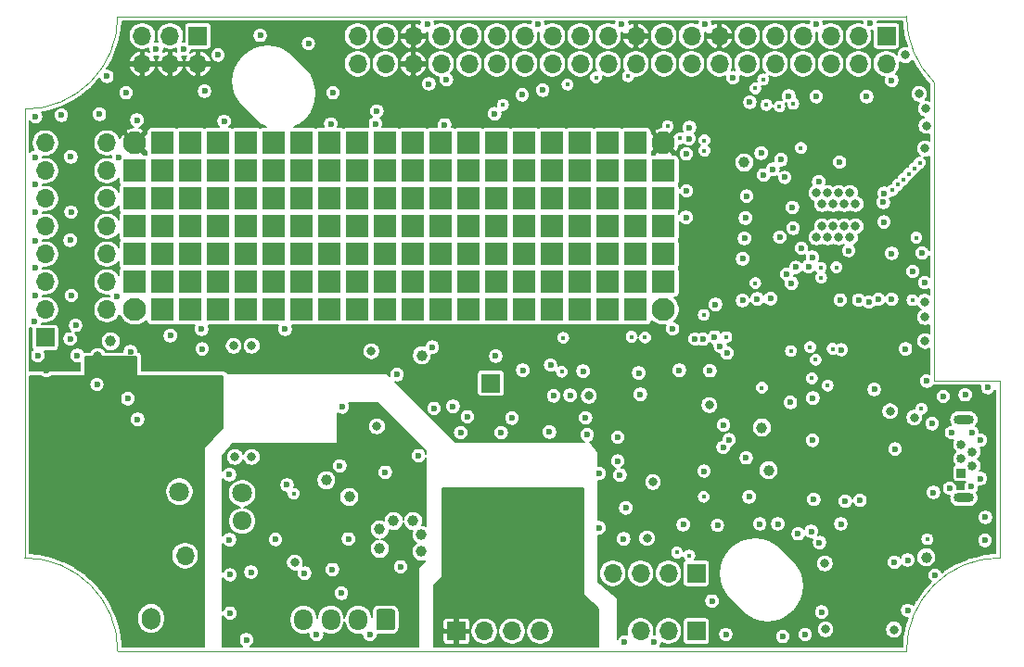
<source format=gbr>
G04 #@! TF.GenerationSoftware,KiCad,Pcbnew,5.1.5+dfsg1-2build2*
G04 #@! TF.CreationDate,2021-04-26T18:34:44+00:00*
G04 #@! TF.ProjectId,SH-ESP32,53482d45-5350-4333-922e-6b696361645f,0.3.1*
G04 #@! TF.SameCoordinates,Original*
G04 #@! TF.FileFunction,Copper,L3,Inr*
G04 #@! TF.FilePolarity,Positive*
%FSLAX46Y46*%
G04 Gerber Fmt 4.6, Leading zero omitted, Abs format (unit mm)*
G04 Created by KiCad (PCBNEW 5.1.5+dfsg1-2build2) date 2021-04-26 18:34:44*
%MOMM*%
%LPD*%
G04 APERTURE LIST*
G04 #@! TA.AperFunction,Profile*
%ADD10C,0.050000*%
G04 #@! TD*
G04 #@! TA.AperFunction,ViaPad*
%ADD11O,1.700000X1.700000*%
G04 #@! TD*
G04 #@! TA.AperFunction,ViaPad*
%ADD12R,1.700000X1.700000*%
G04 #@! TD*
G04 #@! TA.AperFunction,ViaPad*
%ADD13O,1.700000X1.950000*%
G04 #@! TD*
G04 #@! TA.AperFunction,ViaPad*
%ADD14C,0.350000*%
G04 #@! TD*
G04 #@! TA.AperFunction,ViaPad*
%ADD15C,2.100000*%
G04 #@! TD*
G04 #@! TA.AperFunction,ViaPad*
%ADD16O,1.700000X2.000000*%
G04 #@! TD*
G04 #@! TA.AperFunction,ViaPad*
%ADD17R,0.840000X0.840000*%
G04 #@! TD*
G04 #@! TA.AperFunction,ViaPad*
%ADD18C,0.840000*%
G04 #@! TD*
G04 #@! TA.AperFunction,ViaPad*
%ADD19O,1.850000X0.850000*%
G04 #@! TD*
G04 #@! TA.AperFunction,ViaPad*
%ADD20C,1.800000*%
G04 #@! TD*
G04 #@! TA.AperFunction,ViaPad*
%ADD21O,1.800000X1.700000*%
G04 #@! TD*
G04 #@! TA.AperFunction,ViaPad*
%ADD22R,2.100000X2.100000*%
G04 #@! TD*
G04 #@! TA.AperFunction,ViaPad*
%ADD23C,0.450000*%
G04 #@! TD*
G04 #@! TA.AperFunction,ViaPad*
%ADD24C,0.600000*%
G04 #@! TD*
G04 #@! TA.AperFunction,ViaPad*
%ADD25C,0.800000*%
G04 #@! TD*
G04 #@! TA.AperFunction,ViaPad*
%ADD26C,1.000000*%
G04 #@! TD*
G04 #@! TA.AperFunction,Conductor*
%ADD27C,0.200000*%
G04 #@! TD*
G04 APERTURE END LIST*
D10*
X178000000Y-90300000D02*
X178000000Y-106500000D01*
X172000000Y-90300000D02*
X172000092Y-63020889D01*
X178000000Y-90300000D02*
X172000000Y-90300000D01*
X169500000Y-115000000D02*
G75*
G02X178000000Y-106500000I8500000J0D01*
G01*
X89000000Y-106500000D02*
G75*
G02X97500000Y-115000000I0J-8500000D01*
G01*
X172000092Y-63020889D02*
G75*
G02X169500000Y-57000000I5999908J6020889D01*
G01*
X97500000Y-57000000D02*
G75*
G02X89000000Y-65500000I-8500000J0D01*
G01*
X169500000Y-115000000D02*
X97500000Y-115000000D01*
X169500000Y-57000000D02*
X97500000Y-57000000D01*
X89000000Y-65500000D02*
X89000000Y-106500000D01*
D11*
G04 #@! TO.N,+3V3*
G04 #@! TO.C,J202*
X99740000Y-61340000D03*
G04 #@! TO.N,GND*
X99740000Y-58800000D03*
G04 #@! TO.N,+3V3*
X102280000Y-61340000D03*
G04 #@! TO.N,GND*
X102280000Y-58800000D03*
G04 #@! TO.N,+3V3*
X104820000Y-61340000D03*
D12*
G04 #@! TO.N,GND*
X104820000Y-58800000D03*
G04 #@! TD*
D13*
G04 #@! TO.N,/CAN bus/CAN_L*
G04 #@! TO.C,J601*
X114450000Y-112150000D03*
G04 #@! TO.N,/CAN bus/CAN_H*
X116950000Y-112150000D03*
G04 #@! TO.N,/CAN bus/CAN_12V*
X119450000Y-112150000D03*
G04 #@! TA.AperFunction,ViaPad*
D14*
G04 #@! TO.N,/CAN bus/CAN_GND*
G36*
X122574504Y-111176204D02*
G01*
X122598773Y-111179804D01*
X122622571Y-111185765D01*
X122645671Y-111194030D01*
X122667849Y-111204520D01*
X122688893Y-111217133D01*
X122708598Y-111231747D01*
X122726777Y-111248223D01*
X122743253Y-111266402D01*
X122757867Y-111286107D01*
X122770480Y-111307151D01*
X122780970Y-111329329D01*
X122789235Y-111352429D01*
X122795196Y-111376227D01*
X122798796Y-111400496D01*
X122800000Y-111425000D01*
X122800000Y-112875000D01*
X122798796Y-112899504D01*
X122795196Y-112923773D01*
X122789235Y-112947571D01*
X122780970Y-112970671D01*
X122770480Y-112992849D01*
X122757867Y-113013893D01*
X122743253Y-113033598D01*
X122726777Y-113051777D01*
X122708598Y-113068253D01*
X122688893Y-113082867D01*
X122667849Y-113095480D01*
X122645671Y-113105970D01*
X122622571Y-113114235D01*
X122598773Y-113120196D01*
X122574504Y-113123796D01*
X122550000Y-113125000D01*
X121350000Y-113125000D01*
X121325496Y-113123796D01*
X121301227Y-113120196D01*
X121277429Y-113114235D01*
X121254329Y-113105970D01*
X121232151Y-113095480D01*
X121211107Y-113082867D01*
X121191402Y-113068253D01*
X121173223Y-113051777D01*
X121156747Y-113033598D01*
X121142133Y-113013893D01*
X121129520Y-112992849D01*
X121119030Y-112970671D01*
X121110765Y-112947571D01*
X121104804Y-112923773D01*
X121101204Y-112899504D01*
X121100000Y-112875000D01*
X121100000Y-111425000D01*
X121101204Y-111400496D01*
X121104804Y-111376227D01*
X121110765Y-111352429D01*
X121119030Y-111329329D01*
X121129520Y-111307151D01*
X121142133Y-111286107D01*
X121156747Y-111266402D01*
X121173223Y-111248223D01*
X121191402Y-111231747D01*
X121211107Y-111217133D01*
X121232151Y-111204520D01*
X121254329Y-111194030D01*
X121277429Y-111185765D01*
X121301227Y-111179804D01*
X121325496Y-111176204D01*
X121350000Y-111175000D01*
X122550000Y-111175000D01*
X122574504Y-111176204D01*
G37*
G04 #@! TD.AperFunction*
G04 #@! TD*
D15*
G04 #@! TO.N,GND*
G04 #@! TO.C,REF\002A\002A*
X147320000Y-83820000D03*
G04 #@! TD*
G04 #@! TO.N,GND*
G04 #@! TO.C,REF\002A\002A*
X99060000Y-83820000D03*
G04 #@! TD*
G04 #@! TO.N,+3V3*
G04 #@! TO.C,REF\002A\002A*
X99060000Y-68580000D03*
G04 #@! TD*
G04 #@! TO.N,+3V3*
G04 #@! TO.C,REF\002A\002A*
X147320000Y-68580000D03*
G04 #@! TD*
D12*
G04 #@! TO.N,GND*
G04 #@! TO.C,J702*
X150300000Y-107910000D03*
D11*
G04 #@! TO.N,/I2C/I2C_3V3*
X147760000Y-107910000D03*
G04 #@! TO.N,/I2C/SCL_CONN*
X145220000Y-107910000D03*
G04 #@! TO.N,/I2C/SDA_CONN*
X142680000Y-107910000D03*
G04 #@! TD*
D16*
G04 #@! TO.N,/Power input/Vin*
G04 #@! TO.C,J301*
X100540000Y-112050000D03*
G04 #@! TA.AperFunction,ViaPad*
D14*
G04 #@! TO.N,GND*
G36*
X103664504Y-111051204D02*
G01*
X103688773Y-111054804D01*
X103712571Y-111060765D01*
X103735671Y-111069030D01*
X103757849Y-111079520D01*
X103778893Y-111092133D01*
X103798598Y-111106747D01*
X103816777Y-111123223D01*
X103833253Y-111141402D01*
X103847867Y-111161107D01*
X103860480Y-111182151D01*
X103870970Y-111204329D01*
X103879235Y-111227429D01*
X103885196Y-111251227D01*
X103888796Y-111275496D01*
X103890000Y-111300000D01*
X103890000Y-112800000D01*
X103888796Y-112824504D01*
X103885196Y-112848773D01*
X103879235Y-112872571D01*
X103870970Y-112895671D01*
X103860480Y-112917849D01*
X103847867Y-112938893D01*
X103833253Y-112958598D01*
X103816777Y-112976777D01*
X103798598Y-112993253D01*
X103778893Y-113007867D01*
X103757849Y-113020480D01*
X103735671Y-113030970D01*
X103712571Y-113039235D01*
X103688773Y-113045196D01*
X103664504Y-113048796D01*
X103640000Y-113050000D01*
X102440000Y-113050000D01*
X102415496Y-113048796D01*
X102391227Y-113045196D01*
X102367429Y-113039235D01*
X102344329Y-113030970D01*
X102322151Y-113020480D01*
X102301107Y-113007867D01*
X102281402Y-112993253D01*
X102263223Y-112976777D01*
X102246747Y-112958598D01*
X102232133Y-112938893D01*
X102219520Y-112917849D01*
X102209030Y-112895671D01*
X102200765Y-112872571D01*
X102194804Y-112848773D01*
X102191204Y-112824504D01*
X102190000Y-112800000D01*
X102190000Y-111300000D01*
X102191204Y-111275496D01*
X102194804Y-111251227D01*
X102200765Y-111227429D01*
X102209030Y-111204329D01*
X102219520Y-111182151D01*
X102232133Y-111161107D01*
X102246747Y-111141402D01*
X102263223Y-111123223D01*
X102281402Y-111106747D01*
X102301107Y-111092133D01*
X102322151Y-111079520D01*
X102344329Y-111069030D01*
X102367429Y-111060765D01*
X102391227Y-111054804D01*
X102415496Y-111051204D01*
X102440000Y-111050000D01*
X103640000Y-111050000D01*
X103664504Y-111051204D01*
G37*
G04 #@! TD.AperFunction*
G04 #@! TD*
D17*
G04 #@! TO.N,/USB/VBUS*
G04 #@! TO.C,J401*
X174500000Y-98750000D03*
D18*
G04 #@! TO.N,/USB/USB_D-*
X175500000Y-98100000D03*
G04 #@! TO.N,/USB/USB_D+*
X174500000Y-97450000D03*
G04 #@! TO.N,N/C*
X175500000Y-96800000D03*
G04 #@! TO.N,GND*
X174500000Y-96150000D03*
D19*
X174720000Y-101025000D03*
X174720000Y-93875000D03*
G04 #@! TD*
D12*
G04 #@! TO.N,USB_5V*
G04 #@! TO.C,J203*
X131550000Y-90540000D03*
G04 #@! TD*
D11*
G04 #@! TO.N,GND*
G04 #@! TO.C,J201*
X119390000Y-61340000D03*
X119390000Y-58800000D03*
X121930000Y-61340000D03*
X121930000Y-58800000D03*
G04 #@! TO.N,+3V3*
X124470000Y-61340000D03*
X124470000Y-58800000D03*
G04 #@! TO.N,/ESP32/IO17_C_SCL*
X127010000Y-61340000D03*
G04 #@! TO.N,/ESP32/IO4_C*
X127010000Y-58800000D03*
G04 #@! TO.N,/ESP32/IO16_C_SDA*
X129550000Y-61340000D03*
G04 #@! TO.N,/ESP32/IO34_C*
X129550000Y-58800000D03*
G04 #@! TO.N,/ESP32/IO35_C*
X132090000Y-61340000D03*
G04 #@! TO.N,GND*
X132090000Y-58800000D03*
G04 #@! TO.N,/ESP32/IO32_C*
X134630000Y-61340000D03*
G04 #@! TO.N,/ESP32/IO15*
X134630000Y-58800000D03*
G04 #@! TO.N,/ESP32/IO33_C*
X137170000Y-61340000D03*
G04 #@! TO.N,/ESP32/IO13*
X137170000Y-58800000D03*
G04 #@! TO.N,/ESP32/EN*
X139710000Y-61340000D03*
G04 #@! TO.N,/ESP32/IO14*
X139710000Y-58800000D03*
G04 #@! TO.N,/LED*
X142250000Y-61340000D03*
G04 #@! TO.N,/ESP32/IO12*
X142250000Y-58800000D03*
G04 #@! TO.N,GND*
X144790000Y-61340000D03*
G04 #@! TO.N,+3V3*
X144790000Y-58800000D03*
G04 #@! TO.N,/ESP32/RXD0_C*
X147330000Y-61340000D03*
G04 #@! TO.N,/ESP32/SENSOR_VN*
X147330000Y-58800000D03*
G04 #@! TO.N,/ESP32/TXD0_C*
X149870000Y-61340000D03*
G04 #@! TO.N,/ESP32/SENSOR_VP*
X149870000Y-58800000D03*
G04 #@! TO.N,GND*
X152410000Y-61340000D03*
G04 #@! TO.N,+3V3*
X152410000Y-58800000D03*
G04 #@! TO.N,/ESP32/IO0*
X154950000Y-61340000D03*
G04 #@! TO.N,GND*
X154950000Y-58800000D03*
X157490000Y-61340000D03*
G04 #@! TO.N,/ESP32/IO27*
X157490000Y-58800000D03*
G04 #@! TO.N,/ESP32/IO25*
X160030000Y-61340000D03*
G04 #@! TO.N,/ESP32/IO26*
X160030000Y-58800000D03*
G04 #@! TO.N,/ESP32/IO5*
X162570000Y-61340000D03*
G04 #@! TO.N,/ESP32/IO18*
X162570000Y-58800000D03*
G04 #@! TO.N,/ESP32/IO19*
X165110000Y-61340000D03*
G04 #@! TO.N,/ESP32/IO21*
X165110000Y-58800000D03*
G04 #@! TO.N,/ESP32/IO22*
X167650000Y-61340000D03*
D12*
G04 #@! TO.N,/ESP32/IO23*
X167650000Y-58800000D03*
G04 #@! TD*
D20*
G04 #@! TO.N,/Power input/Vin_protected*
G04 #@! TO.C,J303*
X103124000Y-100457000D03*
D21*
G04 #@! TO.N,GND*
X103124000Y-102997000D03*
G04 #@! TD*
D20*
G04 #@! TO.N,/CAN bus/CAN12V_prot*
G04 #@! TO.C,J602*
X108850000Y-100600000D03*
D21*
G04 #@! TO.N,/CAN bus/CAN_GND*
X108850000Y-103140000D03*
G04 #@! TD*
D11*
G04 #@! TO.N,Net-(J206-Pad8)*
G04 #@! TO.C,J207*
X96520000Y-68580000D03*
G04 #@! TO.N,Net-(J206-Pad7)*
X96520000Y-71120000D03*
G04 #@! TO.N,Net-(J206-Pad6)*
X96520000Y-73660000D03*
G04 #@! TO.N,Net-(J206-Pad5)*
X96520000Y-76200000D03*
G04 #@! TO.N,Net-(J206-Pad4)*
X96520000Y-78740000D03*
G04 #@! TO.N,Net-(J206-Pad3)*
X96520000Y-81280000D03*
G04 #@! TO.N,Net-(J206-Pad2)*
X96520000Y-83820000D03*
G04 #@! TD*
D22*
G04 #@! TO.N,N/C*
G04 #@! TO.C,REF\002A\002A*
X101600000Y-81280000D03*
G04 #@! TD*
G04 #@! TO.N,N/C*
G04 #@! TO.C,REF\002A\002A*
X104140000Y-81280000D03*
G04 #@! TD*
G04 #@! TO.N,N/C*
G04 #@! TO.C,REF\002A\002A*
X104140000Y-78740000D03*
G04 #@! TD*
G04 #@! TO.N,N/C*
G04 #@! TO.C,REF\002A\002A*
X104140000Y-73660000D03*
G04 #@! TD*
G04 #@! TO.N,N/C*
G04 #@! TO.C,REF\002A\002A*
X99060000Y-73660000D03*
G04 #@! TD*
G04 #@! TO.N,N/C*
G04 #@! TO.C,REF\002A\002A*
X101600000Y-73660000D03*
G04 #@! TD*
G04 #@! TO.N,N/C*
G04 #@! TO.C,REF\002A\002A*
X101600000Y-71120000D03*
G04 #@! TD*
G04 #@! TO.N,N/C*
G04 #@! TO.C,REF\002A\002A*
X101600000Y-78740000D03*
G04 #@! TD*
G04 #@! TO.N,N/C*
G04 #@! TO.C,REF\002A\002A*
X101600000Y-76200000D03*
G04 #@! TD*
G04 #@! TO.N,N/C*
G04 #@! TO.C,REF\002A\002A*
X99060000Y-78740000D03*
G04 #@! TD*
G04 #@! TO.N,N/C*
G04 #@! TO.C,REF\002A\002A*
X99060000Y-76200000D03*
G04 #@! TD*
G04 #@! TO.N,N/C*
G04 #@! TO.C,REF\002A\002A*
X99060000Y-81280000D03*
G04 #@! TD*
G04 #@! TO.N,N/C*
G04 #@! TO.C,REF\002A\002A*
X99060000Y-71120000D03*
G04 #@! TD*
G04 #@! TO.N,N/C*
G04 #@! TO.C,REF\002A\002A*
X104140000Y-76200000D03*
G04 #@! TD*
G04 #@! TO.N,N/C*
G04 #@! TO.C,REF\002A\002A*
X104140000Y-71120000D03*
G04 #@! TD*
G04 #@! TO.N,N/C*
G04 #@! TO.C,REF\002A\002A*
X104140000Y-83820000D03*
G04 #@! TD*
G04 #@! TO.N,N/C*
G04 #@! TO.C,REF\002A\002A*
X101600000Y-83820000D03*
G04 #@! TD*
G04 #@! TO.N,N/C*
G04 #@! TO.C,REF\002A\002A*
X104140000Y-68580000D03*
G04 #@! TD*
G04 #@! TO.N,N/C*
G04 #@! TO.C,REF\002A\002A*
X101600000Y-68580000D03*
G04 #@! TD*
D11*
G04 #@! TO.N,Net-(J206-Pad8)*
G04 #@! TO.C,J206*
X90875000Y-68580000D03*
G04 #@! TO.N,Net-(J206-Pad7)*
X90875000Y-71120000D03*
G04 #@! TO.N,Net-(J206-Pad6)*
X90875000Y-73660000D03*
G04 #@! TO.N,Net-(J206-Pad5)*
X90875000Y-76200000D03*
G04 #@! TO.N,Net-(J206-Pad4)*
X90875000Y-78740000D03*
G04 #@! TO.N,Net-(J206-Pad3)*
X90875000Y-81280000D03*
G04 #@! TO.N,Net-(J206-Pad2)*
X90875000Y-83820000D03*
D12*
G04 #@! TO.N,GND*
X90875000Y-86360000D03*
G04 #@! TD*
D11*
G04 #@! TO.N,/Power input/Vin_protected*
G04 #@! TO.C,J302*
X103640000Y-106300000D03*
D12*
G04 #@! TO.N,GND*
X101100000Y-106300000D03*
G04 #@! TD*
D22*
G04 #@! TO.N,N/C*
G04 #@! TO.C,REF\002A\002A*
X109220000Y-68580000D03*
G04 #@! TD*
G04 #@! TO.N,N/C*
G04 #@! TO.C,REF\002A\002A*
X106680000Y-68580000D03*
G04 #@! TD*
G04 #@! TO.N,N/C*
G04 #@! TO.C,REF\002A\002A*
X147320000Y-71120000D03*
G04 #@! TD*
G04 #@! TO.N,N/C*
G04 #@! TO.C,REF\002A\002A*
X144780000Y-68580000D03*
G04 #@! TD*
G04 #@! TO.N,N/C*
G04 #@! TO.C,REF\002A\002A*
X147320000Y-76200000D03*
G04 #@! TD*
G04 #@! TO.N,N/C*
G04 #@! TO.C,REF\002A\002A*
X147320000Y-78740000D03*
G04 #@! TD*
G04 #@! TO.N,N/C*
G04 #@! TO.C,REF\002A\002A*
X147320000Y-81280000D03*
G04 #@! TD*
G04 #@! TO.N,N/C*
G04 #@! TO.C,REF\002A\002A*
X147320000Y-73660000D03*
G04 #@! TD*
G04 #@! TO.N,N/C*
G04 #@! TO.C,REF\002A\002A*
X124460000Y-68580000D03*
G04 #@! TD*
G04 #@! TO.N,N/C*
G04 #@! TO.C,REF\002A\002A*
X114300000Y-68580000D03*
G04 #@! TD*
G04 #@! TO.N,N/C*
G04 #@! TO.C,REF\002A\002A*
X132080000Y-68580000D03*
G04 #@! TD*
G04 #@! TO.N,N/C*
G04 #@! TO.C,REF\002A\002A*
X127000000Y-68580000D03*
G04 #@! TD*
G04 #@! TO.N,N/C*
G04 #@! TO.C,REF\002A\002A*
X129540000Y-68580000D03*
G04 #@! TD*
G04 #@! TO.N,N/C*
G04 #@! TO.C,REF\002A\002A*
X119380000Y-68580000D03*
G04 #@! TD*
G04 #@! TO.N,N/C*
G04 #@! TO.C,REF\002A\002A*
X139700000Y-68580000D03*
G04 #@! TD*
G04 #@! TO.N,N/C*
G04 #@! TO.C,REF\002A\002A*
X137160000Y-68580000D03*
G04 #@! TD*
G04 #@! TO.N,N/C*
G04 #@! TO.C,REF\002A\002A*
X116840000Y-68580000D03*
G04 #@! TD*
G04 #@! TO.N,N/C*
G04 #@! TO.C,REF\002A\002A*
X111760000Y-68580000D03*
G04 #@! TD*
G04 #@! TO.N,N/C*
G04 #@! TO.C,REF\002A\002A*
X134620000Y-68580000D03*
G04 #@! TD*
G04 #@! TO.N,N/C*
G04 #@! TO.C,REF\002A\002A*
X121920000Y-68580000D03*
G04 #@! TD*
G04 #@! TO.N,N/C*
G04 #@! TO.C,REF\002A\002A*
X142240000Y-68580000D03*
G04 #@! TD*
G04 #@! TO.N,N/C*
G04 #@! TO.C,REF\002A\002A*
X121920000Y-83820000D03*
G04 #@! TD*
G04 #@! TO.N,N/C*
G04 #@! TO.C,REF\002A\002A*
X109220000Y-83820000D03*
G04 #@! TD*
G04 #@! TO.N,N/C*
G04 #@! TO.C,REF\002A\002A*
X111760000Y-83820000D03*
G04 #@! TD*
G04 #@! TO.N,N/C*
G04 #@! TO.C,REF\002A\002A*
X127000000Y-83820000D03*
G04 #@! TD*
G04 #@! TO.N,N/C*
G04 #@! TO.C,REF\002A\002A*
X134620000Y-83820000D03*
G04 #@! TD*
G04 #@! TO.N,N/C*
G04 #@! TO.C,REF\002A\002A*
X119380000Y-83820000D03*
G04 #@! TD*
G04 #@! TO.N,N/C*
G04 #@! TO.C,REF\002A\002A*
X137160000Y-83820000D03*
G04 #@! TD*
G04 #@! TO.N,N/C*
G04 #@! TO.C,REF\002A\002A*
X139700000Y-83820000D03*
G04 #@! TD*
G04 #@! TO.N,N/C*
G04 #@! TO.C,REF\002A\002A*
X142240000Y-83820000D03*
G04 #@! TD*
G04 #@! TO.N,N/C*
G04 #@! TO.C,REF\002A\002A*
X144780000Y-83820000D03*
G04 #@! TD*
G04 #@! TO.N,N/C*
G04 #@! TO.C,REF\002A\002A*
X124460000Y-83820000D03*
G04 #@! TD*
G04 #@! TO.N,N/C*
G04 #@! TO.C,REF\002A\002A*
X106680000Y-83820000D03*
G04 #@! TD*
G04 #@! TO.N,N/C*
G04 #@! TO.C,REF\002A\002A*
X114300000Y-83820000D03*
G04 #@! TD*
G04 #@! TO.N,N/C*
G04 #@! TO.C,REF\002A\002A*
X116840000Y-83820000D03*
G04 #@! TD*
G04 #@! TO.N,N/C*
G04 #@! TO.C,REF\002A\002A*
X132080000Y-83820000D03*
G04 #@! TD*
G04 #@! TO.N,N/C*
G04 #@! TO.C,REF\002A\002A*
X129540000Y-83820000D03*
G04 #@! TD*
G04 #@! TO.N,N/C*
G04 #@! TO.C,REF\002A\002A*
X114300000Y-73660000D03*
G04 #@! TD*
G04 #@! TO.N,N/C*
G04 #@! TO.C,REF\002A\002A*
X111760000Y-71120000D03*
G04 #@! TD*
G04 #@! TO.N,N/C*
G04 #@! TO.C,REF\002A\002A*
X111760000Y-76200000D03*
G04 #@! TD*
G04 #@! TO.N,N/C*
G04 #@! TO.C,REF\002A\002A*
X124460000Y-76200000D03*
G04 #@! TD*
G04 #@! TO.N,N/C*
G04 #@! TO.C,REF\002A\002A*
X106680000Y-71120000D03*
G04 #@! TD*
G04 #@! TO.N,N/C*
G04 #@! TO.C,REF\002A\002A*
X106680000Y-81280000D03*
G04 #@! TD*
G04 #@! TO.N,N/C*
G04 #@! TO.C,REF\002A\002A*
X106680000Y-76200000D03*
G04 #@! TD*
G04 #@! TO.N,N/C*
G04 #@! TO.C,REF\002A\002A*
X106680000Y-78740000D03*
G04 #@! TD*
G04 #@! TO.N,N/C*
G04 #@! TO.C,REF\002A\002A*
X109220000Y-76200000D03*
G04 #@! TD*
G04 #@! TO.N,N/C*
G04 #@! TO.C,REF\002A\002A*
X109220000Y-78740000D03*
G04 #@! TD*
G04 #@! TO.N,N/C*
G04 #@! TO.C,REF\002A\002A*
X109220000Y-71120000D03*
G04 #@! TD*
G04 #@! TO.N,N/C*
G04 #@! TO.C,REF\002A\002A*
X109220000Y-73660000D03*
G04 #@! TD*
G04 #@! TO.N,N/C*
G04 #@! TO.C,REF\002A\002A*
X106680000Y-73660000D03*
G04 #@! TD*
G04 #@! TO.N,N/C*
G04 #@! TO.C,REF\002A\002A*
X114300000Y-76200000D03*
G04 #@! TD*
G04 #@! TO.N,N/C*
G04 #@! TO.C,REF\002A\002A*
X114300000Y-78740000D03*
G04 #@! TD*
G04 #@! TO.N,N/C*
G04 #@! TO.C,REF\002A\002A*
X111760000Y-73660000D03*
G04 #@! TD*
G04 #@! TO.N,N/C*
G04 #@! TO.C,REF\002A\002A*
X114300000Y-81280000D03*
G04 #@! TD*
G04 #@! TO.N,N/C*
G04 #@! TO.C,REF\002A\002A*
X111760000Y-78740000D03*
G04 #@! TD*
G04 #@! TO.N,N/C*
G04 #@! TO.C,REF\002A\002A*
X124460000Y-78740000D03*
G04 #@! TD*
G04 #@! TO.N,N/C*
G04 #@! TO.C,REF\002A\002A*
X116840000Y-81280000D03*
G04 #@! TD*
G04 #@! TO.N,N/C*
G04 #@! TO.C,REF\002A\002A*
X116840000Y-76200000D03*
G04 #@! TD*
G04 #@! TO.N,N/C*
G04 #@! TO.C,REF\002A\002A*
X116840000Y-78740000D03*
G04 #@! TD*
G04 #@! TO.N,N/C*
G04 #@! TO.C,REF\002A\002A*
X119380000Y-76200000D03*
G04 #@! TD*
G04 #@! TO.N,N/C*
G04 #@! TO.C,REF\002A\002A*
X119380000Y-78740000D03*
G04 #@! TD*
G04 #@! TO.N,N/C*
G04 #@! TO.C,REF\002A\002A*
X119380000Y-71120000D03*
G04 #@! TD*
G04 #@! TO.N,N/C*
G04 #@! TO.C,REF\002A\002A*
X119380000Y-73660000D03*
G04 #@! TD*
G04 #@! TO.N,N/C*
G04 #@! TO.C,REF\002A\002A*
X116840000Y-73660000D03*
G04 #@! TD*
G04 #@! TO.N,N/C*
G04 #@! TO.C,REF\002A\002A*
X116840000Y-71120000D03*
G04 #@! TD*
G04 #@! TO.N,N/C*
G04 #@! TO.C,REF\002A\002A*
X119380000Y-81280000D03*
G04 #@! TD*
G04 #@! TO.N,N/C*
G04 #@! TO.C,REF\002A\002A*
X121920000Y-76200000D03*
G04 #@! TD*
G04 #@! TO.N,N/C*
G04 #@! TO.C,REF\002A\002A*
X121920000Y-78740000D03*
G04 #@! TD*
G04 #@! TO.N,N/C*
G04 #@! TO.C,REF\002A\002A*
X121920000Y-81280000D03*
G04 #@! TD*
G04 #@! TO.N,N/C*
G04 #@! TO.C,REF\002A\002A*
X121920000Y-73660000D03*
G04 #@! TD*
G04 #@! TO.N,N/C*
G04 #@! TO.C,REF\002A\002A*
X121920000Y-71120000D03*
G04 #@! TD*
G04 #@! TO.N,N/C*
G04 #@! TO.C,REF\002A\002A*
X124460000Y-81280000D03*
G04 #@! TD*
G04 #@! TO.N,N/C*
G04 #@! TO.C,REF\002A\002A*
X124460000Y-73660000D03*
G04 #@! TD*
G04 #@! TO.N,N/C*
G04 #@! TO.C,REF\002A\002A*
X114300000Y-71120000D03*
G04 #@! TD*
G04 #@! TO.N,N/C*
G04 #@! TO.C,REF\002A\002A*
X111760000Y-81280000D03*
G04 #@! TD*
G04 #@! TO.N,N/C*
G04 #@! TO.C,REF\002A\002A*
X109220000Y-81280000D03*
G04 #@! TD*
G04 #@! TO.N,N/C*
G04 #@! TO.C,REF\002A\002A*
X124460000Y-71120000D03*
G04 #@! TD*
G04 #@! TO.N,N/C*
G04 #@! TO.C,REF\002A\002A*
X134620000Y-76200000D03*
G04 #@! TD*
G04 #@! TO.N,N/C*
G04 #@! TO.C,REF\002A\002A*
X134620000Y-78740000D03*
G04 #@! TD*
G04 #@! TO.N,N/C*
G04 #@! TO.C,REF\002A\002A*
X127000000Y-81280000D03*
G04 #@! TD*
G04 #@! TO.N,N/C*
G04 #@! TO.C,REF\002A\002A*
X127000000Y-76200000D03*
G04 #@! TD*
G04 #@! TO.N,N/C*
G04 #@! TO.C,REF\002A\002A*
X127000000Y-78740000D03*
G04 #@! TD*
G04 #@! TO.N,N/C*
G04 #@! TO.C,REF\002A\002A*
X129540000Y-76200000D03*
G04 #@! TD*
G04 #@! TO.N,N/C*
G04 #@! TO.C,REF\002A\002A*
X129540000Y-78740000D03*
G04 #@! TD*
G04 #@! TO.N,N/C*
G04 #@! TO.C,REF\002A\002A*
X129540000Y-71120000D03*
G04 #@! TD*
G04 #@! TO.N,N/C*
G04 #@! TO.C,REF\002A\002A*
X129540000Y-73660000D03*
G04 #@! TD*
G04 #@! TO.N,N/C*
G04 #@! TO.C,REF\002A\002A*
X127000000Y-73660000D03*
G04 #@! TD*
G04 #@! TO.N,N/C*
G04 #@! TO.C,REF\002A\002A*
X127000000Y-71120000D03*
G04 #@! TD*
G04 #@! TO.N,N/C*
G04 #@! TO.C,REF\002A\002A*
X129540000Y-81280000D03*
G04 #@! TD*
G04 #@! TO.N,N/C*
G04 #@! TO.C,REF\002A\002A*
X132080000Y-76200000D03*
G04 #@! TD*
G04 #@! TO.N,N/C*
G04 #@! TO.C,REF\002A\002A*
X132080000Y-78740000D03*
G04 #@! TD*
G04 #@! TO.N,N/C*
G04 #@! TO.C,REF\002A\002A*
X132080000Y-81280000D03*
G04 #@! TD*
G04 #@! TO.N,N/C*
G04 #@! TO.C,REF\002A\002A*
X132080000Y-73660000D03*
G04 #@! TD*
G04 #@! TO.N,N/C*
G04 #@! TO.C,REF\002A\002A*
X132080000Y-71120000D03*
G04 #@! TD*
G04 #@! TO.N,N/C*
G04 #@! TO.C,REF\002A\002A*
X134620000Y-81280000D03*
G04 #@! TD*
G04 #@! TO.N,N/C*
G04 #@! TO.C,REF\002A\002A*
X134620000Y-73660000D03*
G04 #@! TD*
G04 #@! TO.N,N/C*
G04 #@! TO.C,REF\002A\002A*
X134620000Y-71120000D03*
G04 #@! TD*
G04 #@! TO.N,N/C*
G04 #@! TO.C,REF\002A\002A*
X139700000Y-76200000D03*
G04 #@! TD*
G04 #@! TO.N,N/C*
G04 #@! TO.C,REF\002A\002A*
X139700000Y-78740000D03*
G04 #@! TD*
G04 #@! TO.N,N/C*
G04 #@! TO.C,REF\002A\002A*
X137160000Y-76200000D03*
G04 #@! TD*
G04 #@! TO.N,N/C*
G04 #@! TO.C,REF\002A\002A*
X137160000Y-78740000D03*
G04 #@! TD*
G04 #@! TO.N,N/C*
G04 #@! TO.C,REF\002A\002A*
X137160000Y-81280000D03*
G04 #@! TD*
G04 #@! TO.N,N/C*
G04 #@! TO.C,REF\002A\002A*
X137160000Y-73660000D03*
G04 #@! TD*
G04 #@! TO.N,N/C*
G04 #@! TO.C,REF\002A\002A*
X137160000Y-71120000D03*
G04 #@! TD*
G04 #@! TO.N,N/C*
G04 #@! TO.C,REF\002A\002A*
X139700000Y-81280000D03*
G04 #@! TD*
G04 #@! TO.N,N/C*
G04 #@! TO.C,REF\002A\002A*
X139700000Y-73660000D03*
G04 #@! TD*
G04 #@! TO.N,N/C*
G04 #@! TO.C,REF\002A\002A*
X139700000Y-71120000D03*
G04 #@! TD*
G04 #@! TO.N,N/C*
G04 #@! TO.C,REF\002A\002A*
X142240000Y-76200000D03*
G04 #@! TD*
G04 #@! TO.N,N/C*
G04 #@! TO.C,REF\002A\002A*
X142240000Y-78740000D03*
G04 #@! TD*
G04 #@! TO.N,N/C*
G04 #@! TO.C,REF\002A\002A*
X142240000Y-81280000D03*
G04 #@! TD*
G04 #@! TO.N,N/C*
G04 #@! TO.C,REF\002A\002A*
X142240000Y-73660000D03*
G04 #@! TD*
G04 #@! TO.N,N/C*
G04 #@! TO.C,REF\002A\002A*
X142240000Y-71120000D03*
G04 #@! TD*
G04 #@! TO.N,N/C*
G04 #@! TO.C,REF\002A\002A*
X144780000Y-73660000D03*
G04 #@! TD*
G04 #@! TO.N,N/C*
G04 #@! TO.C,REF\002A\002A*
X144780000Y-71120000D03*
G04 #@! TD*
G04 #@! TO.N,N/C*
G04 #@! TO.C,REF\002A\002A*
X144780000Y-78740000D03*
G04 #@! TD*
G04 #@! TO.N,N/C*
G04 #@! TO.C,REF\002A\002A*
X144780000Y-76200000D03*
G04 #@! TD*
G04 #@! TO.N,N/C*
G04 #@! TO.C,REF\002A\002A*
X144780000Y-81280000D03*
G04 #@! TD*
D12*
G04 #@! TO.N,GND*
G04 #@! TO.C,J801*
X150300000Y-113190000D03*
D11*
G04 #@! TO.N,/Onewire/Onewire_3V3*
X147760000Y-113190000D03*
G04 #@! TO.N,/Onewire/DQ_CONN*
X145220000Y-113190000D03*
G04 #@! TD*
G04 #@! TO.N,/Optocouplers/ISO_OUT_CONN*
G04 #@! TO.C,J901*
X136040000Y-113200000D03*
G04 #@! TO.N,/Optocouplers/ISO_IN_CONN*
X133500000Y-113200000D03*
G04 #@! TO.N,/Optocouplers/V_ISO_CONN*
X130960000Y-113200000D03*
D12*
G04 #@! TO.N,/Optocouplers/ISO_GND*
X128420000Y-113200000D03*
G04 #@! TD*
D23*
G04 #@! TO.N,GND*
X153040000Y-86330000D03*
D24*
X173600000Y-95060000D03*
X175410000Y-100000000D03*
X175470000Y-95030000D03*
X173430000Y-100150000D03*
D25*
X161290000Y-77216000D03*
X162306000Y-77216000D03*
X163322000Y-77216000D03*
X164338000Y-77216000D03*
X164846000Y-76200000D03*
X163830000Y-76200000D03*
X162814000Y-76200000D03*
X161798000Y-76200000D03*
X161798000Y-74168000D03*
X162814000Y-74168000D03*
X163830000Y-74168000D03*
X164846000Y-74168000D03*
X164338000Y-73152000D03*
X163322000Y-73152000D03*
X162306000Y-73152000D03*
X161290000Y-73152000D03*
D24*
X151750000Y-110450000D03*
D25*
X140500000Y-91700000D03*
X171200000Y-84490000D03*
X171200000Y-69100000D03*
X95680000Y-88066000D03*
X96442000Y-89336000D03*
X94369000Y-105764000D03*
X94369000Y-104748000D03*
X94369000Y-103732000D03*
X90940000Y-105764000D03*
X90940000Y-104748000D03*
X90940000Y-103732000D03*
D26*
X154686000Y-70358000D03*
D25*
X171190000Y-86680000D03*
X171160000Y-83100000D03*
D24*
X160939000Y-91899000D03*
X143333000Y-98935000D03*
X163539000Y-87480000D03*
X93254000Y-82528000D03*
X93229000Y-74892000D03*
X105418000Y-63846000D03*
X171831000Y-94234000D03*
X93207000Y-69858000D03*
X95827000Y-65955000D03*
D25*
X108077000Y-87122000D03*
X109728000Y-87122004D03*
D24*
X129413000Y-93599000D03*
X136906000Y-94996000D03*
D25*
X120642000Y-87616010D03*
D24*
X139966864Y-89444864D03*
X133477000Y-93726000D03*
X132500000Y-95050000D03*
X96700000Y-109800000D03*
X97350000Y-104800000D03*
X97458000Y-88574000D03*
X101000000Y-60000000D03*
X99250000Y-66500000D03*
X165250000Y-101250000D03*
X158200000Y-113700000D03*
X159600000Y-104300000D03*
X160250000Y-113500000D03*
X153000000Y-113500000D03*
X138790000Y-91640000D03*
X140200000Y-93700000D03*
X137287000Y-91694000D03*
X145050000Y-89600000D03*
X152800000Y-94350000D03*
X107200000Y-66600000D03*
X106650000Y-60550000D03*
X117150000Y-64000000D03*
X93150000Y-77475000D03*
X93650000Y-85250000D03*
X89975000Y-74925000D03*
X89975000Y-80025000D03*
X89975000Y-82550000D03*
X103500000Y-60000000D03*
X128800000Y-95050000D03*
X141450000Y-98790000D03*
X143750000Y-114200000D03*
X153300000Y-95700000D03*
X176911000Y-90932000D03*
X89975000Y-77500000D03*
X92350000Y-66050000D03*
X110500000Y-58750000D03*
X96500000Y-62500000D03*
X89975000Y-72375000D03*
X98250000Y-64000000D03*
X160910000Y-95760000D03*
X140350000Y-95250000D03*
X90000000Y-66150000D03*
X89975000Y-69875000D03*
X145200000Y-91550000D03*
X172850000Y-91750000D03*
X174850000Y-91600000D03*
X94400000Y-107000000D03*
X97425000Y-82575000D03*
X97575000Y-69925000D03*
X112776000Y-85598000D03*
X105156000Y-85598000D03*
D25*
X151500000Y-92550000D03*
D24*
X126365000Y-92837000D03*
D25*
X170196541Y-93679041D03*
D24*
X163500000Y-103400000D03*
X171958000Y-100520500D03*
X123000000Y-89750000D03*
X126210000Y-87240000D03*
X128100000Y-92650000D03*
X105000000Y-98550000D03*
X168450000Y-96550000D03*
D25*
X168000000Y-93100000D03*
D24*
X121150000Y-65670000D03*
X149390000Y-69590000D03*
X149380000Y-75380000D03*
D23*
X151000000Y-84300000D03*
X145630000Y-86360000D03*
X138160000Y-86390000D03*
X138030000Y-89490000D03*
X144400000Y-86300000D03*
X160850000Y-90100000D03*
X156300000Y-90950000D03*
X170860000Y-92860000D03*
X170040000Y-82950000D03*
X170390000Y-77240000D03*
X163100000Y-79950000D03*
X161660000Y-79980000D03*
D24*
X167440000Y-75800000D03*
X167380000Y-74000000D03*
X131900000Y-65900000D03*
X127330000Y-66930000D03*
X121020000Y-66840000D03*
X116950000Y-66850000D03*
X154900000Y-73440000D03*
X154800000Y-75440000D03*
X154700000Y-77310000D03*
X154540000Y-79160000D03*
X151970000Y-86320000D03*
X172100000Y-108100000D03*
X169600000Y-111300000D03*
X146430000Y-114180000D03*
X161550000Y-105100000D03*
X143870000Y-101940000D03*
X155130000Y-100930000D03*
X152240000Y-103530000D03*
X161750000Y-111450000D03*
X141440000Y-103750000D03*
X170070000Y-80320000D03*
X170920000Y-78640000D03*
X152050000Y-83350000D03*
X132000000Y-88050000D03*
X151550000Y-89400000D03*
X163390000Y-70340000D03*
X161480000Y-72120000D03*
X168150000Y-62850000D03*
X153650000Y-62600000D03*
X158750000Y-64300000D03*
X127500000Y-62800000D03*
X135850000Y-57750000D03*
X134410000Y-64190000D03*
X136290000Y-63750000D03*
X125890000Y-63180000D03*
X163910000Y-101330000D03*
X161030000Y-101160000D03*
X168148000Y-78676500D03*
X168148000Y-82867500D03*
X163449000Y-82931000D03*
X164211000Y-78422500D03*
X166550000Y-91100000D03*
X149415500Y-72961500D03*
X151100000Y-57750000D03*
X143500000Y-57750000D03*
X125750000Y-57750000D03*
X166150000Y-57650000D03*
X161250000Y-57750000D03*
X158051500Y-70104000D03*
X159004000Y-81407000D03*
X166052500Y-83121500D03*
X155200000Y-64850000D03*
X171150000Y-81350000D03*
X148150000Y-85575000D03*
X176250000Y-95750000D03*
X176250000Y-99250000D03*
X158900000Y-92300000D03*
X156100000Y-103400000D03*
D25*
X162100000Y-113025000D03*
X168350000Y-113050000D03*
X162050000Y-107025000D03*
D24*
X143140000Y-95490000D03*
X143140000Y-97660000D03*
D25*
X146350000Y-99560000D03*
D24*
X152760000Y-96400000D03*
X154860000Y-97360000D03*
D26*
X156900000Y-98500000D03*
D24*
X168400000Y-106900000D03*
X169600000Y-106700000D03*
X161250000Y-64350000D03*
X143670000Y-104770000D03*
X176700000Y-102800000D03*
X176650000Y-104900000D03*
D26*
X171300000Y-106450000D03*
D25*
X171250000Y-65450000D03*
X169404001Y-60550000D03*
X170650000Y-64100000D03*
X171300000Y-67000000D03*
D24*
X165850000Y-64350000D03*
D23*
X155700000Y-81400000D03*
X147700000Y-67050000D03*
X148850000Y-68150000D03*
X159850000Y-69050000D03*
D24*
X171350000Y-90350000D03*
X148750000Y-89350000D03*
X169400000Y-87400000D03*
D25*
X97325000Y-92325000D03*
X95600000Y-92400000D03*
D26*
X95775000Y-99025000D03*
D24*
X90974998Y-90350000D03*
D26*
X92750000Y-91350000D03*
X92050000Y-96450000D03*
D24*
X98600000Y-94700000D03*
X99000000Y-100000000D03*
X99000000Y-98450000D03*
X94700000Y-102300000D03*
X102050000Y-99300000D03*
X101500000Y-100800000D03*
X99400000Y-102550000D03*
X98650000Y-87650000D03*
X94700000Y-99850000D03*
X89850000Y-84900000D03*
X90200000Y-88000000D03*
X90200000Y-91400000D03*
X90200000Y-94050000D03*
X90200000Y-99000000D03*
X90250000Y-103000000D03*
X90100000Y-105100000D03*
X98050000Y-112050000D03*
X98350000Y-114050000D03*
X101800000Y-114200000D03*
X104850000Y-114050000D03*
X104850000Y-110500000D03*
X104850000Y-107700000D03*
X93150000Y-86490000D03*
X105200000Y-87400000D03*
X102300000Y-86200000D03*
D26*
X96850000Y-86700000D03*
D24*
X149120000Y-103460000D03*
D25*
X145810000Y-104710000D03*
D24*
X151010000Y-98570000D03*
X114900000Y-59500002D03*
D25*
G04 #@! TO.N,+3V3*
X169291000Y-69000000D03*
D24*
X143333000Y-101221000D03*
X170021992Y-88357008D03*
X163539000Y-89893020D03*
X93254000Y-80242000D03*
X93229000Y-72479000D03*
X103132000Y-63846000D03*
X171831000Y-91948000D03*
X125095000Y-91757500D03*
X93207000Y-67572000D03*
X93541000Y-65955000D03*
D25*
X117476000Y-87422006D03*
D24*
X142000000Y-89192004D03*
X133604000Y-94996000D03*
D25*
X150100000Y-92600000D03*
D24*
X152902490Y-92752500D03*
D25*
X167650000Y-100700000D03*
X155200000Y-113650000D03*
D24*
X163270000Y-91720000D03*
X149330000Y-77990000D03*
X121150000Y-63300000D03*
X112940000Y-58780000D03*
X149390000Y-71930000D03*
X149050000Y-85450000D03*
D25*
X146440000Y-96370000D03*
D24*
X154850000Y-95050000D03*
X163200000Y-64650000D03*
X147460000Y-96300000D03*
X143320000Y-102620000D03*
X173650000Y-106100000D03*
X172450000Y-104000000D03*
D25*
X169404001Y-63550000D03*
X169403848Y-65499190D03*
D24*
X166700000Y-63250000D03*
X90950000Y-89375000D03*
X95700000Y-86590000D03*
D26*
X100200000Y-89000000D03*
X104150000Y-89000000D03*
X104150000Y-87850000D03*
X103000000Y-87250000D03*
D24*
G04 #@! TO.N,/ESP32/EN*
X167470000Y-73170000D03*
D23*
X162300000Y-90750000D03*
D26*
G04 #@! TO.N,/Power input/Vin_protected*
X125250000Y-88000000D03*
D24*
G04 #@! TO.N,/Power input/BS*
X99300003Y-93849997D03*
X98415490Y-91943296D03*
D26*
G04 #@! TO.N,USB_5V*
X156300000Y-94600000D03*
G04 #@! TO.N,/CAN bus/CAN_GND*
X125222000Y-104394000D03*
X121412000Y-105664000D03*
X121412000Y-103886000D03*
X124460000Y-103124000D03*
X122682000Y-103124000D03*
D25*
X121158000Y-94488000D03*
X109728000Y-97282000D03*
X108204000Y-97282000D03*
X113661000Y-106914000D03*
D24*
X109250000Y-114000000D03*
X120500000Y-113500000D03*
X117094000Y-107569000D03*
X114550000Y-107900000D03*
X109670000Y-107800000D03*
X121920000Y-98680000D03*
X124968000Y-97155000D03*
X115650000Y-113500000D03*
X123317000Y-107315000D03*
X117983000Y-92710000D03*
X117920000Y-109730000D03*
X117760000Y-98090000D03*
X118554500Y-104775000D03*
D26*
X125222000Y-105918000D03*
X118630000Y-100940000D03*
D24*
X112950000Y-99837001D03*
X107750000Y-111550000D03*
X107750000Y-108050000D03*
X107700000Y-104850000D03*
X107700000Y-98900000D03*
D26*
G04 #@! TO.N,/CAN bus/CAN_5V*
X119443500Y-92900500D03*
X115570000Y-97218500D03*
G04 #@! TO.N,/CAN bus/CAN12V_prot*
X116530000Y-99410000D03*
D23*
G04 #@! TO.N,/I2C/SDA_CONN*
X148550000Y-106020000D03*
G04 #@! TO.N,/I2C/SCL_CONN*
X149670000Y-106290000D03*
D24*
G04 #@! TO.N,/Optocouplers/ISO_GND*
X132100000Y-101140000D03*
X137160000Y-111840000D03*
X134730000Y-114320000D03*
X129810000Y-114390000D03*
X133410000Y-102520000D03*
X132250000Y-111860000D03*
D26*
X136540000Y-101340000D03*
D24*
X138650000Y-111380000D03*
D25*
X130120000Y-101500000D03*
X131710000Y-104000000D03*
X137090000Y-104940000D03*
X132110000Y-109680000D03*
D26*
X128670000Y-110190000D03*
D24*
X129500000Y-105250000D03*
X139750000Y-106500000D03*
X141200000Y-113000000D03*
D23*
G04 #@! TO.N,/ESP32/SENSOR_VP*
X156412999Y-62787001D03*
G04 #@! TO.N,/ESP32/SENSOR_VN*
X155700000Y-63600000D03*
D24*
G04 #@! TO.N,/ESP32/IO34*
X159900000Y-78200000D03*
D23*
X162750000Y-87400000D03*
D24*
G04 #@! TO.N,/ESP32/IO35*
X159150000Y-76370000D03*
X160900000Y-79020000D03*
X157930000Y-77190000D03*
X159390000Y-79940000D03*
X134470000Y-89360000D03*
G04 #@! TO.N,/ESP32/IO32*
X159080000Y-74470000D03*
X160540000Y-79880000D03*
D23*
X160700000Y-87250000D03*
D24*
G04 #@! TO.N,/ESP32/IO33*
X158380000Y-71730000D03*
X137000000Y-88880000D03*
X158550000Y-80580000D03*
D23*
G04 #@! TO.N,/ESP32/IO25*
X159150000Y-65000000D03*
G04 #@! TO.N,/ESP32/IO26*
X157900000Y-65250000D03*
G04 #@! TO.N,/ESP32/IO27*
X156700000Y-65100000D03*
D24*
G04 #@! TO.N,/ESP32/IO14*
X149630000Y-68180000D03*
D23*
X141150000Y-62600000D03*
X151050000Y-69300000D03*
D24*
G04 #@! TO.N,/ESP32/IO12*
X149680000Y-67180000D03*
D23*
X144067290Y-62482710D03*
X151050000Y-68350000D03*
D24*
G04 #@! TO.N,/ESP32/IO15*
X156464000Y-71501000D03*
D23*
X138550000Y-63250000D03*
D24*
G04 #@! TO.N,/LED*
X157310000Y-70990000D03*
D23*
X171400000Y-104800000D03*
X161700000Y-80900000D03*
D24*
G04 #@! TO.N,/ESP32/IO4*
X154530000Y-82970000D03*
G04 #@! TO.N,/ESP32/IO16*
X155870000Y-82830000D03*
G04 #@! TO.N,/ESP32/IO17*
X157090000Y-82800000D03*
D23*
G04 #@! TO.N,/ESP32/IO5*
X168200000Y-72900000D03*
D24*
G04 #@! TO.N,/ESP32/RXD0*
X165130000Y-82940000D03*
G04 #@! TO.N,/ESP32/TXD0*
X166940000Y-82870000D03*
D23*
G04 #@! TO.N,/ESP32/IO23*
X170700000Y-70400000D03*
D24*
G04 #@! TO.N,/CAN bus/CAN_H*
X111890000Y-104830000D03*
D23*
G04 #@! TO.N,/Onewire/DQ_CONN*
X150990000Y-100920000D03*
D24*
G04 #@! TO.N,/CAN_RX*
X153110000Y-87790000D03*
D23*
X161200000Y-88400000D03*
D24*
G04 #@! TO.N,/CAN_TX*
X152490000Y-87150000D03*
D23*
X158950000Y-87600000D03*
D24*
G04 #@! TO.N,/Power input/FB*
X95600000Y-90650000D03*
X93800000Y-88000000D03*
D23*
G04 #@! TO.N,Net-(JP601-Pad1)*
X113550000Y-100640000D03*
G04 #@! TO.N,/ESP32/IO18*
X168700000Y-72400000D03*
G04 #@! TO.N,/ESP32/IO19*
X169200000Y-71900000D03*
G04 #@! TO.N,/ESP32/IO21*
X169700000Y-71400000D03*
G04 #@! TO.N,/ESP32/IO22*
X170200000Y-70900000D03*
D24*
G04 #@! TO.N,/BOOT_KEY*
X150926926Y-86520256D03*
X160800000Y-104075000D03*
G04 #@! TO.N,/BOOT_AUTO*
X150200420Y-86493398D03*
X157750000Y-103400000D03*
D23*
G04 #@! TO.N,/ESP32/IO17_C_SCL*
X132650000Y-65100000D03*
D24*
G04 #@! TO.N,/ESP32/IO13*
X156230000Y-69520000D03*
G04 #@! TD*
D27*
G04 #@! TO.N,+3V3*
G36*
X125076901Y-57545818D02*
G01*
X125050000Y-57681056D01*
X125050000Y-57695667D01*
X124853325Y-57610220D01*
X124812283Y-57597777D01*
X124620000Y-57659825D01*
X124620000Y-58650000D01*
X125610974Y-58650000D01*
X125672230Y-58457716D01*
X125668178Y-58447438D01*
X125681056Y-58450000D01*
X125805131Y-58450000D01*
X125760000Y-58676886D01*
X125760000Y-58923114D01*
X125808037Y-59164611D01*
X125902265Y-59392097D01*
X126039062Y-59596828D01*
X126213172Y-59770938D01*
X126417903Y-59907735D01*
X126645389Y-60001963D01*
X126886886Y-60050000D01*
X127133114Y-60050000D01*
X127374611Y-60001963D01*
X127602097Y-59907735D01*
X127806828Y-59770938D01*
X127980938Y-59596828D01*
X128117735Y-59392097D01*
X128211963Y-59164611D01*
X128260000Y-58923114D01*
X128260000Y-58676886D01*
X128300000Y-58676886D01*
X128300000Y-58923114D01*
X128348037Y-59164611D01*
X128442265Y-59392097D01*
X128579062Y-59596828D01*
X128753172Y-59770938D01*
X128957903Y-59907735D01*
X129185389Y-60001963D01*
X129426886Y-60050000D01*
X129673114Y-60050000D01*
X129914611Y-60001963D01*
X130142097Y-59907735D01*
X130346828Y-59770938D01*
X130520938Y-59596828D01*
X130657735Y-59392097D01*
X130751963Y-59164611D01*
X130800000Y-58923114D01*
X130800000Y-58676886D01*
X130840000Y-58676886D01*
X130840000Y-58923114D01*
X130888037Y-59164611D01*
X130982265Y-59392097D01*
X131119062Y-59596828D01*
X131293172Y-59770938D01*
X131497903Y-59907735D01*
X131725389Y-60001963D01*
X131966886Y-60050000D01*
X132213114Y-60050000D01*
X132454611Y-60001963D01*
X132682097Y-59907735D01*
X132886828Y-59770938D01*
X133060938Y-59596828D01*
X133197735Y-59392097D01*
X133291963Y-59164611D01*
X133340000Y-58923114D01*
X133340000Y-58676886D01*
X133291963Y-58435389D01*
X133197735Y-58207903D01*
X133060938Y-58003172D01*
X132886828Y-57829062D01*
X132682097Y-57692265D01*
X132454611Y-57598037D01*
X132213114Y-57550000D01*
X131966886Y-57550000D01*
X131725389Y-57598037D01*
X131497903Y-57692265D01*
X131293172Y-57829062D01*
X131119062Y-58003172D01*
X130982265Y-58207903D01*
X130888037Y-58435389D01*
X130840000Y-58676886D01*
X130800000Y-58676886D01*
X130751963Y-58435389D01*
X130657735Y-58207903D01*
X130520938Y-58003172D01*
X130346828Y-57829062D01*
X130142097Y-57692265D01*
X129914611Y-57598037D01*
X129673114Y-57550000D01*
X129426886Y-57550000D01*
X129185389Y-57598037D01*
X128957903Y-57692265D01*
X128753172Y-57829062D01*
X128579062Y-58003172D01*
X128442265Y-58207903D01*
X128348037Y-58435389D01*
X128300000Y-58676886D01*
X128260000Y-58676886D01*
X128211963Y-58435389D01*
X128117735Y-58207903D01*
X127980938Y-58003172D01*
X127806828Y-57829062D01*
X127602097Y-57692265D01*
X127374611Y-57598037D01*
X127133114Y-57550000D01*
X126886886Y-57550000D01*
X126645389Y-57598037D01*
X126449617Y-57679129D01*
X126423099Y-57545818D01*
X126373055Y-57425000D01*
X135226945Y-57425000D01*
X135176901Y-57545818D01*
X135153428Y-57663821D01*
X134994611Y-57598037D01*
X134753114Y-57550000D01*
X134506886Y-57550000D01*
X134265389Y-57598037D01*
X134037903Y-57692265D01*
X133833172Y-57829062D01*
X133659062Y-58003172D01*
X133522265Y-58207903D01*
X133428037Y-58435389D01*
X133380000Y-58676886D01*
X133380000Y-58923114D01*
X133428037Y-59164611D01*
X133522265Y-59392097D01*
X133659062Y-59596828D01*
X133833172Y-59770938D01*
X134037903Y-59907735D01*
X134265389Y-60001963D01*
X134506886Y-60050000D01*
X134753114Y-60050000D01*
X134994611Y-60001963D01*
X135222097Y-59907735D01*
X135426828Y-59770938D01*
X135600938Y-59596828D01*
X135737735Y-59392097D01*
X135831963Y-59164611D01*
X135880000Y-58923114D01*
X135880000Y-58676886D01*
X135834869Y-58450000D01*
X135918944Y-58450000D01*
X135967033Y-58440434D01*
X135920000Y-58676886D01*
X135920000Y-58923114D01*
X135968037Y-59164611D01*
X136062265Y-59392097D01*
X136199062Y-59596828D01*
X136373172Y-59770938D01*
X136577903Y-59907735D01*
X136805389Y-60001963D01*
X137046886Y-60050000D01*
X137293114Y-60050000D01*
X137534611Y-60001963D01*
X137762097Y-59907735D01*
X137966828Y-59770938D01*
X138140938Y-59596828D01*
X138277735Y-59392097D01*
X138371963Y-59164611D01*
X138420000Y-58923114D01*
X138420000Y-58676886D01*
X138460000Y-58676886D01*
X138460000Y-58923114D01*
X138508037Y-59164611D01*
X138602265Y-59392097D01*
X138739062Y-59596828D01*
X138913172Y-59770938D01*
X139117903Y-59907735D01*
X139345389Y-60001963D01*
X139586886Y-60050000D01*
X139833114Y-60050000D01*
X140074611Y-60001963D01*
X140302097Y-59907735D01*
X140506828Y-59770938D01*
X140680938Y-59596828D01*
X140817735Y-59392097D01*
X140911963Y-59164611D01*
X140960000Y-58923114D01*
X140960000Y-58676886D01*
X140911963Y-58435389D01*
X140817735Y-58207903D01*
X140680938Y-58003172D01*
X140506828Y-57829062D01*
X140302097Y-57692265D01*
X140074611Y-57598037D01*
X139833114Y-57550000D01*
X139586886Y-57550000D01*
X139345389Y-57598037D01*
X139117903Y-57692265D01*
X138913172Y-57829062D01*
X138739062Y-58003172D01*
X138602265Y-58207903D01*
X138508037Y-58435389D01*
X138460000Y-58676886D01*
X138420000Y-58676886D01*
X138371963Y-58435389D01*
X138277735Y-58207903D01*
X138140938Y-58003172D01*
X137966828Y-57829062D01*
X137762097Y-57692265D01*
X137534611Y-57598037D01*
X137293114Y-57550000D01*
X137046886Y-57550000D01*
X136805389Y-57598037D01*
X136577903Y-57692265D01*
X136550000Y-57710909D01*
X136550000Y-57681056D01*
X136523099Y-57545818D01*
X136473055Y-57425000D01*
X142876945Y-57425000D01*
X142826901Y-57545818D01*
X142801145Y-57675302D01*
X142614611Y-57598037D01*
X142373114Y-57550000D01*
X142126886Y-57550000D01*
X141885389Y-57598037D01*
X141657903Y-57692265D01*
X141453172Y-57829062D01*
X141279062Y-58003172D01*
X141142265Y-58207903D01*
X141048037Y-58435389D01*
X141000000Y-58676886D01*
X141000000Y-58923114D01*
X141048037Y-59164611D01*
X141142265Y-59392097D01*
X141279062Y-59596828D01*
X141453172Y-59770938D01*
X141657903Y-59907735D01*
X141885389Y-60001963D01*
X142126886Y-60050000D01*
X142373114Y-60050000D01*
X142614611Y-60001963D01*
X142842097Y-59907735D01*
X143046828Y-59770938D01*
X143220938Y-59596828D01*
X143357735Y-59392097D01*
X143451963Y-59164611D01*
X143456404Y-59142284D01*
X143587770Y-59142284D01*
X143677647Y-59370251D01*
X143810271Y-59576303D01*
X143980545Y-59752522D01*
X144181926Y-59892136D01*
X144406675Y-59989780D01*
X144447717Y-60002223D01*
X144640000Y-59940175D01*
X144640000Y-58950000D01*
X144940000Y-58950000D01*
X144940000Y-59940175D01*
X145132283Y-60002223D01*
X145173325Y-59989780D01*
X145398074Y-59892136D01*
X145599455Y-59752522D01*
X145769729Y-59576303D01*
X145902353Y-59370251D01*
X145992230Y-59142284D01*
X145930974Y-58950000D01*
X144940000Y-58950000D01*
X144640000Y-58950000D01*
X143649026Y-58950000D01*
X143587770Y-59142284D01*
X143456404Y-59142284D01*
X143500000Y-58923114D01*
X143500000Y-58676886D01*
X146080000Y-58676886D01*
X146080000Y-58923114D01*
X146128037Y-59164611D01*
X146222265Y-59392097D01*
X146359062Y-59596828D01*
X146533172Y-59770938D01*
X146737903Y-59907735D01*
X146965389Y-60001963D01*
X147206886Y-60050000D01*
X147453114Y-60050000D01*
X147694611Y-60001963D01*
X147922097Y-59907735D01*
X148126828Y-59770938D01*
X148300938Y-59596828D01*
X148437735Y-59392097D01*
X148531963Y-59164611D01*
X148580000Y-58923114D01*
X148580000Y-58676886D01*
X148531963Y-58435389D01*
X148437735Y-58207903D01*
X148300938Y-58003172D01*
X148126828Y-57829062D01*
X147922097Y-57692265D01*
X147694611Y-57598037D01*
X147453114Y-57550000D01*
X147206886Y-57550000D01*
X146965389Y-57598037D01*
X146737903Y-57692265D01*
X146533172Y-57829062D01*
X146359062Y-58003172D01*
X146222265Y-58207903D01*
X146128037Y-58435389D01*
X146080000Y-58676886D01*
X143500000Y-58676886D01*
X143454869Y-58450000D01*
X143568944Y-58450000D01*
X143592673Y-58445280D01*
X143587770Y-58457716D01*
X143649026Y-58650000D01*
X144640000Y-58650000D01*
X144640000Y-57659825D01*
X144940000Y-57659825D01*
X144940000Y-58650000D01*
X145930974Y-58650000D01*
X145992230Y-58457716D01*
X145902353Y-58229749D01*
X145769729Y-58023697D01*
X145599455Y-57847478D01*
X145398074Y-57707864D01*
X145173325Y-57610220D01*
X145132283Y-57597777D01*
X144940000Y-57659825D01*
X144640000Y-57659825D01*
X144447717Y-57597777D01*
X144406675Y-57610220D01*
X144200000Y-57700012D01*
X144200000Y-57681056D01*
X144173099Y-57545818D01*
X144123055Y-57425000D01*
X150476945Y-57425000D01*
X150426901Y-57545818D01*
X150402667Y-57667648D01*
X150234611Y-57598037D01*
X149993114Y-57550000D01*
X149746886Y-57550000D01*
X149505389Y-57598037D01*
X149277903Y-57692265D01*
X149073172Y-57829062D01*
X148899062Y-58003172D01*
X148762265Y-58207903D01*
X148668037Y-58435389D01*
X148620000Y-58676886D01*
X148620000Y-58923114D01*
X148668037Y-59164611D01*
X148762265Y-59392097D01*
X148899062Y-59596828D01*
X149073172Y-59770938D01*
X149277903Y-59907735D01*
X149505389Y-60001963D01*
X149746886Y-60050000D01*
X149993114Y-60050000D01*
X150234611Y-60001963D01*
X150462097Y-59907735D01*
X150666828Y-59770938D01*
X150840938Y-59596828D01*
X150977735Y-59392097D01*
X151071963Y-59164611D01*
X151076404Y-59142284D01*
X151207770Y-59142284D01*
X151297647Y-59370251D01*
X151430271Y-59576303D01*
X151600545Y-59752522D01*
X151801926Y-59892136D01*
X152026675Y-59989780D01*
X152067717Y-60002223D01*
X152260000Y-59940175D01*
X152260000Y-58950000D01*
X152560000Y-58950000D01*
X152560000Y-59940175D01*
X152752283Y-60002223D01*
X152793325Y-59989780D01*
X153018074Y-59892136D01*
X153219455Y-59752522D01*
X153389729Y-59576303D01*
X153522353Y-59370251D01*
X153612230Y-59142284D01*
X153550974Y-58950000D01*
X152560000Y-58950000D01*
X152260000Y-58950000D01*
X151269026Y-58950000D01*
X151207770Y-59142284D01*
X151076404Y-59142284D01*
X151120000Y-58923114D01*
X151120000Y-58676886D01*
X153700000Y-58676886D01*
X153700000Y-58923114D01*
X153748037Y-59164611D01*
X153842265Y-59392097D01*
X153979062Y-59596828D01*
X154153172Y-59770938D01*
X154357903Y-59907735D01*
X154585389Y-60001963D01*
X154826886Y-60050000D01*
X155073114Y-60050000D01*
X155314611Y-60001963D01*
X155542097Y-59907735D01*
X155746828Y-59770938D01*
X155920938Y-59596828D01*
X156057735Y-59392097D01*
X156151963Y-59164611D01*
X156200000Y-58923114D01*
X156200000Y-58676886D01*
X156240000Y-58676886D01*
X156240000Y-58923114D01*
X156288037Y-59164611D01*
X156382265Y-59392097D01*
X156519062Y-59596828D01*
X156693172Y-59770938D01*
X156897903Y-59907735D01*
X157125389Y-60001963D01*
X157366886Y-60050000D01*
X157613114Y-60050000D01*
X157854611Y-60001963D01*
X158082097Y-59907735D01*
X158286828Y-59770938D01*
X158460938Y-59596828D01*
X158597735Y-59392097D01*
X158691963Y-59164611D01*
X158740000Y-58923114D01*
X158740000Y-58676886D01*
X158691963Y-58435389D01*
X158597735Y-58207903D01*
X158460938Y-58003172D01*
X158286828Y-57829062D01*
X158082097Y-57692265D01*
X157854611Y-57598037D01*
X157613114Y-57550000D01*
X157366886Y-57550000D01*
X157125389Y-57598037D01*
X156897903Y-57692265D01*
X156693172Y-57829062D01*
X156519062Y-58003172D01*
X156382265Y-58207903D01*
X156288037Y-58435389D01*
X156240000Y-58676886D01*
X156200000Y-58676886D01*
X156151963Y-58435389D01*
X156057735Y-58207903D01*
X155920938Y-58003172D01*
X155746828Y-57829062D01*
X155542097Y-57692265D01*
X155314611Y-57598037D01*
X155073114Y-57550000D01*
X154826886Y-57550000D01*
X154585389Y-57598037D01*
X154357903Y-57692265D01*
X154153172Y-57829062D01*
X153979062Y-58003172D01*
X153842265Y-58207903D01*
X153748037Y-58435389D01*
X153700000Y-58676886D01*
X151120000Y-58676886D01*
X151074869Y-58450000D01*
X151168944Y-58450000D01*
X151214375Y-58440963D01*
X151207770Y-58457716D01*
X151269026Y-58650000D01*
X152260000Y-58650000D01*
X152260000Y-57659825D01*
X152560000Y-57659825D01*
X152560000Y-58650000D01*
X153550974Y-58650000D01*
X153612230Y-58457716D01*
X153522353Y-58229749D01*
X153389729Y-58023697D01*
X153219455Y-57847478D01*
X153018074Y-57707864D01*
X152793325Y-57610220D01*
X152752283Y-57597777D01*
X152560000Y-57659825D01*
X152260000Y-57659825D01*
X152067717Y-57597777D01*
X152026675Y-57610220D01*
X151801926Y-57707864D01*
X151800000Y-57709199D01*
X151800000Y-57681056D01*
X151773099Y-57545818D01*
X151723055Y-57425000D01*
X160626945Y-57425000D01*
X160576901Y-57545818D01*
X160553428Y-57663821D01*
X160394611Y-57598037D01*
X160153114Y-57550000D01*
X159906886Y-57550000D01*
X159665389Y-57598037D01*
X159437903Y-57692265D01*
X159233172Y-57829062D01*
X159059062Y-58003172D01*
X158922265Y-58207903D01*
X158828037Y-58435389D01*
X158780000Y-58676886D01*
X158780000Y-58923114D01*
X158828037Y-59164611D01*
X158922265Y-59392097D01*
X159059062Y-59596828D01*
X159233172Y-59770938D01*
X159437903Y-59907735D01*
X159665389Y-60001963D01*
X159906886Y-60050000D01*
X160153114Y-60050000D01*
X160394611Y-60001963D01*
X160622097Y-59907735D01*
X160826828Y-59770938D01*
X161000938Y-59596828D01*
X161137735Y-59392097D01*
X161231963Y-59164611D01*
X161280000Y-58923114D01*
X161280000Y-58676886D01*
X161234869Y-58450000D01*
X161318944Y-58450000D01*
X161367033Y-58440434D01*
X161320000Y-58676886D01*
X161320000Y-58923114D01*
X161368037Y-59164611D01*
X161462265Y-59392097D01*
X161599062Y-59596828D01*
X161773172Y-59770938D01*
X161977903Y-59907735D01*
X162205389Y-60001963D01*
X162446886Y-60050000D01*
X162693114Y-60050000D01*
X162934611Y-60001963D01*
X163162097Y-59907735D01*
X163366828Y-59770938D01*
X163540938Y-59596828D01*
X163677735Y-59392097D01*
X163771963Y-59164611D01*
X163820000Y-58923114D01*
X163820000Y-58676886D01*
X163771963Y-58435389D01*
X163677735Y-58207903D01*
X163540938Y-58003172D01*
X163366828Y-57829062D01*
X163162097Y-57692265D01*
X162934611Y-57598037D01*
X162693114Y-57550000D01*
X162446886Y-57550000D01*
X162205389Y-57598037D01*
X161977903Y-57692265D01*
X161950000Y-57710909D01*
X161950000Y-57681056D01*
X161923099Y-57545818D01*
X161873055Y-57425000D01*
X165485524Y-57425000D01*
X165476901Y-57445818D01*
X165450000Y-57581056D01*
X165450000Y-57593142D01*
X165233114Y-57550000D01*
X164986886Y-57550000D01*
X164745389Y-57598037D01*
X164517903Y-57692265D01*
X164313172Y-57829062D01*
X164139062Y-58003172D01*
X164002265Y-58207903D01*
X163908037Y-58435389D01*
X163860000Y-58676886D01*
X163860000Y-58923114D01*
X163908037Y-59164611D01*
X164002265Y-59392097D01*
X164139062Y-59596828D01*
X164313172Y-59770938D01*
X164517903Y-59907735D01*
X164745389Y-60001963D01*
X164986886Y-60050000D01*
X165233114Y-60050000D01*
X165474611Y-60001963D01*
X165702097Y-59907735D01*
X165906828Y-59770938D01*
X166080938Y-59596828D01*
X166217735Y-59392097D01*
X166311963Y-59164611D01*
X166360000Y-58923114D01*
X166360000Y-58676886D01*
X166311963Y-58435389D01*
X166272205Y-58339405D01*
X166354182Y-58323099D01*
X166398065Y-58304922D01*
X166398065Y-59650000D01*
X166405788Y-59728414D01*
X166428660Y-59803814D01*
X166465803Y-59873303D01*
X166515789Y-59934211D01*
X166576697Y-59984197D01*
X166646186Y-60021340D01*
X166721586Y-60044212D01*
X166800000Y-60051935D01*
X168500000Y-60051935D01*
X168578414Y-60044212D01*
X168653814Y-60021340D01*
X168723303Y-59984197D01*
X168784211Y-59934211D01*
X168834197Y-59873303D01*
X168871340Y-59803814D01*
X168894212Y-59728414D01*
X168901935Y-59650000D01*
X168901935Y-57950000D01*
X168894212Y-57871586D01*
X168871340Y-57796186D01*
X168834197Y-57726697D01*
X168784211Y-57665789D01*
X168723303Y-57615803D01*
X168653814Y-57578660D01*
X168578414Y-57555788D01*
X168500000Y-57548065D01*
X166843438Y-57548065D01*
X166823099Y-57445818D01*
X166814476Y-57425000D01*
X169097043Y-57425000D01*
X169123730Y-57925858D01*
X169126576Y-57949205D01*
X169128834Y-57972658D01*
X169129585Y-57977045D01*
X169330367Y-59115739D01*
X169336766Y-59141599D01*
X169342916Y-59167614D01*
X169344255Y-59171859D01*
X169533087Y-59760004D01*
X169482794Y-59750000D01*
X169325208Y-59750000D01*
X169170650Y-59780743D01*
X169025059Y-59841049D01*
X168894031Y-59928599D01*
X168782600Y-60040030D01*
X168695050Y-60171058D01*
X168634744Y-60316649D01*
X168604001Y-60471207D01*
X168604001Y-60526235D01*
X168446828Y-60369062D01*
X168242097Y-60232265D01*
X168014611Y-60138037D01*
X167773114Y-60090000D01*
X167526886Y-60090000D01*
X167285389Y-60138037D01*
X167057903Y-60232265D01*
X166853172Y-60369062D01*
X166679062Y-60543172D01*
X166542265Y-60747903D01*
X166448037Y-60975389D01*
X166400000Y-61216886D01*
X166400000Y-61463114D01*
X166448037Y-61704611D01*
X166542265Y-61932097D01*
X166679062Y-62136828D01*
X166853172Y-62310938D01*
X167057903Y-62447735D01*
X167285389Y-62541963D01*
X167502066Y-62585063D01*
X167476901Y-62645818D01*
X167450000Y-62781056D01*
X167450000Y-62918944D01*
X167476901Y-63054182D01*
X167529668Y-63181574D01*
X167606274Y-63296224D01*
X167703776Y-63393726D01*
X167818426Y-63470332D01*
X167945818Y-63523099D01*
X168081056Y-63550000D01*
X168218944Y-63550000D01*
X168354182Y-63523099D01*
X168481574Y-63470332D01*
X168596224Y-63393726D01*
X168693726Y-63296224D01*
X168770332Y-63181574D01*
X168823099Y-63054182D01*
X168850000Y-62918944D01*
X168850000Y-62781056D01*
X168823099Y-62645818D01*
X168770332Y-62518426D01*
X168693726Y-62403776D01*
X168596224Y-62306274D01*
X168509463Y-62248303D01*
X168620938Y-62136828D01*
X168757735Y-61932097D01*
X168851963Y-61704611D01*
X168900000Y-61463114D01*
X168900000Y-61216886D01*
X168890188Y-61167558D01*
X168894031Y-61171401D01*
X169025059Y-61258951D01*
X169170650Y-61319257D01*
X169325208Y-61350000D01*
X169482794Y-61350000D01*
X169637352Y-61319257D01*
X169782943Y-61258951D01*
X169913971Y-61171401D01*
X170025402Y-61059970D01*
X170051679Y-61020643D01*
X170218698Y-61369237D01*
X170231836Y-61392459D01*
X170244736Y-61415827D01*
X170247159Y-61419543D01*
X170247166Y-61419555D01*
X170247173Y-61419565D01*
X170883666Y-62384856D01*
X170899795Y-62406028D01*
X170915785Y-62427481D01*
X170918700Y-62430845D01*
X171575092Y-63180636D01*
X171575087Y-64718742D01*
X171483351Y-64680743D01*
X171328793Y-64650000D01*
X171231371Y-64650000D01*
X171271401Y-64609970D01*
X171358951Y-64478942D01*
X171419257Y-64333351D01*
X171450000Y-64178793D01*
X171450000Y-64021207D01*
X171419257Y-63866649D01*
X171358951Y-63721058D01*
X171271401Y-63590030D01*
X171159970Y-63478599D01*
X171028942Y-63391049D01*
X170883351Y-63330743D01*
X170728793Y-63300000D01*
X170571207Y-63300000D01*
X170416649Y-63330743D01*
X170271058Y-63391049D01*
X170140030Y-63478599D01*
X170028599Y-63590030D01*
X169941049Y-63721058D01*
X169880743Y-63866649D01*
X169850000Y-64021207D01*
X169850000Y-64178793D01*
X169880743Y-64333351D01*
X169941049Y-64478942D01*
X170028599Y-64609970D01*
X170140030Y-64721401D01*
X170271058Y-64808951D01*
X170416649Y-64869257D01*
X170571207Y-64900000D01*
X170668629Y-64900000D01*
X170628599Y-64940030D01*
X170541049Y-65071058D01*
X170480743Y-65216649D01*
X170450000Y-65371207D01*
X170450000Y-65528793D01*
X170480743Y-65683351D01*
X170541049Y-65828942D01*
X170628599Y-65959970D01*
X170740030Y-66071401D01*
X170871058Y-66158951D01*
X171016649Y-66219257D01*
X171070521Y-66229973D01*
X171066649Y-66230743D01*
X170921058Y-66291049D01*
X170790030Y-66378599D01*
X170678599Y-66490030D01*
X170591049Y-66621058D01*
X170530743Y-66766649D01*
X170500000Y-66921207D01*
X170500000Y-67078793D01*
X170530743Y-67233351D01*
X170591049Y-67378942D01*
X170678599Y-67509970D01*
X170790030Y-67621401D01*
X170921058Y-67708951D01*
X171066649Y-67769257D01*
X171221207Y-67800000D01*
X171378793Y-67800000D01*
X171533351Y-67769257D01*
X171575077Y-67751974D01*
X171575075Y-68389447D01*
X171433351Y-68330743D01*
X171278793Y-68300000D01*
X171121207Y-68300000D01*
X170966649Y-68330743D01*
X170821058Y-68391049D01*
X170690030Y-68478599D01*
X170578599Y-68590030D01*
X170491049Y-68721058D01*
X170430743Y-68866649D01*
X170400000Y-69021207D01*
X170400000Y-69178793D01*
X170430743Y-69333351D01*
X170491049Y-69478942D01*
X170578599Y-69609970D01*
X170690030Y-69721401D01*
X170773930Y-69777461D01*
X170761557Y-69775000D01*
X170638443Y-69775000D01*
X170517694Y-69799019D01*
X170403952Y-69846132D01*
X170301586Y-69914531D01*
X170214531Y-70001586D01*
X170146132Y-70103952D01*
X170099019Y-70217694D01*
X170085526Y-70285526D01*
X170017694Y-70299019D01*
X169903952Y-70346132D01*
X169801586Y-70414531D01*
X169714531Y-70501586D01*
X169646132Y-70603952D01*
X169599019Y-70717694D01*
X169585526Y-70785526D01*
X169517694Y-70799019D01*
X169403952Y-70846132D01*
X169301586Y-70914531D01*
X169214531Y-71001586D01*
X169146132Y-71103952D01*
X169099019Y-71217694D01*
X169085526Y-71285526D01*
X169017694Y-71299019D01*
X168903952Y-71346132D01*
X168801586Y-71414531D01*
X168714531Y-71501586D01*
X168646132Y-71603952D01*
X168599019Y-71717694D01*
X168585526Y-71785526D01*
X168517694Y-71799019D01*
X168403952Y-71846132D01*
X168301586Y-71914531D01*
X168214531Y-72001586D01*
X168146132Y-72103952D01*
X168099019Y-72217694D01*
X168085526Y-72285526D01*
X168017694Y-72299019D01*
X167903952Y-72346132D01*
X167801586Y-72414531D01*
X167714531Y-72501586D01*
X167708236Y-72511007D01*
X167674182Y-72496901D01*
X167538944Y-72470000D01*
X167401056Y-72470000D01*
X167265818Y-72496901D01*
X167138426Y-72549668D01*
X167023776Y-72626274D01*
X166926274Y-72723776D01*
X166849668Y-72838426D01*
X166796901Y-72965818D01*
X166770000Y-73101056D01*
X166770000Y-73238944D01*
X166796901Y-73374182D01*
X166849668Y-73501574D01*
X166865212Y-73524838D01*
X166836274Y-73553776D01*
X166759668Y-73668426D01*
X166706901Y-73795818D01*
X166680000Y-73931056D01*
X166680000Y-74068944D01*
X166706901Y-74204182D01*
X166759668Y-74331574D01*
X166836274Y-74446224D01*
X166933776Y-74543726D01*
X167048426Y-74620332D01*
X167175818Y-74673099D01*
X167311056Y-74700000D01*
X167448944Y-74700000D01*
X167584182Y-74673099D01*
X167711574Y-74620332D01*
X167826224Y-74543726D01*
X167923726Y-74446224D01*
X168000332Y-74331574D01*
X168053099Y-74204182D01*
X168080000Y-74068944D01*
X168080000Y-73931056D01*
X168053099Y-73795818D01*
X168000332Y-73668426D01*
X167984788Y-73645162D01*
X168013726Y-73616224D01*
X168082160Y-73513804D01*
X168138443Y-73525000D01*
X168261557Y-73525000D01*
X168382306Y-73500981D01*
X168496048Y-73453868D01*
X168598414Y-73385469D01*
X168685469Y-73298414D01*
X168753868Y-73196048D01*
X168800981Y-73082306D01*
X168814474Y-73014474D01*
X168882306Y-73000981D01*
X168996048Y-72953868D01*
X169098414Y-72885469D01*
X169185469Y-72798414D01*
X169253868Y-72696048D01*
X169300981Y-72582306D01*
X169314474Y-72514474D01*
X169382306Y-72500981D01*
X169496048Y-72453868D01*
X169598414Y-72385469D01*
X169685469Y-72298414D01*
X169753868Y-72196048D01*
X169800981Y-72082306D01*
X169814474Y-72014474D01*
X169882306Y-72000981D01*
X169996048Y-71953868D01*
X170098414Y-71885469D01*
X170185469Y-71798414D01*
X170253868Y-71696048D01*
X170300981Y-71582306D01*
X170314474Y-71514474D01*
X170382306Y-71500981D01*
X170496048Y-71453868D01*
X170598414Y-71385469D01*
X170685469Y-71298414D01*
X170753868Y-71196048D01*
X170800981Y-71082306D01*
X170814474Y-71014474D01*
X170882306Y-71000981D01*
X170996048Y-70953868D01*
X171098414Y-70885469D01*
X171185469Y-70798414D01*
X171253868Y-70696048D01*
X171300981Y-70582306D01*
X171325000Y-70461557D01*
X171325000Y-70338443D01*
X171300981Y-70217694D01*
X171253868Y-70103952D01*
X171185469Y-70001586D01*
X171098414Y-69914531D01*
X171057788Y-69887385D01*
X171121207Y-69900000D01*
X171278793Y-69900000D01*
X171433351Y-69869257D01*
X171575070Y-69810555D01*
X171575041Y-78392221D01*
X171540332Y-78308426D01*
X171463726Y-78193776D01*
X171366224Y-78096274D01*
X171251574Y-78019668D01*
X171124182Y-77966901D01*
X170988944Y-77940000D01*
X170851056Y-77940000D01*
X170715818Y-77966901D01*
X170588426Y-78019668D01*
X170473776Y-78096274D01*
X170376274Y-78193776D01*
X170299668Y-78308426D01*
X170246901Y-78435818D01*
X170220000Y-78571056D01*
X170220000Y-78708944D01*
X170246901Y-78844182D01*
X170299668Y-78971574D01*
X170376274Y-79086224D01*
X170473776Y-79183726D01*
X170588426Y-79260332D01*
X170715818Y-79313099D01*
X170851056Y-79340000D01*
X170988944Y-79340000D01*
X171124182Y-79313099D01*
X171251574Y-79260332D01*
X171366224Y-79183726D01*
X171463726Y-79086224D01*
X171540332Y-78971574D01*
X171575039Y-78887783D01*
X171575032Y-80792114D01*
X171481574Y-80729668D01*
X171354182Y-80676901D01*
X171218944Y-80650000D01*
X171081056Y-80650000D01*
X170945818Y-80676901D01*
X170818426Y-80729668D01*
X170703776Y-80806274D01*
X170606274Y-80903776D01*
X170529668Y-81018426D01*
X170476901Y-81145818D01*
X170450000Y-81281056D01*
X170450000Y-81418944D01*
X170476901Y-81554182D01*
X170529668Y-81681574D01*
X170606274Y-81796224D01*
X170703776Y-81893726D01*
X170818426Y-81970332D01*
X170945818Y-82023099D01*
X171081056Y-82050000D01*
X171218944Y-82050000D01*
X171354182Y-82023099D01*
X171481574Y-81970332D01*
X171575029Y-81907888D01*
X171575027Y-82415160D01*
X171538942Y-82391049D01*
X171393351Y-82330743D01*
X171238793Y-82300000D01*
X171081207Y-82300000D01*
X170926649Y-82330743D01*
X170781058Y-82391049D01*
X170650030Y-82478599D01*
X170546127Y-82582502D01*
X170525469Y-82551586D01*
X170438414Y-82464531D01*
X170336048Y-82396132D01*
X170222306Y-82349019D01*
X170101557Y-82325000D01*
X169978443Y-82325000D01*
X169857694Y-82349019D01*
X169743952Y-82396132D01*
X169641586Y-82464531D01*
X169554531Y-82551586D01*
X169486132Y-82653952D01*
X169439019Y-82767694D01*
X169415000Y-82888443D01*
X169415000Y-83011557D01*
X169439019Y-83132306D01*
X169486132Y-83246048D01*
X169554531Y-83348414D01*
X169641586Y-83435469D01*
X169743952Y-83503868D01*
X169857694Y-83550981D01*
X169978443Y-83575000D01*
X170101557Y-83575000D01*
X170222306Y-83550981D01*
X170336048Y-83503868D01*
X170434206Y-83438280D01*
X170451049Y-83478942D01*
X170538599Y-83609970D01*
X170650030Y-83721401D01*
X170780179Y-83808364D01*
X170690030Y-83868599D01*
X170578599Y-83980030D01*
X170491049Y-84111058D01*
X170430743Y-84256649D01*
X170400000Y-84411207D01*
X170400000Y-84568793D01*
X170430743Y-84723351D01*
X170491049Y-84868942D01*
X170578599Y-84999970D01*
X170690030Y-85111401D01*
X170821058Y-85198951D01*
X170966649Y-85259257D01*
X171121207Y-85290000D01*
X171278793Y-85290000D01*
X171433351Y-85259257D01*
X171575017Y-85200577D01*
X171575015Y-85975107D01*
X171568942Y-85971049D01*
X171423351Y-85910743D01*
X171268793Y-85880000D01*
X171111207Y-85880000D01*
X170956649Y-85910743D01*
X170811058Y-85971049D01*
X170680030Y-86058599D01*
X170568599Y-86170030D01*
X170481049Y-86301058D01*
X170420743Y-86446649D01*
X170390000Y-86601207D01*
X170390000Y-86758793D01*
X170420743Y-86913351D01*
X170481049Y-87058942D01*
X170568599Y-87189970D01*
X170680030Y-87301401D01*
X170811058Y-87388951D01*
X170956649Y-87449257D01*
X171111207Y-87480000D01*
X171268793Y-87480000D01*
X171423351Y-87449257D01*
X171568942Y-87388951D01*
X171575010Y-87384897D01*
X171575002Y-89685525D01*
X171554182Y-89676901D01*
X171418944Y-89650000D01*
X171281056Y-89650000D01*
X171145818Y-89676901D01*
X171018426Y-89729668D01*
X170903776Y-89806274D01*
X170806274Y-89903776D01*
X170729668Y-90018426D01*
X170676901Y-90145818D01*
X170650000Y-90281056D01*
X170650000Y-90418944D01*
X170676901Y-90554182D01*
X170729668Y-90681574D01*
X170806274Y-90796224D01*
X170903776Y-90893726D01*
X171018426Y-90970332D01*
X171145818Y-91023099D01*
X171281056Y-91050000D01*
X171418944Y-91050000D01*
X171554182Y-91023099D01*
X171681574Y-90970332D01*
X171796224Y-90893726D01*
X171893726Y-90796224D01*
X171943651Y-90721506D01*
X171979126Y-90725000D01*
X171979135Y-90725000D01*
X171999999Y-90727055D01*
X172020865Y-90725000D01*
X176239068Y-90725000D01*
X176237901Y-90727818D01*
X176211000Y-90863056D01*
X176211000Y-91000944D01*
X176237901Y-91136182D01*
X176290668Y-91263574D01*
X176367274Y-91378224D01*
X176464776Y-91475726D01*
X176579426Y-91552332D01*
X176706818Y-91605099D01*
X176842056Y-91632000D01*
X176979944Y-91632000D01*
X177115182Y-91605099D01*
X177242574Y-91552332D01*
X177357224Y-91475726D01*
X177454726Y-91378224D01*
X177531332Y-91263574D01*
X177575000Y-91158149D01*
X177575001Y-106090298D01*
X177361901Y-106098112D01*
X177341972Y-106100207D01*
X177322002Y-106101463D01*
X177317592Y-106102067D01*
X176172868Y-106264985D01*
X176146781Y-106270530D01*
X176120605Y-106275808D01*
X176116318Y-106277005D01*
X175004295Y-106593773D01*
X174979188Y-106602812D01*
X174953984Y-106611589D01*
X174949914Y-106613351D01*
X174949900Y-106613356D01*
X174949888Y-106613362D01*
X173891156Y-107078114D01*
X173867552Y-107090454D01*
X173843729Y-107102592D01*
X173839922Y-107104898D01*
X172854048Y-107709042D01*
X172832340Y-107724469D01*
X172810382Y-107739730D01*
X172806923Y-107742532D01*
X172734246Y-107802018D01*
X172720332Y-107768426D01*
X172643726Y-107653776D01*
X172546224Y-107556274D01*
X172431574Y-107479668D01*
X172304182Y-107426901D01*
X172168944Y-107400000D01*
X172031056Y-107400000D01*
X171895818Y-107426901D01*
X171768426Y-107479668D01*
X171653776Y-107556274D01*
X171556274Y-107653776D01*
X171479668Y-107768426D01*
X171426901Y-107895818D01*
X171400000Y-108031056D01*
X171400000Y-108168944D01*
X171426901Y-108304182D01*
X171479668Y-108431574D01*
X171556274Y-108546224D01*
X171653776Y-108643726D01*
X171713078Y-108683350D01*
X171082928Y-109361470D01*
X171066125Y-109382220D01*
X171049124Y-109402771D01*
X171046551Y-109406392D01*
X171046545Y-109406399D01*
X171046541Y-109406406D01*
X170381690Y-110352393D01*
X170367877Y-110375202D01*
X170353803Y-110397900D01*
X170351741Y-110401844D01*
X170127076Y-110837126D01*
X170046224Y-110756274D01*
X169931574Y-110679668D01*
X169804182Y-110626901D01*
X169668944Y-110600000D01*
X169531056Y-110600000D01*
X169395818Y-110626901D01*
X169268426Y-110679668D01*
X169153776Y-110756274D01*
X169056274Y-110853776D01*
X168979668Y-110968426D01*
X168926901Y-111095818D01*
X168900000Y-111231056D01*
X168900000Y-111368944D01*
X168926901Y-111504182D01*
X168979668Y-111631574D01*
X169056274Y-111746224D01*
X169153776Y-111843726D01*
X169268426Y-111920332D01*
X169395818Y-111973099D01*
X169531056Y-112000000D01*
X169615162Y-112000000D01*
X169412495Y-112572314D01*
X169405319Y-112598015D01*
X169397873Y-112623643D01*
X169396948Y-112627997D01*
X169162473Y-113760233D01*
X169158853Y-113786661D01*
X169154953Y-113813072D01*
X169154627Y-113817511D01*
X169102987Y-114575000D01*
X147007952Y-114575000D01*
X147050332Y-114511574D01*
X147103099Y-114384182D01*
X147125880Y-114269656D01*
X147167903Y-114297735D01*
X147395389Y-114391963D01*
X147636886Y-114440000D01*
X147883114Y-114440000D01*
X148124611Y-114391963D01*
X148352097Y-114297735D01*
X148556828Y-114160938D01*
X148730938Y-113986828D01*
X148867735Y-113782097D01*
X148961963Y-113554611D01*
X149010000Y-113313114D01*
X149010000Y-113066886D01*
X148961963Y-112825389D01*
X148867735Y-112597903D01*
X148730938Y-112393172D01*
X148677766Y-112340000D01*
X149048065Y-112340000D01*
X149048065Y-114040000D01*
X149055788Y-114118414D01*
X149078660Y-114193814D01*
X149115803Y-114263303D01*
X149165789Y-114324211D01*
X149226697Y-114374197D01*
X149296186Y-114411340D01*
X149371586Y-114434212D01*
X149450000Y-114441935D01*
X151150000Y-114441935D01*
X151228414Y-114434212D01*
X151303814Y-114411340D01*
X151373303Y-114374197D01*
X151434211Y-114324211D01*
X151484197Y-114263303D01*
X151521340Y-114193814D01*
X151544212Y-114118414D01*
X151551935Y-114040000D01*
X151551935Y-113431056D01*
X152300000Y-113431056D01*
X152300000Y-113568944D01*
X152326901Y-113704182D01*
X152379668Y-113831574D01*
X152456274Y-113946224D01*
X152553776Y-114043726D01*
X152668426Y-114120332D01*
X152795818Y-114173099D01*
X152931056Y-114200000D01*
X153068944Y-114200000D01*
X153204182Y-114173099D01*
X153331574Y-114120332D01*
X153446224Y-114043726D01*
X153543726Y-113946224D01*
X153620332Y-113831574D01*
X153673099Y-113704182D01*
X153687644Y-113631056D01*
X157500000Y-113631056D01*
X157500000Y-113768944D01*
X157526901Y-113904182D01*
X157579668Y-114031574D01*
X157656274Y-114146224D01*
X157753776Y-114243726D01*
X157868426Y-114320332D01*
X157995818Y-114373099D01*
X158131056Y-114400000D01*
X158268944Y-114400000D01*
X158404182Y-114373099D01*
X158531574Y-114320332D01*
X158646224Y-114243726D01*
X158743726Y-114146224D01*
X158820332Y-114031574D01*
X158873099Y-113904182D01*
X158900000Y-113768944D01*
X158900000Y-113631056D01*
X158873099Y-113495818D01*
X158846274Y-113431056D01*
X159550000Y-113431056D01*
X159550000Y-113568944D01*
X159576901Y-113704182D01*
X159629668Y-113831574D01*
X159706274Y-113946224D01*
X159803776Y-114043726D01*
X159918426Y-114120332D01*
X160045818Y-114173099D01*
X160181056Y-114200000D01*
X160318944Y-114200000D01*
X160454182Y-114173099D01*
X160581574Y-114120332D01*
X160696224Y-114043726D01*
X160793726Y-113946224D01*
X160870332Y-113831574D01*
X160923099Y-113704182D01*
X160950000Y-113568944D01*
X160950000Y-113431056D01*
X160923099Y-113295818D01*
X160870332Y-113168426D01*
X160793726Y-113053776D01*
X160696224Y-112956274D01*
X160681158Y-112946207D01*
X161300000Y-112946207D01*
X161300000Y-113103793D01*
X161330743Y-113258351D01*
X161391049Y-113403942D01*
X161478599Y-113534970D01*
X161590030Y-113646401D01*
X161721058Y-113733951D01*
X161866649Y-113794257D01*
X162021207Y-113825000D01*
X162178793Y-113825000D01*
X162333351Y-113794257D01*
X162478942Y-113733951D01*
X162609970Y-113646401D01*
X162721401Y-113534970D01*
X162808951Y-113403942D01*
X162869257Y-113258351D01*
X162900000Y-113103793D01*
X162900000Y-112971207D01*
X167550000Y-112971207D01*
X167550000Y-113128793D01*
X167580743Y-113283351D01*
X167641049Y-113428942D01*
X167728599Y-113559970D01*
X167840030Y-113671401D01*
X167971058Y-113758951D01*
X168116649Y-113819257D01*
X168271207Y-113850000D01*
X168428793Y-113850000D01*
X168583351Y-113819257D01*
X168728942Y-113758951D01*
X168859970Y-113671401D01*
X168971401Y-113559970D01*
X169058951Y-113428942D01*
X169119257Y-113283351D01*
X169150000Y-113128793D01*
X169150000Y-112971207D01*
X169119257Y-112816649D01*
X169058951Y-112671058D01*
X168971401Y-112540030D01*
X168859970Y-112428599D01*
X168728942Y-112341049D01*
X168583351Y-112280743D01*
X168428793Y-112250000D01*
X168271207Y-112250000D01*
X168116649Y-112280743D01*
X167971058Y-112341049D01*
X167840030Y-112428599D01*
X167728599Y-112540030D01*
X167641049Y-112671058D01*
X167580743Y-112816649D01*
X167550000Y-112971207D01*
X162900000Y-112971207D01*
X162900000Y-112946207D01*
X162869257Y-112791649D01*
X162808951Y-112646058D01*
X162721401Y-112515030D01*
X162609970Y-112403599D01*
X162478942Y-112316049D01*
X162333351Y-112255743D01*
X162178793Y-112225000D01*
X162021207Y-112225000D01*
X161866649Y-112255743D01*
X161721058Y-112316049D01*
X161590030Y-112403599D01*
X161478599Y-112515030D01*
X161391049Y-112646058D01*
X161330743Y-112791649D01*
X161300000Y-112946207D01*
X160681158Y-112946207D01*
X160581574Y-112879668D01*
X160454182Y-112826901D01*
X160318944Y-112800000D01*
X160181056Y-112800000D01*
X160045818Y-112826901D01*
X159918426Y-112879668D01*
X159803776Y-112956274D01*
X159706274Y-113053776D01*
X159629668Y-113168426D01*
X159576901Y-113295818D01*
X159550000Y-113431056D01*
X158846274Y-113431056D01*
X158820332Y-113368426D01*
X158743726Y-113253776D01*
X158646224Y-113156274D01*
X158531574Y-113079668D01*
X158404182Y-113026901D01*
X158268944Y-113000000D01*
X158131056Y-113000000D01*
X157995818Y-113026901D01*
X157868426Y-113079668D01*
X157753776Y-113156274D01*
X157656274Y-113253776D01*
X157579668Y-113368426D01*
X157526901Y-113495818D01*
X157500000Y-113631056D01*
X153687644Y-113631056D01*
X153700000Y-113568944D01*
X153700000Y-113431056D01*
X153673099Y-113295818D01*
X153620332Y-113168426D01*
X153543726Y-113053776D01*
X153446224Y-112956274D01*
X153331574Y-112879668D01*
X153204182Y-112826901D01*
X153068944Y-112800000D01*
X152931056Y-112800000D01*
X152795818Y-112826901D01*
X152668426Y-112879668D01*
X152553776Y-112956274D01*
X152456274Y-113053776D01*
X152379668Y-113168426D01*
X152326901Y-113295818D01*
X152300000Y-113431056D01*
X151551935Y-113431056D01*
X151551935Y-112340000D01*
X151544212Y-112261586D01*
X151521340Y-112186186D01*
X151484197Y-112116697D01*
X151434211Y-112055789D01*
X151373303Y-112005803D01*
X151303814Y-111968660D01*
X151228414Y-111945788D01*
X151150000Y-111938065D01*
X149450000Y-111938065D01*
X149371586Y-111945788D01*
X149296186Y-111968660D01*
X149226697Y-112005803D01*
X149165789Y-112055789D01*
X149115803Y-112116697D01*
X149078660Y-112186186D01*
X149055788Y-112261586D01*
X149048065Y-112340000D01*
X148677766Y-112340000D01*
X148556828Y-112219062D01*
X148352097Y-112082265D01*
X148124611Y-111988037D01*
X147883114Y-111940000D01*
X147636886Y-111940000D01*
X147395389Y-111988037D01*
X147167903Y-112082265D01*
X146963172Y-112219062D01*
X146789062Y-112393172D01*
X146652265Y-112597903D01*
X146558037Y-112825389D01*
X146510000Y-113066886D01*
X146510000Y-113313114D01*
X146545019Y-113489165D01*
X146498944Y-113480000D01*
X146436804Y-113480000D01*
X146470000Y-113313114D01*
X146470000Y-113066886D01*
X146421963Y-112825389D01*
X146327735Y-112597903D01*
X146190938Y-112393172D01*
X146016828Y-112219062D01*
X145812097Y-112082265D01*
X145584611Y-111988037D01*
X145343114Y-111940000D01*
X145096886Y-111940000D01*
X144855389Y-111988037D01*
X144627903Y-112082265D01*
X144423172Y-112219062D01*
X144249062Y-112393172D01*
X144112265Y-112597903D01*
X144018037Y-112825389D01*
X143970000Y-113066886D01*
X143970000Y-113313114D01*
X144017764Y-113553237D01*
X143954182Y-113526901D01*
X143818944Y-113500000D01*
X143681056Y-113500000D01*
X143545818Y-113526901D01*
X143418426Y-113579668D01*
X143303776Y-113656274D01*
X143206274Y-113753776D01*
X143129668Y-113868426D01*
X143100000Y-113940052D01*
X143100000Y-110381056D01*
X151050000Y-110381056D01*
X151050000Y-110518944D01*
X151076901Y-110654182D01*
X151129668Y-110781574D01*
X151206274Y-110896224D01*
X151303776Y-110993726D01*
X151418426Y-111070332D01*
X151545818Y-111123099D01*
X151681056Y-111150000D01*
X151818944Y-111150000D01*
X151954182Y-111123099D01*
X152081574Y-111070332D01*
X152196224Y-110993726D01*
X152293726Y-110896224D01*
X152370332Y-110781574D01*
X152423099Y-110654182D01*
X152450000Y-110518944D01*
X152450000Y-110381056D01*
X152423099Y-110245818D01*
X152370332Y-110118426D01*
X152293726Y-110003776D01*
X152196224Y-109906274D01*
X152081574Y-109829668D01*
X151954182Y-109776901D01*
X151818944Y-109750000D01*
X151681056Y-109750000D01*
X151545818Y-109776901D01*
X151418426Y-109829668D01*
X151303776Y-109906274D01*
X151206274Y-110003776D01*
X151129668Y-110118426D01*
X151076901Y-110245818D01*
X151050000Y-110381056D01*
X143100000Y-110381056D01*
X143100000Y-110200000D01*
X143098079Y-110180491D01*
X143092388Y-110161732D01*
X143083147Y-110144443D01*
X143066162Y-110125016D01*
X141400000Y-108654873D01*
X141400000Y-107786886D01*
X141430000Y-107786886D01*
X141430000Y-108033114D01*
X141478037Y-108274611D01*
X141572265Y-108502097D01*
X141709062Y-108706828D01*
X141883172Y-108880938D01*
X142087903Y-109017735D01*
X142315389Y-109111963D01*
X142556886Y-109160000D01*
X142803114Y-109160000D01*
X143044611Y-109111963D01*
X143272097Y-109017735D01*
X143476828Y-108880938D01*
X143650938Y-108706828D01*
X143787735Y-108502097D01*
X143881963Y-108274611D01*
X143930000Y-108033114D01*
X143930000Y-107786886D01*
X143970000Y-107786886D01*
X143970000Y-108033114D01*
X144018037Y-108274611D01*
X144112265Y-108502097D01*
X144249062Y-108706828D01*
X144423172Y-108880938D01*
X144627903Y-109017735D01*
X144855389Y-109111963D01*
X145096886Y-109160000D01*
X145343114Y-109160000D01*
X145584611Y-109111963D01*
X145812097Y-109017735D01*
X146016828Y-108880938D01*
X146190938Y-108706828D01*
X146327735Y-108502097D01*
X146421963Y-108274611D01*
X146470000Y-108033114D01*
X146470000Y-107786886D01*
X146510000Y-107786886D01*
X146510000Y-108033114D01*
X146558037Y-108274611D01*
X146652265Y-108502097D01*
X146789062Y-108706828D01*
X146963172Y-108880938D01*
X147167903Y-109017735D01*
X147395389Y-109111963D01*
X147636886Y-109160000D01*
X147883114Y-109160000D01*
X148124611Y-109111963D01*
X148352097Y-109017735D01*
X148556828Y-108880938D01*
X148730938Y-108706828D01*
X148867735Y-108502097D01*
X148961963Y-108274611D01*
X149010000Y-108033114D01*
X149010000Y-107786886D01*
X148961963Y-107545389D01*
X148867735Y-107317903D01*
X148730938Y-107113172D01*
X148556828Y-106939062D01*
X148352097Y-106802265D01*
X148124611Y-106708037D01*
X147883114Y-106660000D01*
X147636886Y-106660000D01*
X147395389Y-106708037D01*
X147167903Y-106802265D01*
X146963172Y-106939062D01*
X146789062Y-107113172D01*
X146652265Y-107317903D01*
X146558037Y-107545389D01*
X146510000Y-107786886D01*
X146470000Y-107786886D01*
X146421963Y-107545389D01*
X146327735Y-107317903D01*
X146190938Y-107113172D01*
X146016828Y-106939062D01*
X145812097Y-106802265D01*
X145584611Y-106708037D01*
X145343114Y-106660000D01*
X145096886Y-106660000D01*
X144855389Y-106708037D01*
X144627903Y-106802265D01*
X144423172Y-106939062D01*
X144249062Y-107113172D01*
X144112265Y-107317903D01*
X144018037Y-107545389D01*
X143970000Y-107786886D01*
X143930000Y-107786886D01*
X143881963Y-107545389D01*
X143787735Y-107317903D01*
X143650938Y-107113172D01*
X143476828Y-106939062D01*
X143272097Y-106802265D01*
X143044611Y-106708037D01*
X142803114Y-106660000D01*
X142556886Y-106660000D01*
X142315389Y-106708037D01*
X142087903Y-106802265D01*
X141883172Y-106939062D01*
X141709062Y-107113172D01*
X141572265Y-107317903D01*
X141478037Y-107545389D01*
X141430000Y-107786886D01*
X141400000Y-107786886D01*
X141400000Y-105958443D01*
X147925000Y-105958443D01*
X147925000Y-106081557D01*
X147949019Y-106202306D01*
X147996132Y-106316048D01*
X148064531Y-106418414D01*
X148151586Y-106505469D01*
X148253952Y-106573868D01*
X148367694Y-106620981D01*
X148488443Y-106645000D01*
X148611557Y-106645000D01*
X148732306Y-106620981D01*
X148846048Y-106573868D01*
X148948414Y-106505469D01*
X149035469Y-106418414D01*
X149053062Y-106392085D01*
X149069019Y-106472306D01*
X149116132Y-106586048D01*
X149184531Y-106688414D01*
X149224073Y-106727956D01*
X149165789Y-106775789D01*
X149115803Y-106836697D01*
X149078660Y-106906186D01*
X149055788Y-106981586D01*
X149048065Y-107060000D01*
X149048065Y-108760000D01*
X149055788Y-108838414D01*
X149078660Y-108913814D01*
X149115803Y-108983303D01*
X149165789Y-109044211D01*
X149226697Y-109094197D01*
X149296186Y-109131340D01*
X149371586Y-109154212D01*
X149450000Y-109161935D01*
X151150000Y-109161935D01*
X151228414Y-109154212D01*
X151303814Y-109131340D01*
X151373303Y-109094197D01*
X151434211Y-109044211D01*
X151484197Y-108983303D01*
X151521340Y-108913814D01*
X151544212Y-108838414D01*
X151551935Y-108760000D01*
X151551935Y-107934315D01*
X152368348Y-107934315D01*
X152432063Y-108581227D01*
X152620761Y-109203280D01*
X152927189Y-109776567D01*
X153236229Y-110153133D01*
X154596867Y-111513771D01*
X154973433Y-111822811D01*
X155546720Y-112129239D01*
X156168772Y-112317937D01*
X156815685Y-112381652D01*
X157462598Y-112317937D01*
X158084650Y-112129239D01*
X158657938Y-111822811D01*
X159160427Y-111410427D01*
X159184531Y-111381056D01*
X161050000Y-111381056D01*
X161050000Y-111518944D01*
X161076901Y-111654182D01*
X161129668Y-111781574D01*
X161206274Y-111896224D01*
X161303776Y-111993726D01*
X161418426Y-112070332D01*
X161545818Y-112123099D01*
X161681056Y-112150000D01*
X161818944Y-112150000D01*
X161954182Y-112123099D01*
X162081574Y-112070332D01*
X162196224Y-111993726D01*
X162293726Y-111896224D01*
X162370332Y-111781574D01*
X162423099Y-111654182D01*
X162450000Y-111518944D01*
X162450000Y-111381056D01*
X162423099Y-111245818D01*
X162370332Y-111118426D01*
X162293726Y-111003776D01*
X162196224Y-110906274D01*
X162081574Y-110829668D01*
X161954182Y-110776901D01*
X161818944Y-110750000D01*
X161681056Y-110750000D01*
X161545818Y-110776901D01*
X161418426Y-110829668D01*
X161303776Y-110906274D01*
X161206274Y-111003776D01*
X161129668Y-111118426D01*
X161076901Y-111245818D01*
X161050000Y-111381056D01*
X159184531Y-111381056D01*
X159572811Y-110907938D01*
X159879239Y-110334650D01*
X160067937Y-109712598D01*
X160131652Y-109065685D01*
X160067937Y-108418772D01*
X159879239Y-107796720D01*
X159572811Y-107223433D01*
X159345298Y-106946207D01*
X161250000Y-106946207D01*
X161250000Y-107103793D01*
X161280743Y-107258351D01*
X161341049Y-107403942D01*
X161428599Y-107534970D01*
X161540030Y-107646401D01*
X161671058Y-107733951D01*
X161816649Y-107794257D01*
X161971207Y-107825000D01*
X162128793Y-107825000D01*
X162283351Y-107794257D01*
X162428942Y-107733951D01*
X162559970Y-107646401D01*
X162671401Y-107534970D01*
X162758951Y-107403942D01*
X162819257Y-107258351D01*
X162850000Y-107103793D01*
X162850000Y-106946207D01*
X162827096Y-106831056D01*
X167700000Y-106831056D01*
X167700000Y-106968944D01*
X167726901Y-107104182D01*
X167779668Y-107231574D01*
X167856274Y-107346224D01*
X167953776Y-107443726D01*
X168068426Y-107520332D01*
X168195818Y-107573099D01*
X168331056Y-107600000D01*
X168468944Y-107600000D01*
X168604182Y-107573099D01*
X168731574Y-107520332D01*
X168846224Y-107443726D01*
X168943726Y-107346224D01*
X169020332Y-107231574D01*
X169055910Y-107145680D01*
X169056274Y-107146224D01*
X169153776Y-107243726D01*
X169268426Y-107320332D01*
X169395818Y-107373099D01*
X169531056Y-107400000D01*
X169668944Y-107400000D01*
X169804182Y-107373099D01*
X169931574Y-107320332D01*
X170046224Y-107243726D01*
X170143726Y-107146224D01*
X170220332Y-107031574D01*
X170273099Y-106904182D01*
X170300000Y-106768944D01*
X170300000Y-106631056D01*
X170273099Y-106495818D01*
X170220332Y-106368426D01*
X170215610Y-106361358D01*
X170400000Y-106361358D01*
X170400000Y-106538642D01*
X170434586Y-106712520D01*
X170502430Y-106876310D01*
X170600924Y-107023717D01*
X170726283Y-107149076D01*
X170873690Y-107247570D01*
X171037480Y-107315414D01*
X171211358Y-107350000D01*
X171388642Y-107350000D01*
X171562520Y-107315414D01*
X171726310Y-107247570D01*
X171873717Y-107149076D01*
X171999076Y-107023717D01*
X172097570Y-106876310D01*
X172165414Y-106712520D01*
X172200000Y-106538642D01*
X172200000Y-106361358D01*
X172165414Y-106187480D01*
X172097570Y-106023690D01*
X171999076Y-105876283D01*
X171873717Y-105750924D01*
X171726310Y-105652430D01*
X171562520Y-105584586D01*
X171388642Y-105550000D01*
X171211358Y-105550000D01*
X171037480Y-105584586D01*
X170873690Y-105652430D01*
X170726283Y-105750924D01*
X170600924Y-105876283D01*
X170502430Y-106023690D01*
X170434586Y-106187480D01*
X170400000Y-106361358D01*
X170215610Y-106361358D01*
X170143726Y-106253776D01*
X170046224Y-106156274D01*
X169931574Y-106079668D01*
X169804182Y-106026901D01*
X169668944Y-106000000D01*
X169531056Y-106000000D01*
X169395818Y-106026901D01*
X169268426Y-106079668D01*
X169153776Y-106156274D01*
X169056274Y-106253776D01*
X168979668Y-106368426D01*
X168944090Y-106454320D01*
X168943726Y-106453776D01*
X168846224Y-106356274D01*
X168731574Y-106279668D01*
X168604182Y-106226901D01*
X168468944Y-106200000D01*
X168331056Y-106200000D01*
X168195818Y-106226901D01*
X168068426Y-106279668D01*
X167953776Y-106356274D01*
X167856274Y-106453776D01*
X167779668Y-106568426D01*
X167726901Y-106695818D01*
X167700000Y-106831056D01*
X162827096Y-106831056D01*
X162819257Y-106791649D01*
X162758951Y-106646058D01*
X162671401Y-106515030D01*
X162559970Y-106403599D01*
X162428942Y-106316049D01*
X162283351Y-106255743D01*
X162128793Y-106225000D01*
X161971207Y-106225000D01*
X161816649Y-106255743D01*
X161671058Y-106316049D01*
X161540030Y-106403599D01*
X161428599Y-106515030D01*
X161341049Y-106646058D01*
X161280743Y-106791649D01*
X161250000Y-106946207D01*
X159345298Y-106946207D01*
X159263771Y-106846867D01*
X157903133Y-105486229D01*
X157526567Y-105177189D01*
X156953280Y-104870761D01*
X156331227Y-104682063D01*
X155684315Y-104618348D01*
X155037403Y-104682063D01*
X154415350Y-104870761D01*
X153842063Y-105177189D01*
X153339573Y-105589573D01*
X152927189Y-106092063D01*
X152620761Y-106665350D01*
X152432063Y-107287403D01*
X152368348Y-107934315D01*
X151551935Y-107934315D01*
X151551935Y-107060000D01*
X151544212Y-106981586D01*
X151521340Y-106906186D01*
X151484197Y-106836697D01*
X151434211Y-106775789D01*
X151373303Y-106725803D01*
X151303814Y-106688660D01*
X151228414Y-106665788D01*
X151150000Y-106658065D01*
X150175748Y-106658065D01*
X150223868Y-106586048D01*
X150270981Y-106472306D01*
X150295000Y-106351557D01*
X150295000Y-106228443D01*
X150270981Y-106107694D01*
X150223868Y-105993952D01*
X150155469Y-105891586D01*
X150068414Y-105804531D01*
X149966048Y-105736132D01*
X149852306Y-105689019D01*
X149731557Y-105665000D01*
X149608443Y-105665000D01*
X149487694Y-105689019D01*
X149373952Y-105736132D01*
X149271586Y-105804531D01*
X149184531Y-105891586D01*
X149166938Y-105917915D01*
X149150981Y-105837694D01*
X149103868Y-105723952D01*
X149035469Y-105621586D01*
X148948414Y-105534531D01*
X148846048Y-105466132D01*
X148732306Y-105419019D01*
X148611557Y-105395000D01*
X148488443Y-105395000D01*
X148367694Y-105419019D01*
X148253952Y-105466132D01*
X148151586Y-105534531D01*
X148064531Y-105621586D01*
X147996132Y-105723952D01*
X147949019Y-105837694D01*
X147925000Y-105958443D01*
X141400000Y-105958443D01*
X141400000Y-104701056D01*
X142970000Y-104701056D01*
X142970000Y-104838944D01*
X142996901Y-104974182D01*
X143049668Y-105101574D01*
X143126274Y-105216224D01*
X143223776Y-105313726D01*
X143338426Y-105390332D01*
X143465818Y-105443099D01*
X143601056Y-105470000D01*
X143738944Y-105470000D01*
X143874182Y-105443099D01*
X144001574Y-105390332D01*
X144116224Y-105313726D01*
X144213726Y-105216224D01*
X144290332Y-105101574D01*
X144343099Y-104974182D01*
X144370000Y-104838944D01*
X144370000Y-104701056D01*
X144356106Y-104631207D01*
X145010000Y-104631207D01*
X145010000Y-104788793D01*
X145040743Y-104943351D01*
X145101049Y-105088942D01*
X145188599Y-105219970D01*
X145300030Y-105331401D01*
X145431058Y-105418951D01*
X145576649Y-105479257D01*
X145731207Y-105510000D01*
X145888793Y-105510000D01*
X146043351Y-105479257D01*
X146188942Y-105418951D01*
X146319970Y-105331401D01*
X146431401Y-105219970D01*
X146518951Y-105088942D01*
X146579257Y-104943351D01*
X146610000Y-104788793D01*
X146610000Y-104631207D01*
X146579257Y-104476649D01*
X146518951Y-104331058D01*
X146452132Y-104231056D01*
X158900000Y-104231056D01*
X158900000Y-104368944D01*
X158926901Y-104504182D01*
X158979668Y-104631574D01*
X159056274Y-104746224D01*
X159153776Y-104843726D01*
X159268426Y-104920332D01*
X159395818Y-104973099D01*
X159531056Y-105000000D01*
X159668944Y-105000000D01*
X159804182Y-104973099D01*
X159931574Y-104920332D01*
X160046224Y-104843726D01*
X160143726Y-104746224D01*
X160220332Y-104631574D01*
X160263180Y-104528130D01*
X160353776Y-104618726D01*
X160468426Y-104695332D01*
X160595818Y-104748099D01*
X160731056Y-104775000D01*
X160868944Y-104775000D01*
X160933910Y-104762077D01*
X160929668Y-104768426D01*
X160876901Y-104895818D01*
X160850000Y-105031056D01*
X160850000Y-105168944D01*
X160876901Y-105304182D01*
X160929668Y-105431574D01*
X161006274Y-105546224D01*
X161103776Y-105643726D01*
X161218426Y-105720332D01*
X161345818Y-105773099D01*
X161481056Y-105800000D01*
X161618944Y-105800000D01*
X161754182Y-105773099D01*
X161881574Y-105720332D01*
X161996224Y-105643726D01*
X162093726Y-105546224D01*
X162170332Y-105431574D01*
X162223099Y-105304182D01*
X162250000Y-105168944D01*
X162250000Y-105031056D01*
X162223099Y-104895818D01*
X162170332Y-104768426D01*
X162150299Y-104738443D01*
X170775000Y-104738443D01*
X170775000Y-104861557D01*
X170799019Y-104982306D01*
X170846132Y-105096048D01*
X170914531Y-105198414D01*
X171001586Y-105285469D01*
X171103952Y-105353868D01*
X171217694Y-105400981D01*
X171338443Y-105425000D01*
X171461557Y-105425000D01*
X171582306Y-105400981D01*
X171696048Y-105353868D01*
X171798414Y-105285469D01*
X171885469Y-105198414D01*
X171953868Y-105096048D01*
X172000981Y-104982306D01*
X172025000Y-104861557D01*
X172025000Y-104831056D01*
X175950000Y-104831056D01*
X175950000Y-104968944D01*
X175976901Y-105104182D01*
X176029668Y-105231574D01*
X176106274Y-105346224D01*
X176203776Y-105443726D01*
X176318426Y-105520332D01*
X176445818Y-105573099D01*
X176581056Y-105600000D01*
X176718944Y-105600000D01*
X176854182Y-105573099D01*
X176981574Y-105520332D01*
X177096224Y-105443726D01*
X177193726Y-105346224D01*
X177270332Y-105231574D01*
X177323099Y-105104182D01*
X177350000Y-104968944D01*
X177350000Y-104831056D01*
X177323099Y-104695818D01*
X177270332Y-104568426D01*
X177193726Y-104453776D01*
X177096224Y-104356274D01*
X176981574Y-104279668D01*
X176854182Y-104226901D01*
X176718944Y-104200000D01*
X176581056Y-104200000D01*
X176445818Y-104226901D01*
X176318426Y-104279668D01*
X176203776Y-104356274D01*
X176106274Y-104453776D01*
X176029668Y-104568426D01*
X175976901Y-104695818D01*
X175950000Y-104831056D01*
X172025000Y-104831056D01*
X172025000Y-104738443D01*
X172000981Y-104617694D01*
X171953868Y-104503952D01*
X171885469Y-104401586D01*
X171798414Y-104314531D01*
X171696048Y-104246132D01*
X171582306Y-104199019D01*
X171461557Y-104175000D01*
X171338443Y-104175000D01*
X171217694Y-104199019D01*
X171103952Y-104246132D01*
X171001586Y-104314531D01*
X170914531Y-104401586D01*
X170846132Y-104503952D01*
X170799019Y-104617694D01*
X170775000Y-104738443D01*
X162150299Y-104738443D01*
X162093726Y-104653776D01*
X161996224Y-104556274D01*
X161881574Y-104479668D01*
X161754182Y-104426901D01*
X161618944Y-104400000D01*
X161481056Y-104400000D01*
X161416090Y-104412923D01*
X161420332Y-104406574D01*
X161473099Y-104279182D01*
X161500000Y-104143944D01*
X161500000Y-104006056D01*
X161473099Y-103870818D01*
X161420332Y-103743426D01*
X161343726Y-103628776D01*
X161246224Y-103531274D01*
X161131574Y-103454668D01*
X161004182Y-103401901D01*
X160868944Y-103375000D01*
X160731056Y-103375000D01*
X160595818Y-103401901D01*
X160468426Y-103454668D01*
X160353776Y-103531274D01*
X160256274Y-103628776D01*
X160179668Y-103743426D01*
X160136820Y-103846870D01*
X160046224Y-103756274D01*
X159931574Y-103679668D01*
X159804182Y-103626901D01*
X159668944Y-103600000D01*
X159531056Y-103600000D01*
X159395818Y-103626901D01*
X159268426Y-103679668D01*
X159153776Y-103756274D01*
X159056274Y-103853776D01*
X158979668Y-103968426D01*
X158926901Y-104095818D01*
X158900000Y-104231056D01*
X146452132Y-104231056D01*
X146431401Y-104200030D01*
X146319970Y-104088599D01*
X146188942Y-104001049D01*
X146043351Y-103940743D01*
X145888793Y-103910000D01*
X145731207Y-103910000D01*
X145576649Y-103940743D01*
X145431058Y-104001049D01*
X145300030Y-104088599D01*
X145188599Y-104200030D01*
X145101049Y-104331058D01*
X145040743Y-104476649D01*
X145010000Y-104631207D01*
X144356106Y-104631207D01*
X144343099Y-104565818D01*
X144290332Y-104438426D01*
X144213726Y-104323776D01*
X144116224Y-104226274D01*
X144001574Y-104149668D01*
X143874182Y-104096901D01*
X143738944Y-104070000D01*
X143601056Y-104070000D01*
X143465818Y-104096901D01*
X143338426Y-104149668D01*
X143223776Y-104226274D01*
X143126274Y-104323776D01*
X143049668Y-104438426D01*
X142996901Y-104565818D01*
X142970000Y-104701056D01*
X141400000Y-104701056D01*
X141400000Y-104450000D01*
X141508944Y-104450000D01*
X141644182Y-104423099D01*
X141771574Y-104370332D01*
X141886224Y-104293726D01*
X141983726Y-104196224D01*
X142060332Y-104081574D01*
X142113099Y-103954182D01*
X142140000Y-103818944D01*
X142140000Y-103681056D01*
X142113099Y-103545818D01*
X142060332Y-103418426D01*
X142042045Y-103391056D01*
X148420000Y-103391056D01*
X148420000Y-103528944D01*
X148446901Y-103664182D01*
X148499668Y-103791574D01*
X148576274Y-103906224D01*
X148673776Y-104003726D01*
X148788426Y-104080332D01*
X148915818Y-104133099D01*
X149051056Y-104160000D01*
X149188944Y-104160000D01*
X149324182Y-104133099D01*
X149451574Y-104080332D01*
X149566224Y-104003726D01*
X149663726Y-103906224D01*
X149740332Y-103791574D01*
X149793099Y-103664182D01*
X149820000Y-103528944D01*
X149820000Y-103461056D01*
X151540000Y-103461056D01*
X151540000Y-103598944D01*
X151566901Y-103734182D01*
X151619668Y-103861574D01*
X151696274Y-103976224D01*
X151793776Y-104073726D01*
X151908426Y-104150332D01*
X152035818Y-104203099D01*
X152171056Y-104230000D01*
X152308944Y-104230000D01*
X152444182Y-104203099D01*
X152571574Y-104150332D01*
X152686224Y-104073726D01*
X152783726Y-103976224D01*
X152860332Y-103861574D01*
X152913099Y-103734182D01*
X152940000Y-103598944D01*
X152940000Y-103461056D01*
X152914141Y-103331056D01*
X155400000Y-103331056D01*
X155400000Y-103468944D01*
X155426901Y-103604182D01*
X155479668Y-103731574D01*
X155556274Y-103846224D01*
X155653776Y-103943726D01*
X155768426Y-104020332D01*
X155895818Y-104073099D01*
X156031056Y-104100000D01*
X156168944Y-104100000D01*
X156304182Y-104073099D01*
X156431574Y-104020332D01*
X156546224Y-103943726D01*
X156643726Y-103846224D01*
X156720332Y-103731574D01*
X156773099Y-103604182D01*
X156800000Y-103468944D01*
X156800000Y-103331056D01*
X157050000Y-103331056D01*
X157050000Y-103468944D01*
X157076901Y-103604182D01*
X157129668Y-103731574D01*
X157206274Y-103846224D01*
X157303776Y-103943726D01*
X157418426Y-104020332D01*
X157545818Y-104073099D01*
X157681056Y-104100000D01*
X157818944Y-104100000D01*
X157954182Y-104073099D01*
X158081574Y-104020332D01*
X158196224Y-103943726D01*
X158293726Y-103846224D01*
X158370332Y-103731574D01*
X158423099Y-103604182D01*
X158450000Y-103468944D01*
X158450000Y-103331056D01*
X162800000Y-103331056D01*
X162800000Y-103468944D01*
X162826901Y-103604182D01*
X162879668Y-103731574D01*
X162956274Y-103846224D01*
X163053776Y-103943726D01*
X163168426Y-104020332D01*
X163295818Y-104073099D01*
X163431056Y-104100000D01*
X163568944Y-104100000D01*
X163704182Y-104073099D01*
X163831574Y-104020332D01*
X163946224Y-103943726D01*
X164043726Y-103846224D01*
X164120332Y-103731574D01*
X164173099Y-103604182D01*
X164200000Y-103468944D01*
X164200000Y-103331056D01*
X164173099Y-103195818D01*
X164120332Y-103068426D01*
X164043726Y-102953776D01*
X163946224Y-102856274D01*
X163831574Y-102779668D01*
X163714214Y-102731056D01*
X176000000Y-102731056D01*
X176000000Y-102868944D01*
X176026901Y-103004182D01*
X176079668Y-103131574D01*
X176156274Y-103246224D01*
X176253776Y-103343726D01*
X176368426Y-103420332D01*
X176495818Y-103473099D01*
X176631056Y-103500000D01*
X176768944Y-103500000D01*
X176904182Y-103473099D01*
X177031574Y-103420332D01*
X177146224Y-103343726D01*
X177243726Y-103246224D01*
X177320332Y-103131574D01*
X177373099Y-103004182D01*
X177400000Y-102868944D01*
X177400000Y-102731056D01*
X177373099Y-102595818D01*
X177320332Y-102468426D01*
X177243726Y-102353776D01*
X177146224Y-102256274D01*
X177031574Y-102179668D01*
X176904182Y-102126901D01*
X176768944Y-102100000D01*
X176631056Y-102100000D01*
X176495818Y-102126901D01*
X176368426Y-102179668D01*
X176253776Y-102256274D01*
X176156274Y-102353776D01*
X176079668Y-102468426D01*
X176026901Y-102595818D01*
X176000000Y-102731056D01*
X163714214Y-102731056D01*
X163704182Y-102726901D01*
X163568944Y-102700000D01*
X163431056Y-102700000D01*
X163295818Y-102726901D01*
X163168426Y-102779668D01*
X163053776Y-102856274D01*
X162956274Y-102953776D01*
X162879668Y-103068426D01*
X162826901Y-103195818D01*
X162800000Y-103331056D01*
X158450000Y-103331056D01*
X158423099Y-103195818D01*
X158370332Y-103068426D01*
X158293726Y-102953776D01*
X158196224Y-102856274D01*
X158081574Y-102779668D01*
X157954182Y-102726901D01*
X157818944Y-102700000D01*
X157681056Y-102700000D01*
X157545818Y-102726901D01*
X157418426Y-102779668D01*
X157303776Y-102856274D01*
X157206274Y-102953776D01*
X157129668Y-103068426D01*
X157076901Y-103195818D01*
X157050000Y-103331056D01*
X156800000Y-103331056D01*
X156773099Y-103195818D01*
X156720332Y-103068426D01*
X156643726Y-102953776D01*
X156546224Y-102856274D01*
X156431574Y-102779668D01*
X156304182Y-102726901D01*
X156168944Y-102700000D01*
X156031056Y-102700000D01*
X155895818Y-102726901D01*
X155768426Y-102779668D01*
X155653776Y-102856274D01*
X155556274Y-102953776D01*
X155479668Y-103068426D01*
X155426901Y-103195818D01*
X155400000Y-103331056D01*
X152914141Y-103331056D01*
X152913099Y-103325818D01*
X152860332Y-103198426D01*
X152783726Y-103083776D01*
X152686224Y-102986274D01*
X152571574Y-102909668D01*
X152444182Y-102856901D01*
X152308944Y-102830000D01*
X152171056Y-102830000D01*
X152035818Y-102856901D01*
X151908426Y-102909668D01*
X151793776Y-102986274D01*
X151696274Y-103083776D01*
X151619668Y-103198426D01*
X151566901Y-103325818D01*
X151540000Y-103461056D01*
X149820000Y-103461056D01*
X149820000Y-103391056D01*
X149793099Y-103255818D01*
X149740332Y-103128426D01*
X149663726Y-103013776D01*
X149566224Y-102916274D01*
X149451574Y-102839668D01*
X149324182Y-102786901D01*
X149188944Y-102760000D01*
X149051056Y-102760000D01*
X148915818Y-102786901D01*
X148788426Y-102839668D01*
X148673776Y-102916274D01*
X148576274Y-103013776D01*
X148499668Y-103128426D01*
X148446901Y-103255818D01*
X148420000Y-103391056D01*
X142042045Y-103391056D01*
X141983726Y-103303776D01*
X141886224Y-103206274D01*
X141771574Y-103129668D01*
X141644182Y-103076901D01*
X141508944Y-103050000D01*
X141400000Y-103050000D01*
X141400000Y-101871056D01*
X143170000Y-101871056D01*
X143170000Y-102008944D01*
X143196901Y-102144182D01*
X143249668Y-102271574D01*
X143326274Y-102386224D01*
X143423776Y-102483726D01*
X143538426Y-102560332D01*
X143665818Y-102613099D01*
X143801056Y-102640000D01*
X143938944Y-102640000D01*
X144074182Y-102613099D01*
X144201574Y-102560332D01*
X144316224Y-102483726D01*
X144413726Y-102386224D01*
X144490332Y-102271574D01*
X144543099Y-102144182D01*
X144570000Y-102008944D01*
X144570000Y-101871056D01*
X144543099Y-101735818D01*
X144490332Y-101608426D01*
X144413726Y-101493776D01*
X144316224Y-101396274D01*
X144201574Y-101319668D01*
X144074182Y-101266901D01*
X143938944Y-101240000D01*
X143801056Y-101240000D01*
X143665818Y-101266901D01*
X143538426Y-101319668D01*
X143423776Y-101396274D01*
X143326274Y-101493776D01*
X143249668Y-101608426D01*
X143196901Y-101735818D01*
X143170000Y-101871056D01*
X141400000Y-101871056D01*
X141400000Y-100858443D01*
X150365000Y-100858443D01*
X150365000Y-100981557D01*
X150389019Y-101102306D01*
X150436132Y-101216048D01*
X150504531Y-101318414D01*
X150591586Y-101405469D01*
X150693952Y-101473868D01*
X150807694Y-101520981D01*
X150928443Y-101545000D01*
X151051557Y-101545000D01*
X151172306Y-101520981D01*
X151286048Y-101473868D01*
X151388414Y-101405469D01*
X151475469Y-101318414D01*
X151543868Y-101216048D01*
X151590981Y-101102306D01*
X151615000Y-100981557D01*
X151615000Y-100861056D01*
X154430000Y-100861056D01*
X154430000Y-100998944D01*
X154456901Y-101134182D01*
X154509668Y-101261574D01*
X154586274Y-101376224D01*
X154683776Y-101473726D01*
X154798426Y-101550332D01*
X154925818Y-101603099D01*
X155061056Y-101630000D01*
X155198944Y-101630000D01*
X155334182Y-101603099D01*
X155461574Y-101550332D01*
X155576224Y-101473726D01*
X155673726Y-101376224D01*
X155750332Y-101261574D01*
X155803099Y-101134182D01*
X155811677Y-101091056D01*
X160330000Y-101091056D01*
X160330000Y-101228944D01*
X160356901Y-101364182D01*
X160409668Y-101491574D01*
X160486274Y-101606224D01*
X160583776Y-101703726D01*
X160698426Y-101780332D01*
X160825818Y-101833099D01*
X160961056Y-101860000D01*
X161098944Y-101860000D01*
X161234182Y-101833099D01*
X161361574Y-101780332D01*
X161476224Y-101703726D01*
X161573726Y-101606224D01*
X161650332Y-101491574D01*
X161703099Y-101364182D01*
X161723612Y-101261056D01*
X163210000Y-101261056D01*
X163210000Y-101398944D01*
X163236901Y-101534182D01*
X163289668Y-101661574D01*
X163366274Y-101776224D01*
X163463776Y-101873726D01*
X163578426Y-101950332D01*
X163705818Y-102003099D01*
X163841056Y-102030000D01*
X163978944Y-102030000D01*
X164114182Y-102003099D01*
X164241574Y-101950332D01*
X164356224Y-101873726D01*
X164453726Y-101776224D01*
X164530332Y-101661574D01*
X164583099Y-101534182D01*
X164591839Y-101490245D01*
X164629668Y-101581574D01*
X164706274Y-101696224D01*
X164803776Y-101793726D01*
X164918426Y-101870332D01*
X165045818Y-101923099D01*
X165181056Y-101950000D01*
X165318944Y-101950000D01*
X165454182Y-101923099D01*
X165581574Y-101870332D01*
X165696224Y-101793726D01*
X165793726Y-101696224D01*
X165870332Y-101581574D01*
X165923099Y-101454182D01*
X165950000Y-101318944D01*
X165950000Y-101181056D01*
X165923099Y-101045818D01*
X165870332Y-100918426D01*
X165793726Y-100803776D01*
X165696224Y-100706274D01*
X165581574Y-100629668D01*
X165454182Y-100576901D01*
X165318944Y-100550000D01*
X165181056Y-100550000D01*
X165045818Y-100576901D01*
X164918426Y-100629668D01*
X164803776Y-100706274D01*
X164706274Y-100803776D01*
X164629668Y-100918426D01*
X164576901Y-101045818D01*
X164568161Y-101089755D01*
X164530332Y-100998426D01*
X164453726Y-100883776D01*
X164356224Y-100786274D01*
X164241574Y-100709668D01*
X164114182Y-100656901D01*
X163978944Y-100630000D01*
X163841056Y-100630000D01*
X163705818Y-100656901D01*
X163578426Y-100709668D01*
X163463776Y-100786274D01*
X163366274Y-100883776D01*
X163289668Y-100998426D01*
X163236901Y-101125818D01*
X163210000Y-101261056D01*
X161723612Y-101261056D01*
X161730000Y-101228944D01*
X161730000Y-101091056D01*
X161703099Y-100955818D01*
X161650332Y-100828426D01*
X161573726Y-100713776D01*
X161476224Y-100616274D01*
X161361574Y-100539668D01*
X161234182Y-100486901D01*
X161098944Y-100460000D01*
X160961056Y-100460000D01*
X160825818Y-100486901D01*
X160698426Y-100539668D01*
X160583776Y-100616274D01*
X160486274Y-100713776D01*
X160409668Y-100828426D01*
X160356901Y-100955818D01*
X160330000Y-101091056D01*
X155811677Y-101091056D01*
X155830000Y-100998944D01*
X155830000Y-100861056D01*
X155803099Y-100725818D01*
X155750332Y-100598426D01*
X155673726Y-100483776D01*
X155641506Y-100451556D01*
X171258000Y-100451556D01*
X171258000Y-100589444D01*
X171284901Y-100724682D01*
X171337668Y-100852074D01*
X171414274Y-100966724D01*
X171511776Y-101064226D01*
X171626426Y-101140832D01*
X171753818Y-101193599D01*
X171889056Y-101220500D01*
X172026944Y-101220500D01*
X172162182Y-101193599D01*
X172289574Y-101140832D01*
X172404224Y-101064226D01*
X172501726Y-100966724D01*
X172578332Y-100852074D01*
X172631099Y-100724682D01*
X172658000Y-100589444D01*
X172658000Y-100451556D01*
X172631099Y-100316318D01*
X172578332Y-100188926D01*
X172506257Y-100081056D01*
X172730000Y-100081056D01*
X172730000Y-100218944D01*
X172756901Y-100354182D01*
X172809668Y-100481574D01*
X172886274Y-100596224D01*
X172983776Y-100693726D01*
X173098426Y-100770332D01*
X173225818Y-100823099D01*
X173361056Y-100850000D01*
X173410964Y-100850000D01*
X173406938Y-100863272D01*
X173391009Y-101025000D01*
X173406938Y-101186728D01*
X173454112Y-101342241D01*
X173530719Y-101485563D01*
X173633815Y-101611185D01*
X173759437Y-101714281D01*
X173902759Y-101790888D01*
X174058272Y-101838062D01*
X174179479Y-101850000D01*
X175260521Y-101850000D01*
X175381728Y-101838062D01*
X175537241Y-101790888D01*
X175680563Y-101714281D01*
X175806185Y-101611185D01*
X175909281Y-101485563D01*
X175985888Y-101342241D01*
X176033062Y-101186728D01*
X176048991Y-101025000D01*
X176033062Y-100863272D01*
X175985888Y-100707759D01*
X175909281Y-100564437D01*
X175876030Y-100523920D01*
X175953726Y-100446224D01*
X176030332Y-100331574D01*
X176083099Y-100204182D01*
X176110000Y-100068944D01*
X176110000Y-99935866D01*
X176181056Y-99950000D01*
X176318944Y-99950000D01*
X176454182Y-99923099D01*
X176581574Y-99870332D01*
X176696224Y-99793726D01*
X176793726Y-99696224D01*
X176870332Y-99581574D01*
X176923099Y-99454182D01*
X176950000Y-99318944D01*
X176950000Y-99181056D01*
X176923099Y-99045818D01*
X176870332Y-98918426D01*
X176793726Y-98803776D01*
X176696224Y-98706274D01*
X176581574Y-98629668D01*
X176454182Y-98576901D01*
X176318944Y-98550000D01*
X176185526Y-98550000D01*
X176226675Y-98488416D01*
X176288488Y-98339185D01*
X176320000Y-98180763D01*
X176320000Y-98019237D01*
X176288488Y-97860815D01*
X176226675Y-97711584D01*
X176136936Y-97577280D01*
X176022720Y-97463064D01*
X176003168Y-97450000D01*
X176022720Y-97436936D01*
X176136936Y-97322720D01*
X176226675Y-97188416D01*
X176288488Y-97039185D01*
X176320000Y-96880763D01*
X176320000Y-96719237D01*
X176288488Y-96560815D01*
X176242587Y-96450000D01*
X176318944Y-96450000D01*
X176454182Y-96423099D01*
X176581574Y-96370332D01*
X176696224Y-96293726D01*
X176793726Y-96196224D01*
X176870332Y-96081574D01*
X176923099Y-95954182D01*
X176950000Y-95818944D01*
X176950000Y-95681056D01*
X176923099Y-95545818D01*
X176870332Y-95418426D01*
X176793726Y-95303776D01*
X176696224Y-95206274D01*
X176581574Y-95129668D01*
X176454182Y-95076901D01*
X176318944Y-95050000D01*
X176181056Y-95050000D01*
X176170000Y-95052199D01*
X176170000Y-94961056D01*
X176143099Y-94825818D01*
X176090332Y-94698426D01*
X176013726Y-94583776D01*
X175916224Y-94486274D01*
X175831858Y-94429903D01*
X175909281Y-94335563D01*
X175985888Y-94192241D01*
X176033062Y-94036728D01*
X176048991Y-93875000D01*
X176033062Y-93713272D01*
X175985888Y-93557759D01*
X175909281Y-93414437D01*
X175806185Y-93288815D01*
X175680563Y-93185719D01*
X175537241Y-93109112D01*
X175381728Y-93061938D01*
X175260521Y-93050000D01*
X174179479Y-93050000D01*
X174058272Y-93061938D01*
X173902759Y-93109112D01*
X173759437Y-93185719D01*
X173633815Y-93288815D01*
X173530719Y-93414437D01*
X173454112Y-93557759D01*
X173406938Y-93713272D01*
X173391009Y-93875000D01*
X173406938Y-94036728D01*
X173454112Y-94192241D01*
X173530719Y-94335563D01*
X173550774Y-94360000D01*
X173531056Y-94360000D01*
X173395818Y-94386901D01*
X173268426Y-94439668D01*
X173153776Y-94516274D01*
X173056274Y-94613776D01*
X172979668Y-94728426D01*
X172926901Y-94855818D01*
X172900000Y-94991056D01*
X172900000Y-95128944D01*
X172926901Y-95264182D01*
X172979668Y-95391574D01*
X173056274Y-95506224D01*
X173153776Y-95603726D01*
X173268426Y-95680332D01*
X173395818Y-95733099D01*
X173531056Y-95760000D01*
X173668944Y-95760000D01*
X173790546Y-95735811D01*
X173773325Y-95761584D01*
X173711512Y-95910815D01*
X173680000Y-96069237D01*
X173680000Y-96230763D01*
X173711512Y-96389185D01*
X173773325Y-96538416D01*
X173863064Y-96672720D01*
X173977280Y-96786936D01*
X173996832Y-96800000D01*
X173977280Y-96813064D01*
X173863064Y-96927280D01*
X173773325Y-97061584D01*
X173711512Y-97210815D01*
X173680000Y-97369237D01*
X173680000Y-97530763D01*
X173711512Y-97689185D01*
X173773325Y-97838416D01*
X173863064Y-97972720D01*
X173875889Y-97985545D01*
X173856697Y-97995803D01*
X173795789Y-98045789D01*
X173745803Y-98106697D01*
X173708660Y-98176186D01*
X173685788Y-98251586D01*
X173678065Y-98330000D01*
X173678065Y-99170000D01*
X173685788Y-99248414D01*
X173708660Y-99323814D01*
X173745803Y-99393303D01*
X173795789Y-99454211D01*
X173856697Y-99504197D01*
X173926186Y-99541340D01*
X174001586Y-99564212D01*
X174080000Y-99571935D01*
X174854141Y-99571935D01*
X174789668Y-99668426D01*
X174736901Y-99795818D01*
X174710000Y-99931056D01*
X174710000Y-100068944D01*
X174736069Y-100200000D01*
X174179479Y-100200000D01*
X174130000Y-100204873D01*
X174130000Y-100081056D01*
X174103099Y-99945818D01*
X174050332Y-99818426D01*
X173973726Y-99703776D01*
X173876224Y-99606274D01*
X173761574Y-99529668D01*
X173634182Y-99476901D01*
X173498944Y-99450000D01*
X173361056Y-99450000D01*
X173225818Y-99476901D01*
X173098426Y-99529668D01*
X172983776Y-99606274D01*
X172886274Y-99703776D01*
X172809668Y-99818426D01*
X172756901Y-99945818D01*
X172730000Y-100081056D01*
X172506257Y-100081056D01*
X172501726Y-100074276D01*
X172404224Y-99976774D01*
X172289574Y-99900168D01*
X172162182Y-99847401D01*
X172026944Y-99820500D01*
X171889056Y-99820500D01*
X171753818Y-99847401D01*
X171626426Y-99900168D01*
X171511776Y-99976774D01*
X171414274Y-100074276D01*
X171337668Y-100188926D01*
X171284901Y-100316318D01*
X171258000Y-100451556D01*
X155641506Y-100451556D01*
X155576224Y-100386274D01*
X155461574Y-100309668D01*
X155334182Y-100256901D01*
X155198944Y-100230000D01*
X155061056Y-100230000D01*
X154925818Y-100256901D01*
X154798426Y-100309668D01*
X154683776Y-100386274D01*
X154586274Y-100483776D01*
X154509668Y-100598426D01*
X154456901Y-100725818D01*
X154430000Y-100861056D01*
X151615000Y-100861056D01*
X151615000Y-100858443D01*
X151590981Y-100737694D01*
X151543868Y-100623952D01*
X151475469Y-100521586D01*
X151388414Y-100434531D01*
X151286048Y-100366132D01*
X151172306Y-100319019D01*
X151051557Y-100295000D01*
X150928443Y-100295000D01*
X150807694Y-100319019D01*
X150693952Y-100366132D01*
X150591586Y-100434531D01*
X150504531Y-100521586D01*
X150436132Y-100623952D01*
X150389019Y-100737694D01*
X150365000Y-100858443D01*
X141400000Y-100858443D01*
X141400000Y-99490000D01*
X141518944Y-99490000D01*
X141654182Y-99463099D01*
X141781574Y-99410332D01*
X141896224Y-99333726D01*
X141993726Y-99236224D01*
X142070332Y-99121574D01*
X142123099Y-98994182D01*
X142150000Y-98858944D01*
X142150000Y-98721056D01*
X142123099Y-98585818D01*
X142070332Y-98458426D01*
X141993726Y-98343776D01*
X141896224Y-98246274D01*
X141781574Y-98169668D01*
X141654182Y-98116901D01*
X141518944Y-98090000D01*
X141400000Y-98090000D01*
X141400000Y-97591056D01*
X142440000Y-97591056D01*
X142440000Y-97728944D01*
X142466901Y-97864182D01*
X142519668Y-97991574D01*
X142596274Y-98106224D01*
X142693776Y-98203726D01*
X142808426Y-98280332D01*
X142935818Y-98333099D01*
X142965119Y-98338927D01*
X142886776Y-98391274D01*
X142789274Y-98488776D01*
X142712668Y-98603426D01*
X142659901Y-98730818D01*
X142633000Y-98866056D01*
X142633000Y-99003944D01*
X142659901Y-99139182D01*
X142712668Y-99266574D01*
X142789274Y-99381224D01*
X142886776Y-99478726D01*
X143001426Y-99555332D01*
X143128818Y-99608099D01*
X143264056Y-99635000D01*
X143401944Y-99635000D01*
X143537182Y-99608099D01*
X143664574Y-99555332D01*
X143775510Y-99481207D01*
X145550000Y-99481207D01*
X145550000Y-99638793D01*
X145580743Y-99793351D01*
X145641049Y-99938942D01*
X145728599Y-100069970D01*
X145840030Y-100181401D01*
X145971058Y-100268951D01*
X146116649Y-100329257D01*
X146271207Y-100360000D01*
X146428793Y-100360000D01*
X146583351Y-100329257D01*
X146728942Y-100268951D01*
X146859970Y-100181401D01*
X146971401Y-100069970D01*
X147058951Y-99938942D01*
X147119257Y-99793351D01*
X147150000Y-99638793D01*
X147150000Y-99481207D01*
X147119257Y-99326649D01*
X147058951Y-99181058D01*
X146971401Y-99050030D01*
X146859970Y-98938599D01*
X146728942Y-98851049D01*
X146583351Y-98790743D01*
X146428793Y-98760000D01*
X146271207Y-98760000D01*
X146116649Y-98790743D01*
X145971058Y-98851049D01*
X145840030Y-98938599D01*
X145728599Y-99050030D01*
X145641049Y-99181058D01*
X145580743Y-99326649D01*
X145550000Y-99481207D01*
X143775510Y-99481207D01*
X143779224Y-99478726D01*
X143876726Y-99381224D01*
X143953332Y-99266574D01*
X144006099Y-99139182D01*
X144033000Y-99003944D01*
X144033000Y-98866056D01*
X144006099Y-98730818D01*
X143953332Y-98603426D01*
X143884932Y-98501056D01*
X150310000Y-98501056D01*
X150310000Y-98638944D01*
X150336901Y-98774182D01*
X150389668Y-98901574D01*
X150466274Y-99016224D01*
X150563776Y-99113726D01*
X150678426Y-99190332D01*
X150805818Y-99243099D01*
X150941056Y-99270000D01*
X151078944Y-99270000D01*
X151214182Y-99243099D01*
X151341574Y-99190332D01*
X151456224Y-99113726D01*
X151553726Y-99016224D01*
X151630332Y-98901574D01*
X151683099Y-98774182D01*
X151710000Y-98638944D01*
X151710000Y-98501056D01*
X151692158Y-98411358D01*
X156000000Y-98411358D01*
X156000000Y-98588642D01*
X156034586Y-98762520D01*
X156102430Y-98926310D01*
X156200924Y-99073717D01*
X156326283Y-99199076D01*
X156473690Y-99297570D01*
X156637480Y-99365414D01*
X156811358Y-99400000D01*
X156988642Y-99400000D01*
X157162520Y-99365414D01*
X157326310Y-99297570D01*
X157473717Y-99199076D01*
X157599076Y-99073717D01*
X157697570Y-98926310D01*
X157765414Y-98762520D01*
X157800000Y-98588642D01*
X157800000Y-98411358D01*
X157765414Y-98237480D01*
X157697570Y-98073690D01*
X157599076Y-97926283D01*
X157473717Y-97800924D01*
X157326310Y-97702430D01*
X157162520Y-97634586D01*
X156988642Y-97600000D01*
X156811358Y-97600000D01*
X156637480Y-97634586D01*
X156473690Y-97702430D01*
X156326283Y-97800924D01*
X156200924Y-97926283D01*
X156102430Y-98073690D01*
X156034586Y-98237480D01*
X156000000Y-98411358D01*
X151692158Y-98411358D01*
X151683099Y-98365818D01*
X151630332Y-98238426D01*
X151553726Y-98123776D01*
X151456224Y-98026274D01*
X151341574Y-97949668D01*
X151214182Y-97896901D01*
X151078944Y-97870000D01*
X150941056Y-97870000D01*
X150805818Y-97896901D01*
X150678426Y-97949668D01*
X150563776Y-98026274D01*
X150466274Y-98123776D01*
X150389668Y-98238426D01*
X150336901Y-98365818D01*
X150310000Y-98501056D01*
X143884932Y-98501056D01*
X143876726Y-98488776D01*
X143779224Y-98391274D01*
X143664574Y-98314668D01*
X143537182Y-98261901D01*
X143507881Y-98256073D01*
X143586224Y-98203726D01*
X143683726Y-98106224D01*
X143760332Y-97991574D01*
X143813099Y-97864182D01*
X143840000Y-97728944D01*
X143840000Y-97591056D01*
X143813099Y-97455818D01*
X143760332Y-97328426D01*
X143735363Y-97291056D01*
X154160000Y-97291056D01*
X154160000Y-97428944D01*
X154186901Y-97564182D01*
X154239668Y-97691574D01*
X154316274Y-97806224D01*
X154413776Y-97903726D01*
X154528426Y-97980332D01*
X154655818Y-98033099D01*
X154791056Y-98060000D01*
X154928944Y-98060000D01*
X155064182Y-98033099D01*
X155191574Y-97980332D01*
X155306224Y-97903726D01*
X155403726Y-97806224D01*
X155480332Y-97691574D01*
X155533099Y-97564182D01*
X155560000Y-97428944D01*
X155560000Y-97291056D01*
X155533099Y-97155818D01*
X155480332Y-97028426D01*
X155403726Y-96913776D01*
X155306224Y-96816274D01*
X155191574Y-96739668D01*
X155064182Y-96686901D01*
X154928944Y-96660000D01*
X154791056Y-96660000D01*
X154655818Y-96686901D01*
X154528426Y-96739668D01*
X154413776Y-96816274D01*
X154316274Y-96913776D01*
X154239668Y-97028426D01*
X154186901Y-97155818D01*
X154160000Y-97291056D01*
X143735363Y-97291056D01*
X143683726Y-97213776D01*
X143586224Y-97116274D01*
X143471574Y-97039668D01*
X143344182Y-96986901D01*
X143208944Y-96960000D01*
X143071056Y-96960000D01*
X142935818Y-96986901D01*
X142808426Y-97039668D01*
X142693776Y-97116274D01*
X142596274Y-97213776D01*
X142519668Y-97328426D01*
X142466901Y-97455818D01*
X142440000Y-97591056D01*
X141400000Y-97591056D01*
X141400000Y-96900000D01*
X141398079Y-96880491D01*
X141392388Y-96861732D01*
X141383147Y-96844443D01*
X141374741Y-96833564D01*
X140928068Y-96331056D01*
X152060000Y-96331056D01*
X152060000Y-96468944D01*
X152086901Y-96604182D01*
X152139668Y-96731574D01*
X152216274Y-96846224D01*
X152313776Y-96943726D01*
X152428426Y-97020332D01*
X152555818Y-97073099D01*
X152691056Y-97100000D01*
X152828944Y-97100000D01*
X152964182Y-97073099D01*
X153091574Y-97020332D01*
X153206224Y-96943726D01*
X153303726Y-96846224D01*
X153380332Y-96731574D01*
X153433099Y-96604182D01*
X153457590Y-96481056D01*
X167750000Y-96481056D01*
X167750000Y-96618944D01*
X167776901Y-96754182D01*
X167829668Y-96881574D01*
X167906274Y-96996224D01*
X168003776Y-97093726D01*
X168118426Y-97170332D01*
X168245818Y-97223099D01*
X168381056Y-97250000D01*
X168518944Y-97250000D01*
X168654182Y-97223099D01*
X168781574Y-97170332D01*
X168896224Y-97093726D01*
X168993726Y-96996224D01*
X169070332Y-96881574D01*
X169123099Y-96754182D01*
X169150000Y-96618944D01*
X169150000Y-96481056D01*
X169123099Y-96345818D01*
X169070332Y-96218426D01*
X168993726Y-96103776D01*
X168896224Y-96006274D01*
X168781574Y-95929668D01*
X168654182Y-95876901D01*
X168518944Y-95850000D01*
X168381056Y-95850000D01*
X168245818Y-95876901D01*
X168118426Y-95929668D01*
X168003776Y-96006274D01*
X167906274Y-96103776D01*
X167829668Y-96218426D01*
X167776901Y-96345818D01*
X167750000Y-96481056D01*
X153457590Y-96481056D01*
X153460000Y-96468944D01*
X153460000Y-96381888D01*
X153504182Y-96373099D01*
X153631574Y-96320332D01*
X153746224Y-96243726D01*
X153843726Y-96146224D01*
X153920332Y-96031574D01*
X153973099Y-95904182D01*
X154000000Y-95768944D01*
X154000000Y-95691056D01*
X160210000Y-95691056D01*
X160210000Y-95828944D01*
X160236901Y-95964182D01*
X160289668Y-96091574D01*
X160366274Y-96206224D01*
X160463776Y-96303726D01*
X160578426Y-96380332D01*
X160705818Y-96433099D01*
X160841056Y-96460000D01*
X160978944Y-96460000D01*
X161114182Y-96433099D01*
X161241574Y-96380332D01*
X161356224Y-96303726D01*
X161453726Y-96206224D01*
X161530332Y-96091574D01*
X161583099Y-95964182D01*
X161610000Y-95828944D01*
X161610000Y-95691056D01*
X161583099Y-95555818D01*
X161530332Y-95428426D01*
X161453726Y-95313776D01*
X161356224Y-95216274D01*
X161241574Y-95139668D01*
X161114182Y-95086901D01*
X160978944Y-95060000D01*
X160841056Y-95060000D01*
X160705818Y-95086901D01*
X160578426Y-95139668D01*
X160463776Y-95216274D01*
X160366274Y-95313776D01*
X160289668Y-95428426D01*
X160236901Y-95555818D01*
X160210000Y-95691056D01*
X154000000Y-95691056D01*
X154000000Y-95631056D01*
X153973099Y-95495818D01*
X153920332Y-95368426D01*
X153843726Y-95253776D01*
X153746224Y-95156274D01*
X153631574Y-95079668D01*
X153504182Y-95026901D01*
X153368944Y-95000000D01*
X153231056Y-95000000D01*
X153095818Y-95026901D01*
X152968426Y-95079668D01*
X152853776Y-95156274D01*
X152756274Y-95253776D01*
X152679668Y-95368426D01*
X152626901Y-95495818D01*
X152600000Y-95631056D01*
X152600000Y-95718112D01*
X152555818Y-95726901D01*
X152428426Y-95779668D01*
X152313776Y-95856274D01*
X152216274Y-95953776D01*
X152139668Y-96068426D01*
X152086901Y-96195818D01*
X152060000Y-96331056D01*
X140928068Y-96331056D01*
X140574741Y-95933564D01*
X140560559Y-95920458D01*
X140681574Y-95870332D01*
X140796224Y-95793726D01*
X140893726Y-95696224D01*
X140970332Y-95581574D01*
X141023099Y-95454182D01*
X141029688Y-95421056D01*
X142440000Y-95421056D01*
X142440000Y-95558944D01*
X142466901Y-95694182D01*
X142519668Y-95821574D01*
X142596274Y-95936224D01*
X142693776Y-96033726D01*
X142808426Y-96110332D01*
X142935818Y-96163099D01*
X143071056Y-96190000D01*
X143208944Y-96190000D01*
X143344182Y-96163099D01*
X143471574Y-96110332D01*
X143586224Y-96033726D01*
X143683726Y-95936224D01*
X143760332Y-95821574D01*
X143813099Y-95694182D01*
X143840000Y-95558944D01*
X143840000Y-95421056D01*
X143813099Y-95285818D01*
X143760332Y-95158426D01*
X143683726Y-95043776D01*
X143586224Y-94946274D01*
X143471574Y-94869668D01*
X143344182Y-94816901D01*
X143208944Y-94790000D01*
X143071056Y-94790000D01*
X142935818Y-94816901D01*
X142808426Y-94869668D01*
X142693776Y-94946274D01*
X142596274Y-95043776D01*
X142519668Y-95158426D01*
X142466901Y-95285818D01*
X142440000Y-95421056D01*
X141029688Y-95421056D01*
X141050000Y-95318944D01*
X141050000Y-95181056D01*
X141023099Y-95045818D01*
X140970332Y-94918426D01*
X140893726Y-94803776D01*
X140796224Y-94706274D01*
X140681574Y-94629668D01*
X140554182Y-94576901D01*
X140418944Y-94550000D01*
X140281056Y-94550000D01*
X140145818Y-94576901D01*
X140018426Y-94629668D01*
X139903776Y-94706274D01*
X139806274Y-94803776D01*
X139729668Y-94918426D01*
X139676901Y-95045818D01*
X139650000Y-95181056D01*
X139650000Y-95318944D01*
X139676901Y-95454182D01*
X139729668Y-95581574D01*
X139806274Y-95696224D01*
X139903776Y-95793726D01*
X140018426Y-95870332D01*
X140090052Y-95900000D01*
X128291422Y-95900000D01*
X127372478Y-94981056D01*
X128100000Y-94981056D01*
X128100000Y-95118944D01*
X128126901Y-95254182D01*
X128179668Y-95381574D01*
X128256274Y-95496224D01*
X128353776Y-95593726D01*
X128468426Y-95670332D01*
X128595818Y-95723099D01*
X128731056Y-95750000D01*
X128868944Y-95750000D01*
X129004182Y-95723099D01*
X129131574Y-95670332D01*
X129246224Y-95593726D01*
X129343726Y-95496224D01*
X129420332Y-95381574D01*
X129473099Y-95254182D01*
X129500000Y-95118944D01*
X129500000Y-94981056D01*
X131800000Y-94981056D01*
X131800000Y-95118944D01*
X131826901Y-95254182D01*
X131879668Y-95381574D01*
X131956274Y-95496224D01*
X132053776Y-95593726D01*
X132168426Y-95670332D01*
X132295818Y-95723099D01*
X132431056Y-95750000D01*
X132568944Y-95750000D01*
X132704182Y-95723099D01*
X132831574Y-95670332D01*
X132946224Y-95593726D01*
X133043726Y-95496224D01*
X133120332Y-95381574D01*
X133173099Y-95254182D01*
X133200000Y-95118944D01*
X133200000Y-94981056D01*
X133189259Y-94927056D01*
X136206000Y-94927056D01*
X136206000Y-95064944D01*
X136232901Y-95200182D01*
X136285668Y-95327574D01*
X136362274Y-95442224D01*
X136459776Y-95539726D01*
X136574426Y-95616332D01*
X136701818Y-95669099D01*
X136837056Y-95696000D01*
X136974944Y-95696000D01*
X137110182Y-95669099D01*
X137237574Y-95616332D01*
X137352224Y-95539726D01*
X137449726Y-95442224D01*
X137526332Y-95327574D01*
X137579099Y-95200182D01*
X137606000Y-95064944D01*
X137606000Y-94927056D01*
X137579099Y-94791818D01*
X137526332Y-94664426D01*
X137449726Y-94549776D01*
X137352224Y-94452274D01*
X137237574Y-94375668D01*
X137110182Y-94322901D01*
X136974944Y-94296000D01*
X136837056Y-94296000D01*
X136701818Y-94322901D01*
X136574426Y-94375668D01*
X136459776Y-94452274D01*
X136362274Y-94549776D01*
X136285668Y-94664426D01*
X136232901Y-94791818D01*
X136206000Y-94927056D01*
X133189259Y-94927056D01*
X133173099Y-94845818D01*
X133120332Y-94718426D01*
X133043726Y-94603776D01*
X132946224Y-94506274D01*
X132831574Y-94429668D01*
X132704182Y-94376901D01*
X132568944Y-94350000D01*
X132431056Y-94350000D01*
X132295818Y-94376901D01*
X132168426Y-94429668D01*
X132053776Y-94506274D01*
X131956274Y-94603776D01*
X131879668Y-94718426D01*
X131826901Y-94845818D01*
X131800000Y-94981056D01*
X129500000Y-94981056D01*
X129473099Y-94845818D01*
X129420332Y-94718426D01*
X129343726Y-94603776D01*
X129246224Y-94506274D01*
X129131574Y-94429668D01*
X129004182Y-94376901D01*
X128868944Y-94350000D01*
X128731056Y-94350000D01*
X128595818Y-94376901D01*
X128468426Y-94429668D01*
X128353776Y-94506274D01*
X128256274Y-94603776D01*
X128179668Y-94718426D01*
X128126901Y-94845818D01*
X128100000Y-94981056D01*
X127372478Y-94981056D01*
X125159478Y-92768056D01*
X125665000Y-92768056D01*
X125665000Y-92905944D01*
X125691901Y-93041182D01*
X125744668Y-93168574D01*
X125821274Y-93283224D01*
X125918776Y-93380726D01*
X126033426Y-93457332D01*
X126160818Y-93510099D01*
X126296056Y-93537000D01*
X126433944Y-93537000D01*
X126468853Y-93530056D01*
X128713000Y-93530056D01*
X128713000Y-93667944D01*
X128739901Y-93803182D01*
X128792668Y-93930574D01*
X128869274Y-94045224D01*
X128966776Y-94142726D01*
X129081426Y-94219332D01*
X129208818Y-94272099D01*
X129344056Y-94299000D01*
X129481944Y-94299000D01*
X129617182Y-94272099D01*
X129744574Y-94219332D01*
X129859224Y-94142726D01*
X129956726Y-94045224D01*
X130033332Y-93930574D01*
X130086099Y-93803182D01*
X130113000Y-93667944D01*
X130113000Y-93657056D01*
X132777000Y-93657056D01*
X132777000Y-93794944D01*
X132803901Y-93930182D01*
X132856668Y-94057574D01*
X132933274Y-94172224D01*
X133030776Y-94269726D01*
X133145426Y-94346332D01*
X133272818Y-94399099D01*
X133408056Y-94426000D01*
X133545944Y-94426000D01*
X133681182Y-94399099D01*
X133808574Y-94346332D01*
X133923224Y-94269726D01*
X134020726Y-94172224D01*
X134097332Y-94057574D01*
X134150099Y-93930182D01*
X134177000Y-93794944D01*
X134177000Y-93657056D01*
X134171829Y-93631056D01*
X139500000Y-93631056D01*
X139500000Y-93768944D01*
X139526901Y-93904182D01*
X139579668Y-94031574D01*
X139656274Y-94146224D01*
X139753776Y-94243726D01*
X139868426Y-94320332D01*
X139995818Y-94373099D01*
X140131056Y-94400000D01*
X140268944Y-94400000D01*
X140404182Y-94373099D01*
X140531574Y-94320332D01*
X140590355Y-94281056D01*
X152100000Y-94281056D01*
X152100000Y-94418944D01*
X152126901Y-94554182D01*
X152179668Y-94681574D01*
X152256274Y-94796224D01*
X152353776Y-94893726D01*
X152468426Y-94970332D01*
X152595818Y-95023099D01*
X152731056Y-95050000D01*
X152868944Y-95050000D01*
X153004182Y-95023099D01*
X153131574Y-94970332D01*
X153246224Y-94893726D01*
X153343726Y-94796224D01*
X153420332Y-94681574D01*
X153473099Y-94554182D01*
X153481617Y-94511358D01*
X155400000Y-94511358D01*
X155400000Y-94688642D01*
X155434586Y-94862520D01*
X155502430Y-95026310D01*
X155600924Y-95173717D01*
X155726283Y-95299076D01*
X155873690Y-95397570D01*
X156037480Y-95465414D01*
X156211358Y-95500000D01*
X156388642Y-95500000D01*
X156562520Y-95465414D01*
X156726310Y-95397570D01*
X156873717Y-95299076D01*
X156999076Y-95173717D01*
X157097570Y-95026310D01*
X157165414Y-94862520D01*
X157200000Y-94688642D01*
X157200000Y-94511358D01*
X157165414Y-94337480D01*
X157097570Y-94173690D01*
X156999076Y-94026283D01*
X156873717Y-93900924D01*
X156726310Y-93802430D01*
X156562520Y-93734586D01*
X156388642Y-93700000D01*
X156211358Y-93700000D01*
X156037480Y-93734586D01*
X155873690Y-93802430D01*
X155726283Y-93900924D01*
X155600924Y-94026283D01*
X155502430Y-94173690D01*
X155434586Y-94337480D01*
X155400000Y-94511358D01*
X153481617Y-94511358D01*
X153500000Y-94418944D01*
X153500000Y-94281056D01*
X153473099Y-94145818D01*
X153420332Y-94018426D01*
X153343726Y-93903776D01*
X153246224Y-93806274D01*
X153131574Y-93729668D01*
X153004182Y-93676901D01*
X152868944Y-93650000D01*
X152731056Y-93650000D01*
X152595818Y-93676901D01*
X152468426Y-93729668D01*
X152353776Y-93806274D01*
X152256274Y-93903776D01*
X152179668Y-94018426D01*
X152126901Y-94145818D01*
X152100000Y-94281056D01*
X140590355Y-94281056D01*
X140646224Y-94243726D01*
X140743726Y-94146224D01*
X140820332Y-94031574D01*
X140873099Y-93904182D01*
X140900000Y-93768944D01*
X140900000Y-93631056D01*
X140873099Y-93495818D01*
X140820332Y-93368426D01*
X140743726Y-93253776D01*
X140646224Y-93156274D01*
X140531574Y-93079668D01*
X140404182Y-93026901D01*
X140268944Y-93000000D01*
X140131056Y-93000000D01*
X139995818Y-93026901D01*
X139868426Y-93079668D01*
X139753776Y-93156274D01*
X139656274Y-93253776D01*
X139579668Y-93368426D01*
X139526901Y-93495818D01*
X139500000Y-93631056D01*
X134171829Y-93631056D01*
X134150099Y-93521818D01*
X134097332Y-93394426D01*
X134020726Y-93279776D01*
X133923224Y-93182274D01*
X133808574Y-93105668D01*
X133681182Y-93052901D01*
X133545944Y-93026000D01*
X133408056Y-93026000D01*
X133272818Y-93052901D01*
X133145426Y-93105668D01*
X133030776Y-93182274D01*
X132933274Y-93279776D01*
X132856668Y-93394426D01*
X132803901Y-93521818D01*
X132777000Y-93657056D01*
X130113000Y-93657056D01*
X130113000Y-93530056D01*
X130086099Y-93394818D01*
X130033332Y-93267426D01*
X129956726Y-93152776D01*
X129859224Y-93055274D01*
X129744574Y-92978668D01*
X129617182Y-92925901D01*
X129481944Y-92899000D01*
X129344056Y-92899000D01*
X129208818Y-92925901D01*
X129081426Y-92978668D01*
X128966776Y-93055274D01*
X128869274Y-93152776D01*
X128792668Y-93267426D01*
X128739901Y-93394818D01*
X128713000Y-93530056D01*
X126468853Y-93530056D01*
X126569182Y-93510099D01*
X126696574Y-93457332D01*
X126811224Y-93380726D01*
X126908726Y-93283224D01*
X126985332Y-93168574D01*
X127038099Y-93041182D01*
X127065000Y-92905944D01*
X127065000Y-92768056D01*
X127038099Y-92632818D01*
X127016659Y-92581056D01*
X127400000Y-92581056D01*
X127400000Y-92718944D01*
X127426901Y-92854182D01*
X127479668Y-92981574D01*
X127556274Y-93096224D01*
X127653776Y-93193726D01*
X127768426Y-93270332D01*
X127895818Y-93323099D01*
X128031056Y-93350000D01*
X128168944Y-93350000D01*
X128304182Y-93323099D01*
X128431574Y-93270332D01*
X128546224Y-93193726D01*
X128643726Y-93096224D01*
X128720332Y-92981574D01*
X128773099Y-92854182D01*
X128800000Y-92718944D01*
X128800000Y-92581056D01*
X128773099Y-92445818D01*
X128720332Y-92318426D01*
X128643726Y-92203776D01*
X128546224Y-92106274D01*
X128431574Y-92029668D01*
X128304182Y-91976901D01*
X128168944Y-91950000D01*
X128031056Y-91950000D01*
X127895818Y-91976901D01*
X127768426Y-92029668D01*
X127653776Y-92106274D01*
X127556274Y-92203776D01*
X127479668Y-92318426D01*
X127426901Y-92445818D01*
X127400000Y-92581056D01*
X127016659Y-92581056D01*
X126985332Y-92505426D01*
X126908726Y-92390776D01*
X126811224Y-92293274D01*
X126696574Y-92216668D01*
X126569182Y-92163901D01*
X126433944Y-92137000D01*
X126296056Y-92137000D01*
X126160818Y-92163901D01*
X126033426Y-92216668D01*
X125918776Y-92293274D01*
X125821274Y-92390776D01*
X125744668Y-92505426D01*
X125691901Y-92632818D01*
X125665000Y-92768056D01*
X125159478Y-92768056D01*
X122819165Y-90427743D01*
X122931056Y-90450000D01*
X123068944Y-90450000D01*
X123204182Y-90423099D01*
X123331574Y-90370332D01*
X123446224Y-90293726D01*
X123543726Y-90196224D01*
X123620332Y-90081574D01*
X123673099Y-89954182D01*
X123700000Y-89818944D01*
X123700000Y-89690000D01*
X130298065Y-89690000D01*
X130298065Y-91390000D01*
X130305788Y-91468414D01*
X130328660Y-91543814D01*
X130365803Y-91613303D01*
X130415789Y-91674211D01*
X130476697Y-91724197D01*
X130546186Y-91761340D01*
X130621586Y-91784212D01*
X130700000Y-91791935D01*
X132400000Y-91791935D01*
X132478414Y-91784212D01*
X132553814Y-91761340D01*
X132623303Y-91724197D01*
X132684211Y-91674211D01*
X132724551Y-91625056D01*
X136587000Y-91625056D01*
X136587000Y-91762944D01*
X136613901Y-91898182D01*
X136666668Y-92025574D01*
X136743274Y-92140224D01*
X136840776Y-92237726D01*
X136955426Y-92314332D01*
X137082818Y-92367099D01*
X137218056Y-92394000D01*
X137355944Y-92394000D01*
X137491182Y-92367099D01*
X137618574Y-92314332D01*
X137733224Y-92237726D01*
X137830726Y-92140224D01*
X137907332Y-92025574D01*
X137960099Y-91898182D01*
X137987000Y-91762944D01*
X137987000Y-91625056D01*
X137976259Y-91571056D01*
X138090000Y-91571056D01*
X138090000Y-91708944D01*
X138116901Y-91844182D01*
X138169668Y-91971574D01*
X138246274Y-92086224D01*
X138343776Y-92183726D01*
X138458426Y-92260332D01*
X138585818Y-92313099D01*
X138721056Y-92340000D01*
X138858944Y-92340000D01*
X138994182Y-92313099D01*
X139121574Y-92260332D01*
X139236224Y-92183726D01*
X139333726Y-92086224D01*
X139410332Y-91971574D01*
X139463099Y-91844182D01*
X139490000Y-91708944D01*
X139490000Y-91621207D01*
X139700000Y-91621207D01*
X139700000Y-91778793D01*
X139730743Y-91933351D01*
X139791049Y-92078942D01*
X139878599Y-92209970D01*
X139990030Y-92321401D01*
X140121058Y-92408951D01*
X140266649Y-92469257D01*
X140421207Y-92500000D01*
X140578793Y-92500000D01*
X140723547Y-92471207D01*
X150700000Y-92471207D01*
X150700000Y-92628793D01*
X150730743Y-92783351D01*
X150791049Y-92928942D01*
X150878599Y-93059970D01*
X150990030Y-93171401D01*
X151121058Y-93258951D01*
X151266649Y-93319257D01*
X151421207Y-93350000D01*
X151578793Y-93350000D01*
X151733351Y-93319257D01*
X151878942Y-93258951D01*
X152009970Y-93171401D01*
X152121401Y-93059970D01*
X152147301Y-93021207D01*
X167200000Y-93021207D01*
X167200000Y-93178793D01*
X167230743Y-93333351D01*
X167291049Y-93478942D01*
X167378599Y-93609970D01*
X167490030Y-93721401D01*
X167621058Y-93808951D01*
X167766649Y-93869257D01*
X167921207Y-93900000D01*
X168078793Y-93900000D01*
X168233351Y-93869257D01*
X168378942Y-93808951D01*
X168509970Y-93721401D01*
X168621401Y-93609970D01*
X168627897Y-93600248D01*
X169396541Y-93600248D01*
X169396541Y-93757834D01*
X169427284Y-93912392D01*
X169487590Y-94057983D01*
X169575140Y-94189011D01*
X169686571Y-94300442D01*
X169817599Y-94387992D01*
X169963190Y-94448298D01*
X170117748Y-94479041D01*
X170275334Y-94479041D01*
X170429892Y-94448298D01*
X170575483Y-94387992D01*
X170706511Y-94300442D01*
X170817942Y-94189011D01*
X170833948Y-94165056D01*
X171131000Y-94165056D01*
X171131000Y-94302944D01*
X171157901Y-94438182D01*
X171210668Y-94565574D01*
X171287274Y-94680224D01*
X171384776Y-94777726D01*
X171499426Y-94854332D01*
X171626818Y-94907099D01*
X171762056Y-94934000D01*
X171899944Y-94934000D01*
X172035182Y-94907099D01*
X172162574Y-94854332D01*
X172277224Y-94777726D01*
X172374726Y-94680224D01*
X172451332Y-94565574D01*
X172504099Y-94438182D01*
X172531000Y-94302944D01*
X172531000Y-94165056D01*
X172504099Y-94029818D01*
X172451332Y-93902426D01*
X172374726Y-93787776D01*
X172277224Y-93690274D01*
X172162574Y-93613668D01*
X172035182Y-93560901D01*
X171899944Y-93534000D01*
X171762056Y-93534000D01*
X171626818Y-93560901D01*
X171499426Y-93613668D01*
X171384776Y-93690274D01*
X171287274Y-93787776D01*
X171210668Y-93902426D01*
X171157901Y-94029818D01*
X171131000Y-94165056D01*
X170833948Y-94165056D01*
X170905492Y-94057983D01*
X170965798Y-93912392D01*
X170996541Y-93757834D01*
X170996541Y-93600248D01*
X170971636Y-93475039D01*
X171042306Y-93460981D01*
X171156048Y-93413868D01*
X171258414Y-93345469D01*
X171345469Y-93258414D01*
X171413868Y-93156048D01*
X171460981Y-93042306D01*
X171485000Y-92921557D01*
X171485000Y-92798443D01*
X171460981Y-92677694D01*
X171413868Y-92563952D01*
X171345469Y-92461586D01*
X171258414Y-92374531D01*
X171156048Y-92306132D01*
X171042306Y-92259019D01*
X170921557Y-92235000D01*
X170798443Y-92235000D01*
X170677694Y-92259019D01*
X170563952Y-92306132D01*
X170461586Y-92374531D01*
X170374531Y-92461586D01*
X170306132Y-92563952D01*
X170259019Y-92677694D01*
X170235000Y-92798443D01*
X170235000Y-92879041D01*
X170117748Y-92879041D01*
X169963190Y-92909784D01*
X169817599Y-92970090D01*
X169686571Y-93057640D01*
X169575140Y-93169071D01*
X169487590Y-93300099D01*
X169427284Y-93445690D01*
X169396541Y-93600248D01*
X168627897Y-93600248D01*
X168708951Y-93478942D01*
X168769257Y-93333351D01*
X168800000Y-93178793D01*
X168800000Y-93021207D01*
X168769257Y-92866649D01*
X168708951Y-92721058D01*
X168621401Y-92590030D01*
X168509970Y-92478599D01*
X168378942Y-92391049D01*
X168233351Y-92330743D01*
X168078793Y-92300000D01*
X167921207Y-92300000D01*
X167766649Y-92330743D01*
X167621058Y-92391049D01*
X167490030Y-92478599D01*
X167378599Y-92590030D01*
X167291049Y-92721058D01*
X167230743Y-92866649D01*
X167200000Y-93021207D01*
X152147301Y-93021207D01*
X152208951Y-92928942D01*
X152269257Y-92783351D01*
X152300000Y-92628793D01*
X152300000Y-92471207D01*
X152269257Y-92316649D01*
X152233804Y-92231056D01*
X158200000Y-92231056D01*
X158200000Y-92368944D01*
X158226901Y-92504182D01*
X158279668Y-92631574D01*
X158356274Y-92746224D01*
X158453776Y-92843726D01*
X158568426Y-92920332D01*
X158695818Y-92973099D01*
X158831056Y-93000000D01*
X158968944Y-93000000D01*
X159104182Y-92973099D01*
X159231574Y-92920332D01*
X159346224Y-92843726D01*
X159443726Y-92746224D01*
X159520332Y-92631574D01*
X159573099Y-92504182D01*
X159600000Y-92368944D01*
X159600000Y-92231056D01*
X159573099Y-92095818D01*
X159520332Y-91968426D01*
X159443726Y-91853776D01*
X159420006Y-91830056D01*
X160239000Y-91830056D01*
X160239000Y-91967944D01*
X160265901Y-92103182D01*
X160318668Y-92230574D01*
X160395274Y-92345224D01*
X160492776Y-92442726D01*
X160607426Y-92519332D01*
X160734818Y-92572099D01*
X160870056Y-92599000D01*
X161007944Y-92599000D01*
X161143182Y-92572099D01*
X161270574Y-92519332D01*
X161385224Y-92442726D01*
X161482726Y-92345224D01*
X161559332Y-92230574D01*
X161612099Y-92103182D01*
X161639000Y-91967944D01*
X161639000Y-91830056D01*
X161612099Y-91694818D01*
X161559332Y-91567426D01*
X161482726Y-91452776D01*
X161385224Y-91355274D01*
X161270574Y-91278668D01*
X161143182Y-91225901D01*
X161007944Y-91199000D01*
X160870056Y-91199000D01*
X160734818Y-91225901D01*
X160607426Y-91278668D01*
X160492776Y-91355274D01*
X160395274Y-91452776D01*
X160318668Y-91567426D01*
X160265901Y-91694818D01*
X160239000Y-91830056D01*
X159420006Y-91830056D01*
X159346224Y-91756274D01*
X159231574Y-91679668D01*
X159104182Y-91626901D01*
X158968944Y-91600000D01*
X158831056Y-91600000D01*
X158695818Y-91626901D01*
X158568426Y-91679668D01*
X158453776Y-91756274D01*
X158356274Y-91853776D01*
X158279668Y-91968426D01*
X158226901Y-92095818D01*
X158200000Y-92231056D01*
X152233804Y-92231056D01*
X152208951Y-92171058D01*
X152121401Y-92040030D01*
X152009970Y-91928599D01*
X151878942Y-91841049D01*
X151733351Y-91780743D01*
X151578793Y-91750000D01*
X151421207Y-91750000D01*
X151266649Y-91780743D01*
X151121058Y-91841049D01*
X150990030Y-91928599D01*
X150878599Y-92040030D01*
X150791049Y-92171058D01*
X150730743Y-92316649D01*
X150700000Y-92471207D01*
X140723547Y-92471207D01*
X140733351Y-92469257D01*
X140878942Y-92408951D01*
X141009970Y-92321401D01*
X141121401Y-92209970D01*
X141208951Y-92078942D01*
X141269257Y-91933351D01*
X141300000Y-91778793D01*
X141300000Y-91621207D01*
X141272123Y-91481056D01*
X144500000Y-91481056D01*
X144500000Y-91618944D01*
X144526901Y-91754182D01*
X144579668Y-91881574D01*
X144656274Y-91996224D01*
X144753776Y-92093726D01*
X144868426Y-92170332D01*
X144995818Y-92223099D01*
X145131056Y-92250000D01*
X145268944Y-92250000D01*
X145404182Y-92223099D01*
X145531574Y-92170332D01*
X145646224Y-92093726D01*
X145743726Y-91996224D01*
X145820332Y-91881574D01*
X145873099Y-91754182D01*
X145900000Y-91618944D01*
X145900000Y-91481056D01*
X145873099Y-91345818D01*
X145820332Y-91218426D01*
X145743726Y-91103776D01*
X145646224Y-91006274D01*
X145531574Y-90929668D01*
X145432048Y-90888443D01*
X155675000Y-90888443D01*
X155675000Y-91011557D01*
X155699019Y-91132306D01*
X155746132Y-91246048D01*
X155814531Y-91348414D01*
X155901586Y-91435469D01*
X156003952Y-91503868D01*
X156117694Y-91550981D01*
X156238443Y-91575000D01*
X156361557Y-91575000D01*
X156482306Y-91550981D01*
X156596048Y-91503868D01*
X156698414Y-91435469D01*
X156785469Y-91348414D01*
X156853868Y-91246048D01*
X156900981Y-91132306D01*
X156925000Y-91011557D01*
X156925000Y-90888443D01*
X156900981Y-90767694D01*
X156853868Y-90653952D01*
X156785469Y-90551586D01*
X156698414Y-90464531D01*
X156596048Y-90396132D01*
X156482306Y-90349019D01*
X156361557Y-90325000D01*
X156238443Y-90325000D01*
X156117694Y-90349019D01*
X156003952Y-90396132D01*
X155901586Y-90464531D01*
X155814531Y-90551586D01*
X155746132Y-90653952D01*
X155699019Y-90767694D01*
X155675000Y-90888443D01*
X145432048Y-90888443D01*
X145404182Y-90876901D01*
X145268944Y-90850000D01*
X145131056Y-90850000D01*
X144995818Y-90876901D01*
X144868426Y-90929668D01*
X144753776Y-91006274D01*
X144656274Y-91103776D01*
X144579668Y-91218426D01*
X144526901Y-91345818D01*
X144500000Y-91481056D01*
X141272123Y-91481056D01*
X141269257Y-91466649D01*
X141208951Y-91321058D01*
X141121401Y-91190030D01*
X141009970Y-91078599D01*
X140878942Y-90991049D01*
X140733351Y-90930743D01*
X140578793Y-90900000D01*
X140421207Y-90900000D01*
X140266649Y-90930743D01*
X140121058Y-90991049D01*
X139990030Y-91078599D01*
X139878599Y-91190030D01*
X139791049Y-91321058D01*
X139730743Y-91466649D01*
X139700000Y-91621207D01*
X139490000Y-91621207D01*
X139490000Y-91571056D01*
X139463099Y-91435818D01*
X139410332Y-91308426D01*
X139333726Y-91193776D01*
X139236224Y-91096274D01*
X139121574Y-91019668D01*
X138994182Y-90966901D01*
X138858944Y-90940000D01*
X138721056Y-90940000D01*
X138585818Y-90966901D01*
X138458426Y-91019668D01*
X138343776Y-91096274D01*
X138246274Y-91193776D01*
X138169668Y-91308426D01*
X138116901Y-91435818D01*
X138090000Y-91571056D01*
X137976259Y-91571056D01*
X137960099Y-91489818D01*
X137907332Y-91362426D01*
X137830726Y-91247776D01*
X137733224Y-91150274D01*
X137618574Y-91073668D01*
X137491182Y-91020901D01*
X137355944Y-90994000D01*
X137218056Y-90994000D01*
X137082818Y-91020901D01*
X136955426Y-91073668D01*
X136840776Y-91150274D01*
X136743274Y-91247776D01*
X136666668Y-91362426D01*
X136613901Y-91489818D01*
X136587000Y-91625056D01*
X132724551Y-91625056D01*
X132734197Y-91613303D01*
X132771340Y-91543814D01*
X132794212Y-91468414D01*
X132801935Y-91390000D01*
X132801935Y-89690000D01*
X132794212Y-89611586D01*
X132771340Y-89536186D01*
X132734197Y-89466697D01*
X132684211Y-89405789D01*
X132623303Y-89355803D01*
X132553814Y-89318660D01*
X132478414Y-89295788D01*
X132430369Y-89291056D01*
X133770000Y-89291056D01*
X133770000Y-89428944D01*
X133796901Y-89564182D01*
X133849668Y-89691574D01*
X133926274Y-89806224D01*
X134023776Y-89903726D01*
X134138426Y-89980332D01*
X134265818Y-90033099D01*
X134401056Y-90060000D01*
X134538944Y-90060000D01*
X134674182Y-90033099D01*
X134801574Y-89980332D01*
X134916224Y-89903726D01*
X135013726Y-89806224D01*
X135090332Y-89691574D01*
X135143099Y-89564182D01*
X135170000Y-89428944D01*
X135170000Y-89291056D01*
X135143099Y-89155818D01*
X135090332Y-89028426D01*
X135013726Y-88913776D01*
X134916224Y-88816274D01*
X134908415Y-88811056D01*
X136300000Y-88811056D01*
X136300000Y-88948944D01*
X136326901Y-89084182D01*
X136379668Y-89211574D01*
X136456274Y-89326224D01*
X136553776Y-89423726D01*
X136668426Y-89500332D01*
X136795818Y-89553099D01*
X136931056Y-89580000D01*
X137068944Y-89580000D01*
X137204182Y-89553099D01*
X137331574Y-89500332D01*
X137405000Y-89451271D01*
X137405000Y-89551557D01*
X137429019Y-89672306D01*
X137476132Y-89786048D01*
X137544531Y-89888414D01*
X137631586Y-89975469D01*
X137733952Y-90043868D01*
X137847694Y-90090981D01*
X137968443Y-90115000D01*
X138091557Y-90115000D01*
X138212306Y-90090981D01*
X138326048Y-90043868D01*
X138428414Y-89975469D01*
X138515469Y-89888414D01*
X138583868Y-89786048D01*
X138630981Y-89672306D01*
X138655000Y-89551557D01*
X138655000Y-89428443D01*
X138644553Y-89375920D01*
X139266864Y-89375920D01*
X139266864Y-89513808D01*
X139293765Y-89649046D01*
X139346532Y-89776438D01*
X139423138Y-89891088D01*
X139520640Y-89988590D01*
X139635290Y-90065196D01*
X139762682Y-90117963D01*
X139897920Y-90144864D01*
X140035808Y-90144864D01*
X140171046Y-90117963D01*
X140298438Y-90065196D01*
X140413088Y-89988590D01*
X140510590Y-89891088D01*
X140587196Y-89776438D01*
X140639963Y-89649046D01*
X140663433Y-89531056D01*
X144350000Y-89531056D01*
X144350000Y-89668944D01*
X144376901Y-89804182D01*
X144429668Y-89931574D01*
X144506274Y-90046224D01*
X144603776Y-90143726D01*
X144718426Y-90220332D01*
X144845818Y-90273099D01*
X144981056Y-90300000D01*
X145118944Y-90300000D01*
X145254182Y-90273099D01*
X145381574Y-90220332D01*
X145496224Y-90143726D01*
X145593726Y-90046224D01*
X145670332Y-89931574D01*
X145723099Y-89804182D01*
X145750000Y-89668944D01*
X145750000Y-89531056D01*
X145723099Y-89395818D01*
X145675564Y-89281056D01*
X148050000Y-89281056D01*
X148050000Y-89418944D01*
X148076901Y-89554182D01*
X148129668Y-89681574D01*
X148206274Y-89796224D01*
X148303776Y-89893726D01*
X148418426Y-89970332D01*
X148545818Y-90023099D01*
X148681056Y-90050000D01*
X148818944Y-90050000D01*
X148954182Y-90023099D01*
X149081574Y-89970332D01*
X149196224Y-89893726D01*
X149293726Y-89796224D01*
X149370332Y-89681574D01*
X149423099Y-89554182D01*
X149450000Y-89418944D01*
X149450000Y-89331056D01*
X150850000Y-89331056D01*
X150850000Y-89468944D01*
X150876901Y-89604182D01*
X150929668Y-89731574D01*
X151006274Y-89846224D01*
X151103776Y-89943726D01*
X151218426Y-90020332D01*
X151345818Y-90073099D01*
X151481056Y-90100000D01*
X151618944Y-90100000D01*
X151754182Y-90073099D01*
X151837849Y-90038443D01*
X160225000Y-90038443D01*
X160225000Y-90161557D01*
X160249019Y-90282306D01*
X160296132Y-90396048D01*
X160364531Y-90498414D01*
X160451586Y-90585469D01*
X160553952Y-90653868D01*
X160667694Y-90700981D01*
X160788443Y-90725000D01*
X160911557Y-90725000D01*
X161032306Y-90700981D01*
X161062575Y-90688443D01*
X161675000Y-90688443D01*
X161675000Y-90811557D01*
X161699019Y-90932306D01*
X161746132Y-91046048D01*
X161814531Y-91148414D01*
X161901586Y-91235469D01*
X162003952Y-91303868D01*
X162117694Y-91350981D01*
X162238443Y-91375000D01*
X162361557Y-91375000D01*
X162482306Y-91350981D01*
X162596048Y-91303868D01*
X162698414Y-91235469D01*
X162785469Y-91148414D01*
X162853868Y-91046048D01*
X162860077Y-91031056D01*
X165850000Y-91031056D01*
X165850000Y-91168944D01*
X165876901Y-91304182D01*
X165929668Y-91431574D01*
X166006274Y-91546224D01*
X166103776Y-91643726D01*
X166218426Y-91720332D01*
X166345818Y-91773099D01*
X166481056Y-91800000D01*
X166618944Y-91800000D01*
X166754182Y-91773099D01*
X166881574Y-91720332D01*
X166940355Y-91681056D01*
X172150000Y-91681056D01*
X172150000Y-91818944D01*
X172176901Y-91954182D01*
X172229668Y-92081574D01*
X172306274Y-92196224D01*
X172403776Y-92293726D01*
X172518426Y-92370332D01*
X172645818Y-92423099D01*
X172781056Y-92450000D01*
X172918944Y-92450000D01*
X173054182Y-92423099D01*
X173181574Y-92370332D01*
X173296224Y-92293726D01*
X173393726Y-92196224D01*
X173470332Y-92081574D01*
X173523099Y-91954182D01*
X173550000Y-91818944D01*
X173550000Y-91681056D01*
X173523099Y-91545818D01*
X173516985Y-91531056D01*
X174150000Y-91531056D01*
X174150000Y-91668944D01*
X174176901Y-91804182D01*
X174229668Y-91931574D01*
X174306274Y-92046224D01*
X174403776Y-92143726D01*
X174518426Y-92220332D01*
X174645818Y-92273099D01*
X174781056Y-92300000D01*
X174918944Y-92300000D01*
X175054182Y-92273099D01*
X175181574Y-92220332D01*
X175296224Y-92143726D01*
X175393726Y-92046224D01*
X175470332Y-91931574D01*
X175523099Y-91804182D01*
X175550000Y-91668944D01*
X175550000Y-91531056D01*
X175523099Y-91395818D01*
X175470332Y-91268426D01*
X175393726Y-91153776D01*
X175296224Y-91056274D01*
X175181574Y-90979668D01*
X175054182Y-90926901D01*
X174918944Y-90900000D01*
X174781056Y-90900000D01*
X174645818Y-90926901D01*
X174518426Y-90979668D01*
X174403776Y-91056274D01*
X174306274Y-91153776D01*
X174229668Y-91268426D01*
X174176901Y-91395818D01*
X174150000Y-91531056D01*
X173516985Y-91531056D01*
X173470332Y-91418426D01*
X173393726Y-91303776D01*
X173296224Y-91206274D01*
X173181574Y-91129668D01*
X173054182Y-91076901D01*
X172918944Y-91050000D01*
X172781056Y-91050000D01*
X172645818Y-91076901D01*
X172518426Y-91129668D01*
X172403776Y-91206274D01*
X172306274Y-91303776D01*
X172229668Y-91418426D01*
X172176901Y-91545818D01*
X172150000Y-91681056D01*
X166940355Y-91681056D01*
X166996224Y-91643726D01*
X167093726Y-91546224D01*
X167170332Y-91431574D01*
X167223099Y-91304182D01*
X167250000Y-91168944D01*
X167250000Y-91031056D01*
X167223099Y-90895818D01*
X167170332Y-90768426D01*
X167093726Y-90653776D01*
X166996224Y-90556274D01*
X166881574Y-90479668D01*
X166754182Y-90426901D01*
X166618944Y-90400000D01*
X166481056Y-90400000D01*
X166345818Y-90426901D01*
X166218426Y-90479668D01*
X166103776Y-90556274D01*
X166006274Y-90653776D01*
X165929668Y-90768426D01*
X165876901Y-90895818D01*
X165850000Y-91031056D01*
X162860077Y-91031056D01*
X162900981Y-90932306D01*
X162925000Y-90811557D01*
X162925000Y-90688443D01*
X162900981Y-90567694D01*
X162853868Y-90453952D01*
X162785469Y-90351586D01*
X162698414Y-90264531D01*
X162596048Y-90196132D01*
X162482306Y-90149019D01*
X162361557Y-90125000D01*
X162238443Y-90125000D01*
X162117694Y-90149019D01*
X162003952Y-90196132D01*
X161901586Y-90264531D01*
X161814531Y-90351586D01*
X161746132Y-90453952D01*
X161699019Y-90567694D01*
X161675000Y-90688443D01*
X161062575Y-90688443D01*
X161146048Y-90653868D01*
X161248414Y-90585469D01*
X161335469Y-90498414D01*
X161403868Y-90396048D01*
X161450981Y-90282306D01*
X161475000Y-90161557D01*
X161475000Y-90038443D01*
X161450981Y-89917694D01*
X161403868Y-89803952D01*
X161335469Y-89701586D01*
X161248414Y-89614531D01*
X161146048Y-89546132D01*
X161032306Y-89499019D01*
X160911557Y-89475000D01*
X160788443Y-89475000D01*
X160667694Y-89499019D01*
X160553952Y-89546132D01*
X160451586Y-89614531D01*
X160364531Y-89701586D01*
X160296132Y-89803952D01*
X160249019Y-89917694D01*
X160225000Y-90038443D01*
X151837849Y-90038443D01*
X151881574Y-90020332D01*
X151996224Y-89943726D01*
X152093726Y-89846224D01*
X152170332Y-89731574D01*
X152223099Y-89604182D01*
X152250000Y-89468944D01*
X152250000Y-89331056D01*
X152223099Y-89195818D01*
X152170332Y-89068426D01*
X152093726Y-88953776D01*
X151996224Y-88856274D01*
X151881574Y-88779668D01*
X151754182Y-88726901D01*
X151618944Y-88700000D01*
X151481056Y-88700000D01*
X151345818Y-88726901D01*
X151218426Y-88779668D01*
X151103776Y-88856274D01*
X151006274Y-88953776D01*
X150929668Y-89068426D01*
X150876901Y-89195818D01*
X150850000Y-89331056D01*
X149450000Y-89331056D01*
X149450000Y-89281056D01*
X149423099Y-89145818D01*
X149370332Y-89018426D01*
X149293726Y-88903776D01*
X149196224Y-88806274D01*
X149081574Y-88729668D01*
X148954182Y-88676901D01*
X148818944Y-88650000D01*
X148681056Y-88650000D01*
X148545818Y-88676901D01*
X148418426Y-88729668D01*
X148303776Y-88806274D01*
X148206274Y-88903776D01*
X148129668Y-89018426D01*
X148076901Y-89145818D01*
X148050000Y-89281056D01*
X145675564Y-89281056D01*
X145670332Y-89268426D01*
X145593726Y-89153776D01*
X145496224Y-89056274D01*
X145381574Y-88979668D01*
X145254182Y-88926901D01*
X145118944Y-88900000D01*
X144981056Y-88900000D01*
X144845818Y-88926901D01*
X144718426Y-88979668D01*
X144603776Y-89056274D01*
X144506274Y-89153776D01*
X144429668Y-89268426D01*
X144376901Y-89395818D01*
X144350000Y-89531056D01*
X140663433Y-89531056D01*
X140666864Y-89513808D01*
X140666864Y-89375920D01*
X140639963Y-89240682D01*
X140587196Y-89113290D01*
X140510590Y-88998640D01*
X140413088Y-88901138D01*
X140298438Y-88824532D01*
X140171046Y-88771765D01*
X140035808Y-88744864D01*
X139897920Y-88744864D01*
X139762682Y-88771765D01*
X139635290Y-88824532D01*
X139520640Y-88901138D01*
X139423138Y-88998640D01*
X139346532Y-89113290D01*
X139293765Y-89240682D01*
X139266864Y-89375920D01*
X138644553Y-89375920D01*
X138630981Y-89307694D01*
X138583868Y-89193952D01*
X138515469Y-89091586D01*
X138428414Y-89004531D01*
X138326048Y-88936132D01*
X138212306Y-88889019D01*
X138091557Y-88865000D01*
X137968443Y-88865000D01*
X137847694Y-88889019D01*
X137733952Y-88936132D01*
X137697735Y-88960332D01*
X137700000Y-88948944D01*
X137700000Y-88811056D01*
X137673099Y-88675818D01*
X137620332Y-88548426D01*
X137543726Y-88433776D01*
X137446224Y-88336274D01*
X137331574Y-88259668D01*
X137204182Y-88206901D01*
X137068944Y-88180000D01*
X136931056Y-88180000D01*
X136795818Y-88206901D01*
X136668426Y-88259668D01*
X136553776Y-88336274D01*
X136456274Y-88433776D01*
X136379668Y-88548426D01*
X136326901Y-88675818D01*
X136300000Y-88811056D01*
X134908415Y-88811056D01*
X134801574Y-88739668D01*
X134674182Y-88686901D01*
X134538944Y-88660000D01*
X134401056Y-88660000D01*
X134265818Y-88686901D01*
X134138426Y-88739668D01*
X134023776Y-88816274D01*
X133926274Y-88913776D01*
X133849668Y-89028426D01*
X133796901Y-89155818D01*
X133770000Y-89291056D01*
X132430369Y-89291056D01*
X132400000Y-89288065D01*
X130700000Y-89288065D01*
X130621586Y-89295788D01*
X130546186Y-89318660D01*
X130476697Y-89355803D01*
X130415789Y-89405789D01*
X130365803Y-89466697D01*
X130328660Y-89536186D01*
X130305788Y-89611586D01*
X130298065Y-89690000D01*
X123700000Y-89690000D01*
X123700000Y-89681056D01*
X123673099Y-89545818D01*
X123620332Y-89418426D01*
X123543726Y-89303776D01*
X123446224Y-89206274D01*
X123331574Y-89129668D01*
X123204182Y-89076901D01*
X123068944Y-89050000D01*
X122931056Y-89050000D01*
X122795818Y-89076901D01*
X122668426Y-89129668D01*
X122553776Y-89206274D01*
X122456274Y-89303776D01*
X122379668Y-89418426D01*
X122326901Y-89545818D01*
X122300000Y-89681056D01*
X122300000Y-89818944D01*
X122322257Y-89930835D01*
X122070711Y-89679289D01*
X122055557Y-89666853D01*
X122038268Y-89657612D01*
X122019509Y-89651921D01*
X122000000Y-89650000D01*
X107570484Y-89650000D01*
X107569552Y-89646927D01*
X107532588Y-89577772D01*
X107482843Y-89517157D01*
X107422228Y-89467412D01*
X107353073Y-89430448D01*
X107278036Y-89407686D01*
X107200000Y-89400000D01*
X99700000Y-89400000D01*
X99700000Y-88050000D01*
X99692314Y-87971964D01*
X99669552Y-87896927D01*
X99632588Y-87827772D01*
X99582843Y-87767157D01*
X99522228Y-87717412D01*
X99453073Y-87680448D01*
X99378036Y-87657686D01*
X99350000Y-87654925D01*
X99350000Y-87581056D01*
X99323099Y-87445818D01*
X99275564Y-87331056D01*
X104500000Y-87331056D01*
X104500000Y-87468944D01*
X104526901Y-87604182D01*
X104579668Y-87731574D01*
X104656274Y-87846224D01*
X104753776Y-87943726D01*
X104868426Y-88020332D01*
X104995818Y-88073099D01*
X105131056Y-88100000D01*
X105268944Y-88100000D01*
X105404182Y-88073099D01*
X105531574Y-88020332D01*
X105646224Y-87943726D01*
X105743726Y-87846224D01*
X105820332Y-87731574D01*
X105873099Y-87604182D01*
X105900000Y-87468944D01*
X105900000Y-87331056D01*
X105873099Y-87195818D01*
X105820332Y-87068426D01*
X105803482Y-87043207D01*
X107277000Y-87043207D01*
X107277000Y-87200793D01*
X107307743Y-87355351D01*
X107368049Y-87500942D01*
X107455599Y-87631970D01*
X107567030Y-87743401D01*
X107698058Y-87830951D01*
X107843649Y-87891257D01*
X107998207Y-87922000D01*
X108155793Y-87922000D01*
X108310351Y-87891257D01*
X108455942Y-87830951D01*
X108586970Y-87743401D01*
X108698401Y-87631970D01*
X108785951Y-87500942D01*
X108846257Y-87355351D01*
X108877000Y-87200793D01*
X108877000Y-87043211D01*
X108928000Y-87043211D01*
X108928000Y-87200797D01*
X108958743Y-87355355D01*
X109019049Y-87500946D01*
X109106599Y-87631974D01*
X109218030Y-87743405D01*
X109349058Y-87830955D01*
X109494649Y-87891261D01*
X109649207Y-87922004D01*
X109806793Y-87922004D01*
X109961351Y-87891261D01*
X110106942Y-87830955D01*
X110237970Y-87743405D01*
X110349401Y-87631974D01*
X110412715Y-87537217D01*
X119842000Y-87537217D01*
X119842000Y-87694803D01*
X119872743Y-87849361D01*
X119933049Y-87994952D01*
X120020599Y-88125980D01*
X120132030Y-88237411D01*
X120263058Y-88324961D01*
X120408649Y-88385267D01*
X120563207Y-88416010D01*
X120720793Y-88416010D01*
X120875351Y-88385267D01*
X121020942Y-88324961D01*
X121151970Y-88237411D01*
X121263401Y-88125980D01*
X121350951Y-87994952D01*
X121385576Y-87911358D01*
X124350000Y-87911358D01*
X124350000Y-88088642D01*
X124384586Y-88262520D01*
X124452430Y-88426310D01*
X124550924Y-88573717D01*
X124676283Y-88699076D01*
X124823690Y-88797570D01*
X124987480Y-88865414D01*
X125161358Y-88900000D01*
X125338642Y-88900000D01*
X125512520Y-88865414D01*
X125676310Y-88797570D01*
X125823717Y-88699076D01*
X125949076Y-88573717D01*
X126047570Y-88426310D01*
X126115414Y-88262520D01*
X126150000Y-88088642D01*
X126150000Y-87981056D01*
X131300000Y-87981056D01*
X131300000Y-88118944D01*
X131326901Y-88254182D01*
X131379668Y-88381574D01*
X131456274Y-88496224D01*
X131553776Y-88593726D01*
X131668426Y-88670332D01*
X131795818Y-88723099D01*
X131931056Y-88750000D01*
X132068944Y-88750000D01*
X132204182Y-88723099D01*
X132331574Y-88670332D01*
X132446224Y-88593726D01*
X132543726Y-88496224D01*
X132620332Y-88381574D01*
X132673099Y-88254182D01*
X132700000Y-88118944D01*
X132700000Y-87981056D01*
X132673099Y-87845818D01*
X132620332Y-87718426D01*
X132543726Y-87603776D01*
X132446224Y-87506274D01*
X132331574Y-87429668D01*
X132204182Y-87376901D01*
X132068944Y-87350000D01*
X131931056Y-87350000D01*
X131795818Y-87376901D01*
X131668426Y-87429668D01*
X131553776Y-87506274D01*
X131456274Y-87603776D01*
X131379668Y-87718426D01*
X131326901Y-87845818D01*
X131300000Y-87981056D01*
X126150000Y-87981056D01*
X126150000Y-87940000D01*
X126278944Y-87940000D01*
X126414182Y-87913099D01*
X126541574Y-87860332D01*
X126656224Y-87783726D01*
X126753726Y-87686224D01*
X126830332Y-87571574D01*
X126883099Y-87444182D01*
X126910000Y-87308944D01*
X126910000Y-87171056D01*
X126883099Y-87035818D01*
X126830332Y-86908426D01*
X126753726Y-86793776D01*
X126656224Y-86696274D01*
X126541574Y-86619668D01*
X126414182Y-86566901D01*
X126278944Y-86540000D01*
X126141056Y-86540000D01*
X126005818Y-86566901D01*
X125878426Y-86619668D01*
X125763776Y-86696274D01*
X125666274Y-86793776D01*
X125589668Y-86908426D01*
X125536901Y-87035818D01*
X125516894Y-87136398D01*
X125512520Y-87134586D01*
X125338642Y-87100000D01*
X125161358Y-87100000D01*
X124987480Y-87134586D01*
X124823690Y-87202430D01*
X124676283Y-87300924D01*
X124550924Y-87426283D01*
X124452430Y-87573690D01*
X124384586Y-87737480D01*
X124350000Y-87911358D01*
X121385576Y-87911358D01*
X121411257Y-87849361D01*
X121442000Y-87694803D01*
X121442000Y-87537217D01*
X121411257Y-87382659D01*
X121350951Y-87237068D01*
X121263401Y-87106040D01*
X121151970Y-86994609D01*
X121020942Y-86907059D01*
X120875351Y-86846753D01*
X120720793Y-86816010D01*
X120563207Y-86816010D01*
X120408649Y-86846753D01*
X120263058Y-86907059D01*
X120132030Y-86994609D01*
X120020599Y-87106040D01*
X119933049Y-87237068D01*
X119872743Y-87382659D01*
X119842000Y-87537217D01*
X110412715Y-87537217D01*
X110436951Y-87500946D01*
X110497257Y-87355355D01*
X110528000Y-87200797D01*
X110528000Y-87043211D01*
X110497257Y-86888653D01*
X110436951Y-86743062D01*
X110349401Y-86612034D01*
X110237970Y-86500603D01*
X110106942Y-86413053D01*
X109961351Y-86352747D01*
X109839165Y-86328443D01*
X137535000Y-86328443D01*
X137535000Y-86451557D01*
X137559019Y-86572306D01*
X137606132Y-86686048D01*
X137674531Y-86788414D01*
X137761586Y-86875469D01*
X137863952Y-86943868D01*
X137977694Y-86990981D01*
X138098443Y-87015000D01*
X138221557Y-87015000D01*
X138342306Y-86990981D01*
X138456048Y-86943868D01*
X138558414Y-86875469D01*
X138645469Y-86788414D01*
X138713868Y-86686048D01*
X138760981Y-86572306D01*
X138785000Y-86451557D01*
X138785000Y-86328443D01*
X138767098Y-86238443D01*
X143775000Y-86238443D01*
X143775000Y-86361557D01*
X143799019Y-86482306D01*
X143846132Y-86596048D01*
X143914531Y-86698414D01*
X144001586Y-86785469D01*
X144103952Y-86853868D01*
X144217694Y-86900981D01*
X144338443Y-86925000D01*
X144461557Y-86925000D01*
X144582306Y-86900981D01*
X144696048Y-86853868D01*
X144798414Y-86785469D01*
X144885469Y-86698414D01*
X144953868Y-86596048D01*
X145000981Y-86482306D01*
X145009032Y-86441829D01*
X145029019Y-86542306D01*
X145076132Y-86656048D01*
X145144531Y-86758414D01*
X145231586Y-86845469D01*
X145333952Y-86913868D01*
X145447694Y-86960981D01*
X145568443Y-86985000D01*
X145691557Y-86985000D01*
X145812306Y-86960981D01*
X145926048Y-86913868D01*
X146028414Y-86845469D01*
X146115469Y-86758414D01*
X146183868Y-86656048D01*
X146230981Y-86542306D01*
X146254423Y-86424454D01*
X149500420Y-86424454D01*
X149500420Y-86562342D01*
X149527321Y-86697580D01*
X149580088Y-86824972D01*
X149656694Y-86939622D01*
X149754196Y-87037124D01*
X149868846Y-87113730D01*
X149996238Y-87166497D01*
X150131476Y-87193398D01*
X150269364Y-87193398D01*
X150404602Y-87166497D01*
X150531994Y-87113730D01*
X150543575Y-87105992D01*
X150595352Y-87140588D01*
X150722744Y-87193355D01*
X150857982Y-87220256D01*
X150995870Y-87220256D01*
X151131108Y-87193355D01*
X151258500Y-87140588D01*
X151373150Y-87063982D01*
X151470652Y-86966480D01*
X151534515Y-86870901D01*
X151638426Y-86940332D01*
X151765818Y-86993099D01*
X151805910Y-87001074D01*
X151790000Y-87081056D01*
X151790000Y-87218944D01*
X151816901Y-87354182D01*
X151869668Y-87481574D01*
X151946274Y-87596224D01*
X152043776Y-87693726D01*
X152158426Y-87770332D01*
X152285818Y-87823099D01*
X152410000Y-87847801D01*
X152410000Y-87858944D01*
X152436901Y-87994182D01*
X152489668Y-88121574D01*
X152566274Y-88236224D01*
X152663776Y-88333726D01*
X152778426Y-88410332D01*
X152905818Y-88463099D01*
X153041056Y-88490000D01*
X153178944Y-88490000D01*
X153314182Y-88463099D01*
X153441574Y-88410332D01*
X153549164Y-88338443D01*
X160575000Y-88338443D01*
X160575000Y-88461557D01*
X160599019Y-88582306D01*
X160646132Y-88696048D01*
X160714531Y-88798414D01*
X160801586Y-88885469D01*
X160903952Y-88953868D01*
X161017694Y-89000981D01*
X161138443Y-89025000D01*
X161261557Y-89025000D01*
X161382306Y-89000981D01*
X161496048Y-88953868D01*
X161598414Y-88885469D01*
X161685469Y-88798414D01*
X161753868Y-88696048D01*
X161800981Y-88582306D01*
X161825000Y-88461557D01*
X161825000Y-88338443D01*
X161800981Y-88217694D01*
X161753868Y-88103952D01*
X161685469Y-88001586D01*
X161598414Y-87914531D01*
X161496048Y-87846132D01*
X161382306Y-87799019D01*
X161261557Y-87775000D01*
X161138443Y-87775000D01*
X161017694Y-87799019D01*
X160903952Y-87846132D01*
X160801586Y-87914531D01*
X160714531Y-88001586D01*
X160646132Y-88103952D01*
X160599019Y-88217694D01*
X160575000Y-88338443D01*
X153549164Y-88338443D01*
X153556224Y-88333726D01*
X153653726Y-88236224D01*
X153730332Y-88121574D01*
X153783099Y-87994182D01*
X153810000Y-87858944D01*
X153810000Y-87721056D01*
X153783099Y-87585818D01*
X153763476Y-87538443D01*
X158325000Y-87538443D01*
X158325000Y-87661557D01*
X158349019Y-87782306D01*
X158396132Y-87896048D01*
X158464531Y-87998414D01*
X158551586Y-88085469D01*
X158653952Y-88153868D01*
X158767694Y-88200981D01*
X158888443Y-88225000D01*
X159011557Y-88225000D01*
X159132306Y-88200981D01*
X159246048Y-88153868D01*
X159348414Y-88085469D01*
X159435469Y-87998414D01*
X159503868Y-87896048D01*
X159550981Y-87782306D01*
X159575000Y-87661557D01*
X159575000Y-87538443D01*
X159550981Y-87417694D01*
X159503868Y-87303952D01*
X159435469Y-87201586D01*
X159422326Y-87188443D01*
X160075000Y-87188443D01*
X160075000Y-87311557D01*
X160099019Y-87432306D01*
X160146132Y-87546048D01*
X160214531Y-87648414D01*
X160301586Y-87735469D01*
X160403952Y-87803868D01*
X160517694Y-87850981D01*
X160638443Y-87875000D01*
X160761557Y-87875000D01*
X160882306Y-87850981D01*
X160996048Y-87803868D01*
X161098414Y-87735469D01*
X161185469Y-87648414D01*
X161253868Y-87546048D01*
X161300981Y-87432306D01*
X161319651Y-87338443D01*
X162125000Y-87338443D01*
X162125000Y-87461557D01*
X162149019Y-87582306D01*
X162196132Y-87696048D01*
X162264531Y-87798414D01*
X162351586Y-87885469D01*
X162453952Y-87953868D01*
X162567694Y-88000981D01*
X162688443Y-88025000D01*
X162811557Y-88025000D01*
X162932306Y-88000981D01*
X163029693Y-87960643D01*
X163092776Y-88023726D01*
X163207426Y-88100332D01*
X163334818Y-88153099D01*
X163470056Y-88180000D01*
X163607944Y-88180000D01*
X163743182Y-88153099D01*
X163870574Y-88100332D01*
X163985224Y-88023726D01*
X164082726Y-87926224D01*
X164159332Y-87811574D01*
X164212099Y-87684182D01*
X164239000Y-87548944D01*
X164239000Y-87411056D01*
X164223087Y-87331056D01*
X168700000Y-87331056D01*
X168700000Y-87468944D01*
X168726901Y-87604182D01*
X168779668Y-87731574D01*
X168856274Y-87846224D01*
X168953776Y-87943726D01*
X169068426Y-88020332D01*
X169195818Y-88073099D01*
X169331056Y-88100000D01*
X169468944Y-88100000D01*
X169604182Y-88073099D01*
X169731574Y-88020332D01*
X169846224Y-87943726D01*
X169943726Y-87846224D01*
X170020332Y-87731574D01*
X170073099Y-87604182D01*
X170100000Y-87468944D01*
X170100000Y-87331056D01*
X170073099Y-87195818D01*
X170020332Y-87068426D01*
X169943726Y-86953776D01*
X169846224Y-86856274D01*
X169731574Y-86779668D01*
X169604182Y-86726901D01*
X169468944Y-86700000D01*
X169331056Y-86700000D01*
X169195818Y-86726901D01*
X169068426Y-86779668D01*
X168953776Y-86856274D01*
X168856274Y-86953776D01*
X168779668Y-87068426D01*
X168726901Y-87195818D01*
X168700000Y-87331056D01*
X164223087Y-87331056D01*
X164212099Y-87275818D01*
X164159332Y-87148426D01*
X164082726Y-87033776D01*
X163985224Y-86936274D01*
X163870574Y-86859668D01*
X163743182Y-86806901D01*
X163607944Y-86780000D01*
X163470056Y-86780000D01*
X163334818Y-86806901D01*
X163207426Y-86859668D01*
X163136866Y-86906815D01*
X163046048Y-86846132D01*
X162932306Y-86799019D01*
X162811557Y-86775000D01*
X162688443Y-86775000D01*
X162567694Y-86799019D01*
X162453952Y-86846132D01*
X162351586Y-86914531D01*
X162264531Y-87001586D01*
X162196132Y-87103952D01*
X162149019Y-87217694D01*
X162125000Y-87338443D01*
X161319651Y-87338443D01*
X161325000Y-87311557D01*
X161325000Y-87188443D01*
X161300981Y-87067694D01*
X161253868Y-86953952D01*
X161185469Y-86851586D01*
X161098414Y-86764531D01*
X160996048Y-86696132D01*
X160882306Y-86649019D01*
X160761557Y-86625000D01*
X160638443Y-86625000D01*
X160517694Y-86649019D01*
X160403952Y-86696132D01*
X160301586Y-86764531D01*
X160214531Y-86851586D01*
X160146132Y-86953952D01*
X160099019Y-87067694D01*
X160075000Y-87188443D01*
X159422326Y-87188443D01*
X159348414Y-87114531D01*
X159246048Y-87046132D01*
X159132306Y-86999019D01*
X159011557Y-86975000D01*
X158888443Y-86975000D01*
X158767694Y-86999019D01*
X158653952Y-87046132D01*
X158551586Y-87114531D01*
X158464531Y-87201586D01*
X158396132Y-87303952D01*
X158349019Y-87417694D01*
X158325000Y-87538443D01*
X153763476Y-87538443D01*
X153730332Y-87458426D01*
X153653726Y-87343776D01*
X153556224Y-87246274D01*
X153441574Y-87169668D01*
X153314182Y-87116901D01*
X153190000Y-87092199D01*
X153190000Y-87081056D01*
X153163099Y-86945818D01*
X153161928Y-86942991D01*
X153222306Y-86930981D01*
X153336048Y-86883868D01*
X153438414Y-86815469D01*
X153525469Y-86728414D01*
X153593868Y-86626048D01*
X153640981Y-86512306D01*
X153665000Y-86391557D01*
X153665000Y-86268443D01*
X153640981Y-86147694D01*
X153593868Y-86033952D01*
X153525469Y-85931586D01*
X153438414Y-85844531D01*
X153336048Y-85776132D01*
X153222306Y-85729019D01*
X153101557Y-85705000D01*
X152978443Y-85705000D01*
X152857694Y-85729019D01*
X152743952Y-85776132D01*
X152641586Y-85844531D01*
X152554531Y-85931586D01*
X152553442Y-85933216D01*
X152513726Y-85873776D01*
X152416224Y-85776274D01*
X152301574Y-85699668D01*
X152174182Y-85646901D01*
X152038944Y-85620000D01*
X151901056Y-85620000D01*
X151765818Y-85646901D01*
X151638426Y-85699668D01*
X151523776Y-85776274D01*
X151426274Y-85873776D01*
X151362411Y-85969355D01*
X151258500Y-85899924D01*
X151131108Y-85847157D01*
X150995870Y-85820256D01*
X150857982Y-85820256D01*
X150722744Y-85847157D01*
X150595352Y-85899924D01*
X150583771Y-85907662D01*
X150531994Y-85873066D01*
X150404602Y-85820299D01*
X150269364Y-85793398D01*
X150131476Y-85793398D01*
X149996238Y-85820299D01*
X149868846Y-85873066D01*
X149754196Y-85949672D01*
X149656694Y-86047174D01*
X149580088Y-86161824D01*
X149527321Y-86289216D01*
X149500420Y-86424454D01*
X146254423Y-86424454D01*
X146255000Y-86421557D01*
X146255000Y-86298443D01*
X146230981Y-86177694D01*
X146183868Y-86063952D01*
X146115469Y-85961586D01*
X146028414Y-85874531D01*
X145926048Y-85806132D01*
X145812306Y-85759019D01*
X145691557Y-85735000D01*
X145568443Y-85735000D01*
X145447694Y-85759019D01*
X145333952Y-85806132D01*
X145231586Y-85874531D01*
X145144531Y-85961586D01*
X145076132Y-86063952D01*
X145029019Y-86177694D01*
X145020968Y-86218171D01*
X145000981Y-86117694D01*
X144953868Y-86003952D01*
X144885469Y-85901586D01*
X144798414Y-85814531D01*
X144696048Y-85746132D01*
X144582306Y-85699019D01*
X144461557Y-85675000D01*
X144338443Y-85675000D01*
X144217694Y-85699019D01*
X144103952Y-85746132D01*
X144001586Y-85814531D01*
X143914531Y-85901586D01*
X143846132Y-86003952D01*
X143799019Y-86117694D01*
X143775000Y-86238443D01*
X138767098Y-86238443D01*
X138760981Y-86207694D01*
X138713868Y-86093952D01*
X138645469Y-85991586D01*
X138558414Y-85904531D01*
X138456048Y-85836132D01*
X138342306Y-85789019D01*
X138221557Y-85765000D01*
X138098443Y-85765000D01*
X137977694Y-85789019D01*
X137863952Y-85836132D01*
X137761586Y-85904531D01*
X137674531Y-85991586D01*
X137606132Y-86093952D01*
X137559019Y-86207694D01*
X137535000Y-86328443D01*
X109839165Y-86328443D01*
X109806793Y-86322004D01*
X109649207Y-86322004D01*
X109494649Y-86352747D01*
X109349058Y-86413053D01*
X109218030Y-86500603D01*
X109106599Y-86612034D01*
X109019049Y-86743062D01*
X108958743Y-86888653D01*
X108928000Y-87043211D01*
X108877000Y-87043211D01*
X108877000Y-87043207D01*
X108846257Y-86888649D01*
X108785951Y-86743058D01*
X108698401Y-86612030D01*
X108586970Y-86500599D01*
X108455942Y-86413049D01*
X108310351Y-86352743D01*
X108155793Y-86322000D01*
X107998207Y-86322000D01*
X107843649Y-86352743D01*
X107698058Y-86413049D01*
X107567030Y-86500599D01*
X107455599Y-86612030D01*
X107368049Y-86743058D01*
X107307743Y-86888649D01*
X107277000Y-87043207D01*
X105803482Y-87043207D01*
X105743726Y-86953776D01*
X105646224Y-86856274D01*
X105531574Y-86779668D01*
X105404182Y-86726901D01*
X105268944Y-86700000D01*
X105131056Y-86700000D01*
X104995818Y-86726901D01*
X104868426Y-86779668D01*
X104753776Y-86856274D01*
X104656274Y-86953776D01*
X104579668Y-87068426D01*
X104526901Y-87195818D01*
X104500000Y-87331056D01*
X99275564Y-87331056D01*
X99270332Y-87318426D01*
X99193726Y-87203776D01*
X99096224Y-87106274D01*
X98981574Y-87029668D01*
X98854182Y-86976901D01*
X98718944Y-86950000D01*
X98581056Y-86950000D01*
X98445818Y-86976901D01*
X98318426Y-87029668D01*
X98203776Y-87106274D01*
X98106274Y-87203776D01*
X98029668Y-87318426D01*
X97976901Y-87445818D01*
X97950000Y-87581056D01*
X97950000Y-87650000D01*
X96364190Y-87650000D01*
X96301401Y-87556030D01*
X96189970Y-87444599D01*
X96058942Y-87357049D01*
X95913351Y-87296743D01*
X95758793Y-87266000D01*
X95601207Y-87266000D01*
X95446649Y-87296743D01*
X95301058Y-87357049D01*
X95170030Y-87444599D01*
X95058599Y-87556030D01*
X94995810Y-87650000D01*
X94450000Y-87650000D01*
X94410612Y-87653879D01*
X94343726Y-87553776D01*
X94246224Y-87456274D01*
X94131574Y-87379668D01*
X94004182Y-87326901D01*
X93868944Y-87300000D01*
X93731056Y-87300000D01*
X93595818Y-87326901D01*
X93468426Y-87379668D01*
X93353776Y-87456274D01*
X93256274Y-87553776D01*
X93179668Y-87668426D01*
X93126901Y-87795818D01*
X93100000Y-87931056D01*
X93100000Y-88068944D01*
X93126901Y-88204182D01*
X93179668Y-88331574D01*
X93256274Y-88446224D01*
X93353776Y-88543726D01*
X93468426Y-88620332D01*
X93595818Y-88673099D01*
X93731056Y-88700000D01*
X93868944Y-88700000D01*
X94004182Y-88673099D01*
X94050000Y-88654121D01*
X94050000Y-89400000D01*
X89425000Y-89400000D01*
X89425000Y-85457907D01*
X89518426Y-85520332D01*
X89623065Y-85563674D01*
X89623065Y-87210000D01*
X89630788Y-87288414D01*
X89653660Y-87363814D01*
X89690803Y-87433303D01*
X89729543Y-87480507D01*
X89656274Y-87553776D01*
X89579668Y-87668426D01*
X89526901Y-87795818D01*
X89500000Y-87931056D01*
X89500000Y-88068944D01*
X89526901Y-88204182D01*
X89579668Y-88331574D01*
X89656274Y-88446224D01*
X89753776Y-88543726D01*
X89868426Y-88620332D01*
X89995818Y-88673099D01*
X90131056Y-88700000D01*
X90268944Y-88700000D01*
X90404182Y-88673099D01*
X90531574Y-88620332D01*
X90646224Y-88543726D01*
X90743726Y-88446224D01*
X90820332Y-88331574D01*
X90873099Y-88204182D01*
X90900000Y-88068944D01*
X90900000Y-87931056D01*
X90873099Y-87795818D01*
X90820332Y-87668426D01*
X90782586Y-87611935D01*
X91725000Y-87611935D01*
X91803414Y-87604212D01*
X91878814Y-87581340D01*
X91948303Y-87544197D01*
X92009211Y-87494211D01*
X92059197Y-87433303D01*
X92096340Y-87363814D01*
X92119212Y-87288414D01*
X92126935Y-87210000D01*
X92126935Y-86421056D01*
X92450000Y-86421056D01*
X92450000Y-86558944D01*
X92476901Y-86694182D01*
X92529668Y-86821574D01*
X92606274Y-86936224D01*
X92703776Y-87033726D01*
X92818426Y-87110332D01*
X92945818Y-87163099D01*
X93081056Y-87190000D01*
X93218944Y-87190000D01*
X93354182Y-87163099D01*
X93481574Y-87110332D01*
X93596224Y-87033726D01*
X93693726Y-86936224D01*
X93770332Y-86821574D01*
X93823099Y-86694182D01*
X93839574Y-86611358D01*
X95950000Y-86611358D01*
X95950000Y-86788642D01*
X95984586Y-86962520D01*
X96052430Y-87126310D01*
X96150924Y-87273717D01*
X96276283Y-87399076D01*
X96423690Y-87497570D01*
X96587480Y-87565414D01*
X96761358Y-87600000D01*
X96938642Y-87600000D01*
X97112520Y-87565414D01*
X97276310Y-87497570D01*
X97423717Y-87399076D01*
X97549076Y-87273717D01*
X97647570Y-87126310D01*
X97715414Y-86962520D01*
X97750000Y-86788642D01*
X97750000Y-86611358D01*
X97715414Y-86437480D01*
X97647570Y-86273690D01*
X97552266Y-86131056D01*
X101600000Y-86131056D01*
X101600000Y-86268944D01*
X101626901Y-86404182D01*
X101679668Y-86531574D01*
X101756274Y-86646224D01*
X101853776Y-86743726D01*
X101968426Y-86820332D01*
X102095818Y-86873099D01*
X102231056Y-86900000D01*
X102368944Y-86900000D01*
X102504182Y-86873099D01*
X102631574Y-86820332D01*
X102746224Y-86743726D01*
X102843726Y-86646224D01*
X102920332Y-86531574D01*
X102973099Y-86404182D01*
X103000000Y-86268944D01*
X103000000Y-86131056D01*
X102973099Y-85995818D01*
X102920332Y-85868426D01*
X102843726Y-85753776D01*
X102746224Y-85656274D01*
X102631574Y-85579668D01*
X102504182Y-85526901D01*
X102368944Y-85500000D01*
X102231056Y-85500000D01*
X102095818Y-85526901D01*
X101968426Y-85579668D01*
X101853776Y-85656274D01*
X101756274Y-85753776D01*
X101679668Y-85868426D01*
X101626901Y-85995818D01*
X101600000Y-86131056D01*
X97552266Y-86131056D01*
X97549076Y-86126283D01*
X97423717Y-86000924D01*
X97276310Y-85902430D01*
X97112520Y-85834586D01*
X96938642Y-85800000D01*
X96761358Y-85800000D01*
X96587480Y-85834586D01*
X96423690Y-85902430D01*
X96276283Y-86000924D01*
X96150924Y-86126283D01*
X96052430Y-86273690D01*
X95984586Y-86437480D01*
X95950000Y-86611358D01*
X93839574Y-86611358D01*
X93850000Y-86558944D01*
X93850000Y-86421056D01*
X93823099Y-86285818D01*
X93770332Y-86158426D01*
X93693726Y-86043776D01*
X93599950Y-85950000D01*
X93718944Y-85950000D01*
X93854182Y-85923099D01*
X93981574Y-85870332D01*
X94096224Y-85793726D01*
X94193726Y-85696224D01*
X94270332Y-85581574D01*
X94323099Y-85454182D01*
X94350000Y-85318944D01*
X94350000Y-85181056D01*
X94323099Y-85045818D01*
X94270332Y-84918426D01*
X94193726Y-84803776D01*
X94096224Y-84706274D01*
X93981574Y-84629668D01*
X93854182Y-84576901D01*
X93718944Y-84550000D01*
X93581056Y-84550000D01*
X93445818Y-84576901D01*
X93318426Y-84629668D01*
X93203776Y-84706274D01*
X93106274Y-84803776D01*
X93029668Y-84918426D01*
X92976901Y-85045818D01*
X92950000Y-85181056D01*
X92950000Y-85318944D01*
X92976901Y-85454182D01*
X93029668Y-85581574D01*
X93106274Y-85696224D01*
X93200050Y-85790000D01*
X93081056Y-85790000D01*
X92945818Y-85816901D01*
X92818426Y-85869668D01*
X92703776Y-85946274D01*
X92606274Y-86043776D01*
X92529668Y-86158426D01*
X92476901Y-86285818D01*
X92450000Y-86421056D01*
X92126935Y-86421056D01*
X92126935Y-85510000D01*
X92119212Y-85431586D01*
X92096340Y-85356186D01*
X92059197Y-85286697D01*
X92009211Y-85225789D01*
X91948303Y-85175803D01*
X91878814Y-85138660D01*
X91803414Y-85115788D01*
X91725000Y-85108065D01*
X90521491Y-85108065D01*
X90523099Y-85104182D01*
X90538347Y-85027524D01*
X90751886Y-85070000D01*
X90998114Y-85070000D01*
X91239611Y-85021963D01*
X91467097Y-84927735D01*
X91671828Y-84790938D01*
X91845938Y-84616828D01*
X91982735Y-84412097D01*
X92076963Y-84184611D01*
X92125000Y-83943114D01*
X92125000Y-83696886D01*
X92076963Y-83455389D01*
X91982735Y-83227903D01*
X91845938Y-83023172D01*
X91671828Y-82849062D01*
X91467097Y-82712265D01*
X91239611Y-82618037D01*
X90998114Y-82570000D01*
X90751886Y-82570000D01*
X90675000Y-82585294D01*
X90675000Y-82514706D01*
X90751886Y-82530000D01*
X90998114Y-82530000D01*
X91239611Y-82481963D01*
X91294913Y-82459056D01*
X92554000Y-82459056D01*
X92554000Y-82596944D01*
X92580901Y-82732182D01*
X92633668Y-82859574D01*
X92710274Y-82974224D01*
X92807776Y-83071726D01*
X92922426Y-83148332D01*
X93049818Y-83201099D01*
X93185056Y-83228000D01*
X93322944Y-83228000D01*
X93458182Y-83201099D01*
X93585574Y-83148332D01*
X93700224Y-83071726D01*
X93797726Y-82974224D01*
X93874332Y-82859574D01*
X93927099Y-82732182D01*
X93954000Y-82596944D01*
X93954000Y-82459056D01*
X93927099Y-82323818D01*
X93874332Y-82196426D01*
X93797726Y-82081776D01*
X93700224Y-81984274D01*
X93585574Y-81907668D01*
X93458182Y-81854901D01*
X93322944Y-81828000D01*
X93185056Y-81828000D01*
X93049818Y-81854901D01*
X92922426Y-81907668D01*
X92807776Y-81984274D01*
X92710274Y-82081776D01*
X92633668Y-82196426D01*
X92580901Y-82323818D01*
X92554000Y-82459056D01*
X91294913Y-82459056D01*
X91467097Y-82387735D01*
X91671828Y-82250938D01*
X91845938Y-82076828D01*
X91982735Y-81872097D01*
X92076963Y-81644611D01*
X92125000Y-81403114D01*
X92125000Y-81156886D01*
X92076963Y-80915389D01*
X91982735Y-80687903D01*
X91845938Y-80483172D01*
X91671828Y-80309062D01*
X91467097Y-80172265D01*
X91239611Y-80078037D01*
X90998114Y-80030000D01*
X90751886Y-80030000D01*
X90675000Y-80045294D01*
X90675000Y-79974706D01*
X90751886Y-79990000D01*
X90998114Y-79990000D01*
X91239611Y-79941963D01*
X91467097Y-79847735D01*
X91671828Y-79710938D01*
X91845938Y-79536828D01*
X91982735Y-79332097D01*
X92076963Y-79104611D01*
X92125000Y-78863114D01*
X92125000Y-78616886D01*
X92076963Y-78375389D01*
X91982735Y-78147903D01*
X91845938Y-77943172D01*
X91671828Y-77769062D01*
X91467097Y-77632265D01*
X91239611Y-77538037D01*
X90998114Y-77490000D01*
X90751886Y-77490000D01*
X90675000Y-77505294D01*
X90675000Y-77434706D01*
X90751886Y-77450000D01*
X90998114Y-77450000D01*
X91219034Y-77406056D01*
X92450000Y-77406056D01*
X92450000Y-77543944D01*
X92476901Y-77679182D01*
X92529668Y-77806574D01*
X92606274Y-77921224D01*
X92703776Y-78018726D01*
X92818426Y-78095332D01*
X92945818Y-78148099D01*
X93081056Y-78175000D01*
X93218944Y-78175000D01*
X93354182Y-78148099D01*
X93481574Y-78095332D01*
X93596224Y-78018726D01*
X93693726Y-77921224D01*
X93770332Y-77806574D01*
X93823099Y-77679182D01*
X93850000Y-77543944D01*
X93850000Y-77406056D01*
X93823099Y-77270818D01*
X93770332Y-77143426D01*
X93693726Y-77028776D01*
X93596224Y-76931274D01*
X93481574Y-76854668D01*
X93354182Y-76801901D01*
X93218944Y-76775000D01*
X93081056Y-76775000D01*
X92945818Y-76801901D01*
X92818426Y-76854668D01*
X92703776Y-76931274D01*
X92606274Y-77028776D01*
X92529668Y-77143426D01*
X92476901Y-77270818D01*
X92450000Y-77406056D01*
X91219034Y-77406056D01*
X91239611Y-77401963D01*
X91467097Y-77307735D01*
X91671828Y-77170938D01*
X91845938Y-76996828D01*
X91982735Y-76792097D01*
X92076963Y-76564611D01*
X92125000Y-76323114D01*
X92125000Y-76076886D01*
X92076963Y-75835389D01*
X91982735Y-75607903D01*
X91845938Y-75403172D01*
X91671828Y-75229062D01*
X91467097Y-75092265D01*
X91239611Y-74998037D01*
X90998114Y-74950000D01*
X90751886Y-74950000D01*
X90675000Y-74965294D01*
X90675000Y-74894706D01*
X90751886Y-74910000D01*
X90998114Y-74910000D01*
X91239611Y-74861963D01*
X91333540Y-74823056D01*
X92529000Y-74823056D01*
X92529000Y-74960944D01*
X92555901Y-75096182D01*
X92608668Y-75223574D01*
X92685274Y-75338224D01*
X92782776Y-75435726D01*
X92897426Y-75512332D01*
X93024818Y-75565099D01*
X93160056Y-75592000D01*
X93297944Y-75592000D01*
X93433182Y-75565099D01*
X93560574Y-75512332D01*
X93675224Y-75435726D01*
X93772726Y-75338224D01*
X93849332Y-75223574D01*
X93902099Y-75096182D01*
X93929000Y-74960944D01*
X93929000Y-74823056D01*
X93902099Y-74687818D01*
X93849332Y-74560426D01*
X93772726Y-74445776D01*
X93675224Y-74348274D01*
X93560574Y-74271668D01*
X93433182Y-74218901D01*
X93297944Y-74192000D01*
X93160056Y-74192000D01*
X93024818Y-74218901D01*
X92897426Y-74271668D01*
X92782776Y-74348274D01*
X92685274Y-74445776D01*
X92608668Y-74560426D01*
X92555901Y-74687818D01*
X92529000Y-74823056D01*
X91333540Y-74823056D01*
X91467097Y-74767735D01*
X91671828Y-74630938D01*
X91845938Y-74456828D01*
X91982735Y-74252097D01*
X92076963Y-74024611D01*
X92125000Y-73783114D01*
X92125000Y-73536886D01*
X92076963Y-73295389D01*
X91982735Y-73067903D01*
X91845938Y-72863172D01*
X91671828Y-72689062D01*
X91467097Y-72552265D01*
X91239611Y-72458037D01*
X90998114Y-72410000D01*
X90751886Y-72410000D01*
X90675000Y-72425294D01*
X90675000Y-72354706D01*
X90751886Y-72370000D01*
X90998114Y-72370000D01*
X91239611Y-72321963D01*
X91467097Y-72227735D01*
X91671828Y-72090938D01*
X91845938Y-71916828D01*
X91982735Y-71712097D01*
X92076963Y-71484611D01*
X92125000Y-71243114D01*
X92125000Y-70996886D01*
X92076963Y-70755389D01*
X91982735Y-70527903D01*
X91845938Y-70323172D01*
X91671828Y-70149062D01*
X91467097Y-70012265D01*
X91239611Y-69918037D01*
X90998114Y-69870000D01*
X90751886Y-69870000D01*
X90675000Y-69885294D01*
X90675000Y-69814706D01*
X90751886Y-69830000D01*
X90998114Y-69830000D01*
X91203952Y-69789056D01*
X92507000Y-69789056D01*
X92507000Y-69926944D01*
X92533901Y-70062182D01*
X92586668Y-70189574D01*
X92663274Y-70304224D01*
X92760776Y-70401726D01*
X92875426Y-70478332D01*
X93002818Y-70531099D01*
X93138056Y-70558000D01*
X93275944Y-70558000D01*
X93411182Y-70531099D01*
X93538574Y-70478332D01*
X93653224Y-70401726D01*
X93750726Y-70304224D01*
X93827332Y-70189574D01*
X93880099Y-70062182D01*
X93907000Y-69926944D01*
X93907000Y-69789056D01*
X93880099Y-69653818D01*
X93827332Y-69526426D01*
X93750726Y-69411776D01*
X93653224Y-69314274D01*
X93538574Y-69237668D01*
X93411182Y-69184901D01*
X93275944Y-69158000D01*
X93138056Y-69158000D01*
X93002818Y-69184901D01*
X92875426Y-69237668D01*
X92760776Y-69314274D01*
X92663274Y-69411776D01*
X92586668Y-69526426D01*
X92533901Y-69653818D01*
X92507000Y-69789056D01*
X91203952Y-69789056D01*
X91239611Y-69781963D01*
X91467097Y-69687735D01*
X91671828Y-69550938D01*
X91845938Y-69376828D01*
X91982735Y-69172097D01*
X92076963Y-68944611D01*
X92125000Y-68703114D01*
X92125000Y-68456886D01*
X95270000Y-68456886D01*
X95270000Y-68703114D01*
X95318037Y-68944611D01*
X95412265Y-69172097D01*
X95549062Y-69376828D01*
X95723172Y-69550938D01*
X95927903Y-69687735D01*
X96155389Y-69781963D01*
X96396886Y-69830000D01*
X96643114Y-69830000D01*
X96884611Y-69781963D01*
X96890199Y-69779649D01*
X96875000Y-69856056D01*
X96875000Y-69916125D01*
X96643114Y-69870000D01*
X96396886Y-69870000D01*
X96155389Y-69918037D01*
X95927903Y-70012265D01*
X95723172Y-70149062D01*
X95549062Y-70323172D01*
X95412265Y-70527903D01*
X95318037Y-70755389D01*
X95270000Y-70996886D01*
X95270000Y-71243114D01*
X95318037Y-71484611D01*
X95412265Y-71712097D01*
X95549062Y-71916828D01*
X95723172Y-72090938D01*
X95927903Y-72227735D01*
X96155389Y-72321963D01*
X96396886Y-72370000D01*
X96643114Y-72370000D01*
X96884611Y-72321963D01*
X97112097Y-72227735D01*
X97316828Y-72090938D01*
X97490938Y-71916828D01*
X97608065Y-71741535D01*
X97608065Y-72170000D01*
X97615788Y-72248414D01*
X97638660Y-72323814D01*
X97674037Y-72390000D01*
X97638660Y-72456186D01*
X97615788Y-72531586D01*
X97608065Y-72610000D01*
X97608065Y-73038465D01*
X97490938Y-72863172D01*
X97316828Y-72689062D01*
X97112097Y-72552265D01*
X96884611Y-72458037D01*
X96643114Y-72410000D01*
X96396886Y-72410000D01*
X96155389Y-72458037D01*
X95927903Y-72552265D01*
X95723172Y-72689062D01*
X95549062Y-72863172D01*
X95412265Y-73067903D01*
X95318037Y-73295389D01*
X95270000Y-73536886D01*
X95270000Y-73783114D01*
X95318037Y-74024611D01*
X95412265Y-74252097D01*
X95549062Y-74456828D01*
X95723172Y-74630938D01*
X95927903Y-74767735D01*
X96155389Y-74861963D01*
X96396886Y-74910000D01*
X96643114Y-74910000D01*
X96884611Y-74861963D01*
X97112097Y-74767735D01*
X97316828Y-74630938D01*
X97490938Y-74456828D01*
X97608065Y-74281535D01*
X97608065Y-74710000D01*
X97615788Y-74788414D01*
X97638660Y-74863814D01*
X97674037Y-74930000D01*
X97638660Y-74996186D01*
X97615788Y-75071586D01*
X97608065Y-75150000D01*
X97608065Y-75578465D01*
X97490938Y-75403172D01*
X97316828Y-75229062D01*
X97112097Y-75092265D01*
X96884611Y-74998037D01*
X96643114Y-74950000D01*
X96396886Y-74950000D01*
X96155389Y-74998037D01*
X95927903Y-75092265D01*
X95723172Y-75229062D01*
X95549062Y-75403172D01*
X95412265Y-75607903D01*
X95318037Y-75835389D01*
X95270000Y-76076886D01*
X95270000Y-76323114D01*
X95318037Y-76564611D01*
X95412265Y-76792097D01*
X95549062Y-76996828D01*
X95723172Y-77170938D01*
X95927903Y-77307735D01*
X96155389Y-77401963D01*
X96396886Y-77450000D01*
X96643114Y-77450000D01*
X96884611Y-77401963D01*
X97112097Y-77307735D01*
X97316828Y-77170938D01*
X97490938Y-76996828D01*
X97608065Y-76821535D01*
X97608065Y-77250000D01*
X97615788Y-77328414D01*
X97638660Y-77403814D01*
X97674037Y-77470000D01*
X97638660Y-77536186D01*
X97615788Y-77611586D01*
X97608065Y-77690000D01*
X97608065Y-78118465D01*
X97490938Y-77943172D01*
X97316828Y-77769062D01*
X97112097Y-77632265D01*
X96884611Y-77538037D01*
X96643114Y-77490000D01*
X96396886Y-77490000D01*
X96155389Y-77538037D01*
X95927903Y-77632265D01*
X95723172Y-77769062D01*
X95549062Y-77943172D01*
X95412265Y-78147903D01*
X95318037Y-78375389D01*
X95270000Y-78616886D01*
X95270000Y-78863114D01*
X95318037Y-79104611D01*
X95412265Y-79332097D01*
X95549062Y-79536828D01*
X95723172Y-79710938D01*
X95927903Y-79847735D01*
X96155389Y-79941963D01*
X96396886Y-79990000D01*
X96643114Y-79990000D01*
X96884611Y-79941963D01*
X97112097Y-79847735D01*
X97316828Y-79710938D01*
X97490938Y-79536828D01*
X97608065Y-79361535D01*
X97608065Y-79790000D01*
X97615788Y-79868414D01*
X97638660Y-79943814D01*
X97674037Y-80010000D01*
X97638660Y-80076186D01*
X97615788Y-80151586D01*
X97608065Y-80230000D01*
X97608065Y-80658465D01*
X97490938Y-80483172D01*
X97316828Y-80309062D01*
X97112097Y-80172265D01*
X96884611Y-80078037D01*
X96643114Y-80030000D01*
X96396886Y-80030000D01*
X96155389Y-80078037D01*
X95927903Y-80172265D01*
X95723172Y-80309062D01*
X95549062Y-80483172D01*
X95412265Y-80687903D01*
X95318037Y-80915389D01*
X95270000Y-81156886D01*
X95270000Y-81403114D01*
X95318037Y-81644611D01*
X95412265Y-81872097D01*
X95549062Y-82076828D01*
X95723172Y-82250938D01*
X95927903Y-82387735D01*
X96155389Y-82481963D01*
X96396886Y-82530000D01*
X96643114Y-82530000D01*
X96725000Y-82513712D01*
X96725000Y-82586288D01*
X96643114Y-82570000D01*
X96396886Y-82570000D01*
X96155389Y-82618037D01*
X95927903Y-82712265D01*
X95723172Y-82849062D01*
X95549062Y-83023172D01*
X95412265Y-83227903D01*
X95318037Y-83455389D01*
X95270000Y-83696886D01*
X95270000Y-83943114D01*
X95318037Y-84184611D01*
X95412265Y-84412097D01*
X95549062Y-84616828D01*
X95723172Y-84790938D01*
X95927903Y-84927735D01*
X96155389Y-85021963D01*
X96396886Y-85070000D01*
X96643114Y-85070000D01*
X96884611Y-85021963D01*
X97112097Y-84927735D01*
X97316828Y-84790938D01*
X97490938Y-84616828D01*
X97627735Y-84412097D01*
X97681761Y-84281668D01*
X97775027Y-84506833D01*
X97933711Y-84744321D01*
X98135679Y-84946289D01*
X98373167Y-85104973D01*
X98637051Y-85214277D01*
X98917187Y-85270000D01*
X99202813Y-85270000D01*
X99482949Y-85214277D01*
X99746833Y-85104973D01*
X99984321Y-84946289D01*
X100148065Y-84782545D01*
X100148065Y-84870000D01*
X100155788Y-84948414D01*
X100178660Y-85023814D01*
X100215803Y-85093303D01*
X100265789Y-85154211D01*
X100326697Y-85204197D01*
X100396186Y-85241340D01*
X100471586Y-85264212D01*
X100550000Y-85271935D01*
X102650000Y-85271935D01*
X102728414Y-85264212D01*
X102803814Y-85241340D01*
X102870000Y-85205963D01*
X102936186Y-85241340D01*
X103011586Y-85264212D01*
X103090000Y-85271935D01*
X104533386Y-85271935D01*
X104482901Y-85393818D01*
X104456000Y-85529056D01*
X104456000Y-85666944D01*
X104482901Y-85802182D01*
X104535668Y-85929574D01*
X104612274Y-86044224D01*
X104709776Y-86141726D01*
X104824426Y-86218332D01*
X104951818Y-86271099D01*
X105087056Y-86298000D01*
X105224944Y-86298000D01*
X105360182Y-86271099D01*
X105487574Y-86218332D01*
X105602224Y-86141726D01*
X105699726Y-86044224D01*
X105776332Y-85929574D01*
X105829099Y-85802182D01*
X105856000Y-85666944D01*
X105856000Y-85529056D01*
X105829099Y-85393818D01*
X105778614Y-85271935D01*
X107730000Y-85271935D01*
X107808414Y-85264212D01*
X107883814Y-85241340D01*
X107950000Y-85205963D01*
X108016186Y-85241340D01*
X108091586Y-85264212D01*
X108170000Y-85271935D01*
X110270000Y-85271935D01*
X110348414Y-85264212D01*
X110423814Y-85241340D01*
X110490000Y-85205963D01*
X110556186Y-85241340D01*
X110631586Y-85264212D01*
X110710000Y-85271935D01*
X112153386Y-85271935D01*
X112102901Y-85393818D01*
X112076000Y-85529056D01*
X112076000Y-85666944D01*
X112102901Y-85802182D01*
X112155668Y-85929574D01*
X112232274Y-86044224D01*
X112329776Y-86141726D01*
X112444426Y-86218332D01*
X112571818Y-86271099D01*
X112707056Y-86298000D01*
X112844944Y-86298000D01*
X112980182Y-86271099D01*
X113107574Y-86218332D01*
X113222224Y-86141726D01*
X113319726Y-86044224D01*
X113396332Y-85929574D01*
X113449099Y-85802182D01*
X113476000Y-85666944D01*
X113476000Y-85529056D01*
X113449099Y-85393818D01*
X113398614Y-85271935D01*
X115350000Y-85271935D01*
X115428414Y-85264212D01*
X115503814Y-85241340D01*
X115570000Y-85205963D01*
X115636186Y-85241340D01*
X115711586Y-85264212D01*
X115790000Y-85271935D01*
X117890000Y-85271935D01*
X117968414Y-85264212D01*
X118043814Y-85241340D01*
X118110000Y-85205963D01*
X118176186Y-85241340D01*
X118251586Y-85264212D01*
X118330000Y-85271935D01*
X120430000Y-85271935D01*
X120508414Y-85264212D01*
X120583814Y-85241340D01*
X120650000Y-85205963D01*
X120716186Y-85241340D01*
X120791586Y-85264212D01*
X120870000Y-85271935D01*
X122970000Y-85271935D01*
X123048414Y-85264212D01*
X123123814Y-85241340D01*
X123190000Y-85205963D01*
X123256186Y-85241340D01*
X123331586Y-85264212D01*
X123410000Y-85271935D01*
X125510000Y-85271935D01*
X125588414Y-85264212D01*
X125663814Y-85241340D01*
X125730000Y-85205963D01*
X125796186Y-85241340D01*
X125871586Y-85264212D01*
X125950000Y-85271935D01*
X128050000Y-85271935D01*
X128128414Y-85264212D01*
X128203814Y-85241340D01*
X128270000Y-85205963D01*
X128336186Y-85241340D01*
X128411586Y-85264212D01*
X128490000Y-85271935D01*
X130590000Y-85271935D01*
X130668414Y-85264212D01*
X130743814Y-85241340D01*
X130810000Y-85205963D01*
X130876186Y-85241340D01*
X130951586Y-85264212D01*
X131030000Y-85271935D01*
X133130000Y-85271935D01*
X133208414Y-85264212D01*
X133283814Y-85241340D01*
X133350000Y-85205963D01*
X133416186Y-85241340D01*
X133491586Y-85264212D01*
X133570000Y-85271935D01*
X135670000Y-85271935D01*
X135748414Y-85264212D01*
X135823814Y-85241340D01*
X135890000Y-85205963D01*
X135956186Y-85241340D01*
X136031586Y-85264212D01*
X136110000Y-85271935D01*
X138210000Y-85271935D01*
X138288414Y-85264212D01*
X138363814Y-85241340D01*
X138430000Y-85205963D01*
X138496186Y-85241340D01*
X138571586Y-85264212D01*
X138650000Y-85271935D01*
X140750000Y-85271935D01*
X140828414Y-85264212D01*
X140903814Y-85241340D01*
X140970000Y-85205963D01*
X141036186Y-85241340D01*
X141111586Y-85264212D01*
X141190000Y-85271935D01*
X143290000Y-85271935D01*
X143368414Y-85264212D01*
X143443814Y-85241340D01*
X143510000Y-85205963D01*
X143576186Y-85241340D01*
X143651586Y-85264212D01*
X143730000Y-85271935D01*
X145830000Y-85271935D01*
X145908414Y-85264212D01*
X145983814Y-85241340D01*
X146053303Y-85204197D01*
X146114211Y-85154211D01*
X146164197Y-85093303D01*
X146201340Y-85023814D01*
X146224212Y-84948414D01*
X146231935Y-84870000D01*
X146231935Y-84782545D01*
X146395679Y-84946289D01*
X146633167Y-85104973D01*
X146897051Y-85214277D01*
X147177187Y-85270000D01*
X147462813Y-85270000D01*
X147523675Y-85257894D01*
X147476901Y-85370818D01*
X147450000Y-85506056D01*
X147450000Y-85643944D01*
X147476901Y-85779182D01*
X147529668Y-85906574D01*
X147606274Y-86021224D01*
X147703776Y-86118726D01*
X147818426Y-86195332D01*
X147945818Y-86248099D01*
X148081056Y-86275000D01*
X148218944Y-86275000D01*
X148354182Y-86248099D01*
X148481574Y-86195332D01*
X148596224Y-86118726D01*
X148693726Y-86021224D01*
X148770332Y-85906574D01*
X148823099Y-85779182D01*
X148850000Y-85643944D01*
X148850000Y-85506056D01*
X148823099Y-85370818D01*
X148770332Y-85243426D01*
X148693726Y-85128776D01*
X148596224Y-85031274D01*
X148481574Y-84954668D01*
X148354182Y-84901901D01*
X148299572Y-84891038D01*
X148446289Y-84744321D01*
X148604973Y-84506833D01*
X148714277Y-84242949D01*
X148715173Y-84238443D01*
X150375000Y-84238443D01*
X150375000Y-84361557D01*
X150399019Y-84482306D01*
X150446132Y-84596048D01*
X150514531Y-84698414D01*
X150601586Y-84785469D01*
X150703952Y-84853868D01*
X150817694Y-84900981D01*
X150938443Y-84925000D01*
X151061557Y-84925000D01*
X151182306Y-84900981D01*
X151296048Y-84853868D01*
X151398414Y-84785469D01*
X151485469Y-84698414D01*
X151553868Y-84596048D01*
X151600981Y-84482306D01*
X151625000Y-84361557D01*
X151625000Y-84238443D01*
X151600981Y-84117694D01*
X151553868Y-84003952D01*
X151485469Y-83901586D01*
X151398414Y-83814531D01*
X151296048Y-83746132D01*
X151182306Y-83699019D01*
X151061557Y-83675000D01*
X150938443Y-83675000D01*
X150817694Y-83699019D01*
X150703952Y-83746132D01*
X150601586Y-83814531D01*
X150514531Y-83901586D01*
X150446132Y-84003952D01*
X150399019Y-84117694D01*
X150375000Y-84238443D01*
X148715173Y-84238443D01*
X148770000Y-83962813D01*
X148770000Y-83677187D01*
X148714277Y-83397051D01*
X148666231Y-83281056D01*
X151350000Y-83281056D01*
X151350000Y-83418944D01*
X151376901Y-83554182D01*
X151429668Y-83681574D01*
X151506274Y-83796224D01*
X151603776Y-83893726D01*
X151718426Y-83970332D01*
X151845818Y-84023099D01*
X151981056Y-84050000D01*
X152118944Y-84050000D01*
X152254182Y-84023099D01*
X152381574Y-83970332D01*
X152496224Y-83893726D01*
X152593726Y-83796224D01*
X152670332Y-83681574D01*
X152723099Y-83554182D01*
X152750000Y-83418944D01*
X152750000Y-83281056D01*
X152723099Y-83145818D01*
X152670332Y-83018426D01*
X152593726Y-82903776D01*
X152591006Y-82901056D01*
X153830000Y-82901056D01*
X153830000Y-83038944D01*
X153856901Y-83174182D01*
X153909668Y-83301574D01*
X153986274Y-83416224D01*
X154083776Y-83513726D01*
X154198426Y-83590332D01*
X154325818Y-83643099D01*
X154461056Y-83670000D01*
X154598944Y-83670000D01*
X154734182Y-83643099D01*
X154861574Y-83590332D01*
X154976224Y-83513726D01*
X155073726Y-83416224D01*
X155150332Y-83301574D01*
X155203099Y-83174182D01*
X155219902Y-83089711D01*
X155249668Y-83161574D01*
X155326274Y-83276224D01*
X155423776Y-83373726D01*
X155538426Y-83450332D01*
X155665818Y-83503099D01*
X155801056Y-83530000D01*
X155938944Y-83530000D01*
X156074182Y-83503099D01*
X156201574Y-83450332D01*
X156316224Y-83373726D01*
X156413726Y-83276224D01*
X156490023Y-83162037D01*
X156546274Y-83246224D01*
X156643776Y-83343726D01*
X156758426Y-83420332D01*
X156885818Y-83473099D01*
X157021056Y-83500000D01*
X157158944Y-83500000D01*
X157294182Y-83473099D01*
X157421574Y-83420332D01*
X157536224Y-83343726D01*
X157633726Y-83246224D01*
X157710332Y-83131574D01*
X157763099Y-83004182D01*
X157790000Y-82868944D01*
X157790000Y-82862056D01*
X162749000Y-82862056D01*
X162749000Y-82999944D01*
X162775901Y-83135182D01*
X162828668Y-83262574D01*
X162905274Y-83377224D01*
X163002776Y-83474726D01*
X163117426Y-83551332D01*
X163244818Y-83604099D01*
X163380056Y-83631000D01*
X163517944Y-83631000D01*
X163653182Y-83604099D01*
X163780574Y-83551332D01*
X163895224Y-83474726D01*
X163992726Y-83377224D01*
X164069332Y-83262574D01*
X164122099Y-83135182D01*
X164149000Y-82999944D01*
X164149000Y-82871056D01*
X164430000Y-82871056D01*
X164430000Y-83008944D01*
X164456901Y-83144182D01*
X164509668Y-83271574D01*
X164586274Y-83386224D01*
X164683776Y-83483726D01*
X164798426Y-83560332D01*
X164925818Y-83613099D01*
X165061056Y-83640000D01*
X165198944Y-83640000D01*
X165334182Y-83613099D01*
X165461574Y-83560332D01*
X165490791Y-83540810D01*
X165508774Y-83567724D01*
X165606276Y-83665226D01*
X165720926Y-83741832D01*
X165848318Y-83794599D01*
X165983556Y-83821500D01*
X166121444Y-83821500D01*
X166256682Y-83794599D01*
X166384074Y-83741832D01*
X166498724Y-83665226D01*
X166596226Y-83567724D01*
X166639372Y-83503150D01*
X166735818Y-83543099D01*
X166871056Y-83570000D01*
X167008944Y-83570000D01*
X167144182Y-83543099D01*
X167271574Y-83490332D01*
X167386224Y-83413726D01*
X167483726Y-83316224D01*
X167544835Y-83224767D01*
X167604274Y-83313724D01*
X167701776Y-83411226D01*
X167816426Y-83487832D01*
X167943818Y-83540599D01*
X168079056Y-83567500D01*
X168216944Y-83567500D01*
X168352182Y-83540599D01*
X168479574Y-83487832D01*
X168594224Y-83411226D01*
X168691726Y-83313724D01*
X168768332Y-83199074D01*
X168821099Y-83071682D01*
X168848000Y-82936444D01*
X168848000Y-82798556D01*
X168821099Y-82663318D01*
X168768332Y-82535926D01*
X168691726Y-82421276D01*
X168594224Y-82323774D01*
X168479574Y-82247168D01*
X168352182Y-82194401D01*
X168216944Y-82167500D01*
X168079056Y-82167500D01*
X167943818Y-82194401D01*
X167816426Y-82247168D01*
X167701776Y-82323774D01*
X167604274Y-82421276D01*
X167543165Y-82512733D01*
X167483726Y-82423776D01*
X167386224Y-82326274D01*
X167271574Y-82249668D01*
X167144182Y-82196901D01*
X167008944Y-82170000D01*
X166871056Y-82170000D01*
X166735818Y-82196901D01*
X166608426Y-82249668D01*
X166493776Y-82326274D01*
X166396274Y-82423776D01*
X166353128Y-82488350D01*
X166256682Y-82448401D01*
X166121444Y-82421500D01*
X165983556Y-82421500D01*
X165848318Y-82448401D01*
X165720926Y-82501168D01*
X165691709Y-82520690D01*
X165673726Y-82493776D01*
X165576224Y-82396274D01*
X165461574Y-82319668D01*
X165334182Y-82266901D01*
X165198944Y-82240000D01*
X165061056Y-82240000D01*
X164925818Y-82266901D01*
X164798426Y-82319668D01*
X164683776Y-82396274D01*
X164586274Y-82493776D01*
X164509668Y-82608426D01*
X164456901Y-82735818D01*
X164430000Y-82871056D01*
X164149000Y-82871056D01*
X164149000Y-82862056D01*
X164122099Y-82726818D01*
X164069332Y-82599426D01*
X163992726Y-82484776D01*
X163895224Y-82387274D01*
X163780574Y-82310668D01*
X163653182Y-82257901D01*
X163517944Y-82231000D01*
X163380056Y-82231000D01*
X163244818Y-82257901D01*
X163117426Y-82310668D01*
X163002776Y-82387274D01*
X162905274Y-82484776D01*
X162828668Y-82599426D01*
X162775901Y-82726818D01*
X162749000Y-82862056D01*
X157790000Y-82862056D01*
X157790000Y-82731056D01*
X157763099Y-82595818D01*
X157710332Y-82468426D01*
X157633726Y-82353776D01*
X157536224Y-82256274D01*
X157421574Y-82179668D01*
X157294182Y-82126901D01*
X157158944Y-82100000D01*
X157021056Y-82100000D01*
X156885818Y-82126901D01*
X156758426Y-82179668D01*
X156643776Y-82256274D01*
X156546274Y-82353776D01*
X156469977Y-82467963D01*
X156413726Y-82383776D01*
X156316224Y-82286274D01*
X156201574Y-82209668D01*
X156074182Y-82156901D01*
X155938944Y-82130000D01*
X155801056Y-82130000D01*
X155665818Y-82156901D01*
X155538426Y-82209668D01*
X155423776Y-82286274D01*
X155326274Y-82383776D01*
X155249668Y-82498426D01*
X155196901Y-82625818D01*
X155180098Y-82710289D01*
X155150332Y-82638426D01*
X155073726Y-82523776D01*
X154976224Y-82426274D01*
X154861574Y-82349668D01*
X154734182Y-82296901D01*
X154598944Y-82270000D01*
X154461056Y-82270000D01*
X154325818Y-82296901D01*
X154198426Y-82349668D01*
X154083776Y-82426274D01*
X153986274Y-82523776D01*
X153909668Y-82638426D01*
X153856901Y-82765818D01*
X153830000Y-82901056D01*
X152591006Y-82901056D01*
X152496224Y-82806274D01*
X152381574Y-82729668D01*
X152254182Y-82676901D01*
X152118944Y-82650000D01*
X151981056Y-82650000D01*
X151845818Y-82676901D01*
X151718426Y-82729668D01*
X151603776Y-82806274D01*
X151506274Y-82903776D01*
X151429668Y-83018426D01*
X151376901Y-83145818D01*
X151350000Y-83281056D01*
X148666231Y-83281056D01*
X148604973Y-83133167D01*
X148446289Y-82895679D01*
X148282545Y-82731935D01*
X148370000Y-82731935D01*
X148448414Y-82724212D01*
X148523814Y-82701340D01*
X148593303Y-82664197D01*
X148654211Y-82614211D01*
X148704197Y-82553303D01*
X148741340Y-82483814D01*
X148764212Y-82408414D01*
X148771935Y-82330000D01*
X148771935Y-81338443D01*
X155075000Y-81338443D01*
X155075000Y-81461557D01*
X155099019Y-81582306D01*
X155146132Y-81696048D01*
X155214531Y-81798414D01*
X155301586Y-81885469D01*
X155403952Y-81953868D01*
X155517694Y-82000981D01*
X155638443Y-82025000D01*
X155761557Y-82025000D01*
X155882306Y-82000981D01*
X155996048Y-81953868D01*
X156098414Y-81885469D01*
X156185469Y-81798414D01*
X156253868Y-81696048D01*
X156300981Y-81582306D01*
X156325000Y-81461557D01*
X156325000Y-81338443D01*
X156300981Y-81217694D01*
X156253868Y-81103952D01*
X156185469Y-81001586D01*
X156098414Y-80914531D01*
X155996048Y-80846132D01*
X155882306Y-80799019D01*
X155761557Y-80775000D01*
X155638443Y-80775000D01*
X155517694Y-80799019D01*
X155403952Y-80846132D01*
X155301586Y-80914531D01*
X155214531Y-81001586D01*
X155146132Y-81103952D01*
X155099019Y-81217694D01*
X155075000Y-81338443D01*
X148771935Y-81338443D01*
X148771935Y-80511056D01*
X157850000Y-80511056D01*
X157850000Y-80648944D01*
X157876901Y-80784182D01*
X157929668Y-80911574D01*
X158006274Y-81026224D01*
X158103776Y-81123726D01*
X158218426Y-81200332D01*
X158322796Y-81243563D01*
X158304000Y-81338056D01*
X158304000Y-81475944D01*
X158330901Y-81611182D01*
X158383668Y-81738574D01*
X158460274Y-81853224D01*
X158557776Y-81950726D01*
X158672426Y-82027332D01*
X158799818Y-82080099D01*
X158935056Y-82107000D01*
X159072944Y-82107000D01*
X159208182Y-82080099D01*
X159335574Y-82027332D01*
X159450224Y-81950726D01*
X159547726Y-81853224D01*
X159624332Y-81738574D01*
X159677099Y-81611182D01*
X159704000Y-81475944D01*
X159704000Y-81338056D01*
X159677099Y-81202818D01*
X159624332Y-81075426D01*
X159547726Y-80960776D01*
X159450224Y-80863274D01*
X159335574Y-80786668D01*
X159231204Y-80743437D01*
X159250000Y-80648944D01*
X159250000Y-80625866D01*
X159321056Y-80640000D01*
X159458944Y-80640000D01*
X159594182Y-80613099D01*
X159721574Y-80560332D01*
X159836224Y-80483726D01*
X159933726Y-80386224D01*
X159985045Y-80309419D01*
X159996274Y-80326224D01*
X160093776Y-80423726D01*
X160208426Y-80500332D01*
X160335818Y-80553099D01*
X160471056Y-80580000D01*
X160608944Y-80580000D01*
X160744182Y-80553099D01*
X160871574Y-80500332D01*
X160986224Y-80423726D01*
X161083726Y-80326224D01*
X161111692Y-80284369D01*
X161174531Y-80378414D01*
X161256117Y-80460000D01*
X161214531Y-80501586D01*
X161146132Y-80603952D01*
X161099019Y-80717694D01*
X161075000Y-80838443D01*
X161075000Y-80961557D01*
X161099019Y-81082306D01*
X161146132Y-81196048D01*
X161214531Y-81298414D01*
X161301586Y-81385469D01*
X161403952Y-81453868D01*
X161517694Y-81500981D01*
X161638443Y-81525000D01*
X161761557Y-81525000D01*
X161882306Y-81500981D01*
X161996048Y-81453868D01*
X162098414Y-81385469D01*
X162185469Y-81298414D01*
X162253868Y-81196048D01*
X162300981Y-81082306D01*
X162325000Y-80961557D01*
X162325000Y-80838443D01*
X162300981Y-80717694D01*
X162253868Y-80603952D01*
X162185469Y-80501586D01*
X162103883Y-80420000D01*
X162145469Y-80378414D01*
X162213868Y-80276048D01*
X162260981Y-80162306D01*
X162285000Y-80041557D01*
X162285000Y-79918443D01*
X162279033Y-79888443D01*
X162475000Y-79888443D01*
X162475000Y-80011557D01*
X162499019Y-80132306D01*
X162546132Y-80246048D01*
X162614531Y-80348414D01*
X162701586Y-80435469D01*
X162803952Y-80503868D01*
X162917694Y-80550981D01*
X163038443Y-80575000D01*
X163161557Y-80575000D01*
X163282306Y-80550981D01*
X163396048Y-80503868D01*
X163498414Y-80435469D01*
X163585469Y-80348414D01*
X163650521Y-80251056D01*
X169370000Y-80251056D01*
X169370000Y-80388944D01*
X169396901Y-80524182D01*
X169449668Y-80651574D01*
X169526274Y-80766224D01*
X169623776Y-80863726D01*
X169738426Y-80940332D01*
X169865818Y-80993099D01*
X170001056Y-81020000D01*
X170138944Y-81020000D01*
X170274182Y-80993099D01*
X170401574Y-80940332D01*
X170516224Y-80863726D01*
X170613726Y-80766224D01*
X170690332Y-80651574D01*
X170743099Y-80524182D01*
X170770000Y-80388944D01*
X170770000Y-80251056D01*
X170743099Y-80115818D01*
X170690332Y-79988426D01*
X170613726Y-79873776D01*
X170516224Y-79776274D01*
X170401574Y-79699668D01*
X170274182Y-79646901D01*
X170138944Y-79620000D01*
X170001056Y-79620000D01*
X169865818Y-79646901D01*
X169738426Y-79699668D01*
X169623776Y-79776274D01*
X169526274Y-79873776D01*
X169449668Y-79988426D01*
X169396901Y-80115818D01*
X169370000Y-80251056D01*
X163650521Y-80251056D01*
X163653868Y-80246048D01*
X163700981Y-80132306D01*
X163725000Y-80011557D01*
X163725000Y-79888443D01*
X163700981Y-79767694D01*
X163653868Y-79653952D01*
X163585469Y-79551586D01*
X163498414Y-79464531D01*
X163396048Y-79396132D01*
X163282306Y-79349019D01*
X163161557Y-79325000D01*
X163038443Y-79325000D01*
X162917694Y-79349019D01*
X162803952Y-79396132D01*
X162701586Y-79464531D01*
X162614531Y-79551586D01*
X162546132Y-79653952D01*
X162499019Y-79767694D01*
X162475000Y-79888443D01*
X162279033Y-79888443D01*
X162260981Y-79797694D01*
X162213868Y-79683952D01*
X162145469Y-79581586D01*
X162058414Y-79494531D01*
X161956048Y-79426132D01*
X161842306Y-79379019D01*
X161721557Y-79355000D01*
X161598443Y-79355000D01*
X161505719Y-79373444D01*
X161520332Y-79351574D01*
X161573099Y-79224182D01*
X161600000Y-79088944D01*
X161600000Y-78951056D01*
X161573099Y-78815818D01*
X161520332Y-78688426D01*
X161443726Y-78573776D01*
X161346224Y-78476274D01*
X161231574Y-78399668D01*
X161104182Y-78346901D01*
X160968944Y-78320000D01*
X160831056Y-78320000D01*
X160695818Y-78346901D01*
X160574497Y-78397153D01*
X160600000Y-78268944D01*
X160600000Y-78131056D01*
X160573099Y-77995818D01*
X160520332Y-77868426D01*
X160443726Y-77753776D01*
X160346224Y-77656274D01*
X160231574Y-77579668D01*
X160104182Y-77526901D01*
X159968944Y-77500000D01*
X159831056Y-77500000D01*
X159695818Y-77526901D01*
X159568426Y-77579668D01*
X159453776Y-77656274D01*
X159356274Y-77753776D01*
X159279668Y-77868426D01*
X159226901Y-77995818D01*
X159200000Y-78131056D01*
X159200000Y-78268944D01*
X159226901Y-78404182D01*
X159279668Y-78531574D01*
X159356274Y-78646224D01*
X159453776Y-78743726D01*
X159568426Y-78820332D01*
X159695818Y-78873099D01*
X159831056Y-78900000D01*
X159968944Y-78900000D01*
X160104182Y-78873099D01*
X160225503Y-78822847D01*
X160200000Y-78951056D01*
X160200000Y-79088944D01*
X160226901Y-79224182D01*
X160236742Y-79247939D01*
X160208426Y-79259668D01*
X160093776Y-79336274D01*
X159996274Y-79433776D01*
X159944955Y-79510581D01*
X159933726Y-79493776D01*
X159836224Y-79396274D01*
X159721574Y-79319668D01*
X159594182Y-79266901D01*
X159458944Y-79240000D01*
X159321056Y-79240000D01*
X159185818Y-79266901D01*
X159058426Y-79319668D01*
X158943776Y-79396274D01*
X158846274Y-79493776D01*
X158769668Y-79608426D01*
X158716901Y-79735818D01*
X158690000Y-79871056D01*
X158690000Y-79894134D01*
X158618944Y-79880000D01*
X158481056Y-79880000D01*
X158345818Y-79906901D01*
X158218426Y-79959668D01*
X158103776Y-80036274D01*
X158006274Y-80133776D01*
X157929668Y-80248426D01*
X157876901Y-80375818D01*
X157850000Y-80511056D01*
X148771935Y-80511056D01*
X148771935Y-80230000D01*
X148764212Y-80151586D01*
X148741340Y-80076186D01*
X148705963Y-80010000D01*
X148741340Y-79943814D01*
X148764212Y-79868414D01*
X148771935Y-79790000D01*
X148771935Y-79091056D01*
X153840000Y-79091056D01*
X153840000Y-79228944D01*
X153866901Y-79364182D01*
X153919668Y-79491574D01*
X153996274Y-79606224D01*
X154093776Y-79703726D01*
X154208426Y-79780332D01*
X154335818Y-79833099D01*
X154471056Y-79860000D01*
X154608944Y-79860000D01*
X154744182Y-79833099D01*
X154871574Y-79780332D01*
X154986224Y-79703726D01*
X155083726Y-79606224D01*
X155160332Y-79491574D01*
X155213099Y-79364182D01*
X155240000Y-79228944D01*
X155240000Y-79091056D01*
X155213099Y-78955818D01*
X155160332Y-78828426D01*
X155083726Y-78713776D01*
X154986224Y-78616274D01*
X154871574Y-78539
... [415225 chars truncated]
</source>
